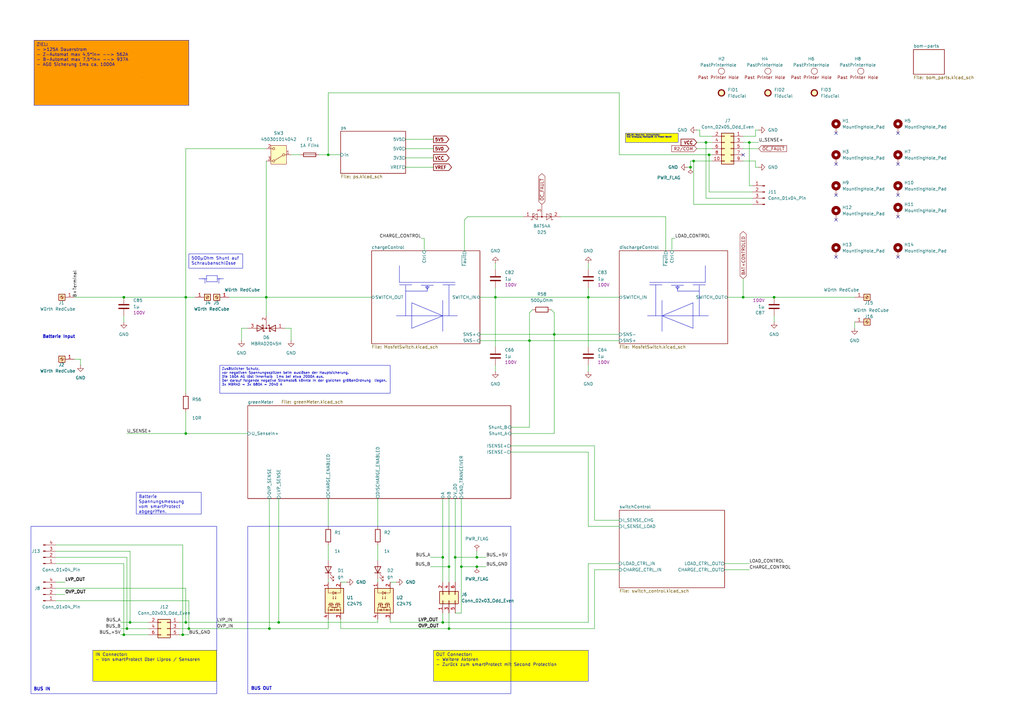
<source format=kicad_sch>
(kicad_sch
	(version 20250114)
	(generator "eeschema")
	(generator_version "9.0")
	(uuid "bf1f8167-8e29-49cc-a467-dd9cc2c77246")
	(paper "A3")
	(lib_symbols
		(symbol "Connector:Conn_01x04_Pin"
			(pin_names
				(offset 1.016)
				(hide yes)
			)
			(exclude_from_sim no)
			(in_bom yes)
			(on_board yes)
			(property "Reference" "J"
				(at 0 5.08 0)
				(effects
					(font
						(size 1.27 1.27)
					)
				)
			)
			(property "Value" "Conn_01x04_Pin"
				(at 0 -7.62 0)
				(effects
					(font
						(size 1.27 1.27)
					)
				)
			)
			(property "Footprint" ""
				(at 0 0 0)
				(effects
					(font
						(size 1.27 1.27)
					)
					(hide yes)
				)
			)
			(property "Datasheet" "~"
				(at 0 0 0)
				(effects
					(font
						(size 1.27 1.27)
					)
					(hide yes)
				)
			)
			(property "Description" "Generic connector, single row, 01x04, script generated"
				(at 0 0 0)
				(effects
					(font
						(size 1.27 1.27)
					)
					(hide yes)
				)
			)
			(property "ki_locked" ""
				(at 0 0 0)
				(effects
					(font
						(size 1.27 1.27)
					)
				)
			)
			(property "ki_keywords" "connector"
				(at 0 0 0)
				(effects
					(font
						(size 1.27 1.27)
					)
					(hide yes)
				)
			)
			(property "ki_fp_filters" "Connector*:*_1x??_*"
				(at 0 0 0)
				(effects
					(font
						(size 1.27 1.27)
					)
					(hide yes)
				)
			)
			(symbol "Conn_01x04_Pin_1_1"
				(rectangle
					(start 0.8636 2.667)
					(end 0 2.413)
					(stroke
						(width 0.1524)
						(type default)
					)
					(fill
						(type outline)
					)
				)
				(rectangle
					(start 0.8636 0.127)
					(end 0 -0.127)
					(stroke
						(width 0.1524)
						(type default)
					)
					(fill
						(type outline)
					)
				)
				(rectangle
					(start 0.8636 -2.413)
					(end 0 -2.667)
					(stroke
						(width 0.1524)
						(type default)
					)
					(fill
						(type outline)
					)
				)
				(rectangle
					(start 0.8636 -4.953)
					(end 0 -5.207)
					(stroke
						(width 0.1524)
						(type default)
					)
					(fill
						(type outline)
					)
				)
				(polyline
					(pts
						(xy 1.27 2.54) (xy 0.8636 2.54)
					)
					(stroke
						(width 0.1524)
						(type default)
					)
					(fill
						(type none)
					)
				)
				(polyline
					(pts
						(xy 1.27 0) (xy 0.8636 0)
					)
					(stroke
						(width 0.1524)
						(type default)
					)
					(fill
						(type none)
					)
				)
				(polyline
					(pts
						(xy 1.27 -2.54) (xy 0.8636 -2.54)
					)
					(stroke
						(width 0.1524)
						(type default)
					)
					(fill
						(type none)
					)
				)
				(polyline
					(pts
						(xy 1.27 -5.08) (xy 0.8636 -5.08)
					)
					(stroke
						(width 0.1524)
						(type default)
					)
					(fill
						(type none)
					)
				)
				(pin passive line
					(at 5.08 2.54 180)
					(length 3.81)
					(name "Pin_1"
						(effects
							(font
								(size 1.27 1.27)
							)
						)
					)
					(number "1"
						(effects
							(font
								(size 1.27 1.27)
							)
						)
					)
				)
				(pin passive line
					(at 5.08 0 180)
					(length 3.81)
					(name "Pin_2"
						(effects
							(font
								(size 1.27 1.27)
							)
						)
					)
					(number "2"
						(effects
							(font
								(size 1.27 1.27)
							)
						)
					)
				)
				(pin passive line
					(at 5.08 -2.54 180)
					(length 3.81)
					(name "Pin_3"
						(effects
							(font
								(size 1.27 1.27)
							)
						)
					)
					(number "3"
						(effects
							(font
								(size 1.27 1.27)
							)
						)
					)
				)
				(pin passive line
					(at 5.08 -5.08 180)
					(length 3.81)
					(name "Pin_4"
						(effects
							(font
								(size 1.27 1.27)
							)
						)
					)
					(number "4"
						(effects
							(font
								(size 1.27 1.27)
							)
						)
					)
				)
			)
			(embedded_fonts no)
		)
		(symbol "Connector:Screw_Terminal_01x01"
			(pin_names
				(offset 1.016)
				(hide yes)
			)
			(exclude_from_sim no)
			(in_bom yes)
			(on_board yes)
			(property "Reference" "J"
				(at 0 2.54 0)
				(effects
					(font
						(size 1.27 1.27)
					)
				)
			)
			(property "Value" "Screw_Terminal_01x01"
				(at 0 -2.54 0)
				(effects
					(font
						(size 1.27 1.27)
					)
				)
			)
			(property "Footprint" ""
				(at 0 0 0)
				(effects
					(font
						(size 1.27 1.27)
					)
					(hide yes)
				)
			)
			(property "Datasheet" "~"
				(at 0 0 0)
				(effects
					(font
						(size 1.27 1.27)
					)
					(hide yes)
				)
			)
			(property "Description" "Generic screw terminal, single row, 01x01, script generated (kicad-library-utils/schlib/autogen/connector/)"
				(at 0 0 0)
				(effects
					(font
						(size 1.27 1.27)
					)
					(hide yes)
				)
			)
			(property "ki_keywords" "screw terminal"
				(at 0 0 0)
				(effects
					(font
						(size 1.27 1.27)
					)
					(hide yes)
				)
			)
			(property "ki_fp_filters" "TerminalBlock*:*"
				(at 0 0 0)
				(effects
					(font
						(size 1.27 1.27)
					)
					(hide yes)
				)
			)
			(symbol "Screw_Terminal_01x01_1_1"
				(rectangle
					(start -1.27 1.27)
					(end 1.27 -1.27)
					(stroke
						(width 0.254)
						(type default)
					)
					(fill
						(type background)
					)
				)
				(polyline
					(pts
						(xy -0.5334 0.3302) (xy 0.3302 -0.508)
					)
					(stroke
						(width 0.1524)
						(type default)
					)
					(fill
						(type none)
					)
				)
				(polyline
					(pts
						(xy -0.3556 0.508) (xy 0.508 -0.3302)
					)
					(stroke
						(width 0.1524)
						(type default)
					)
					(fill
						(type none)
					)
				)
				(circle
					(center 0 0)
					(radius 0.635)
					(stroke
						(width 0.1524)
						(type default)
					)
					(fill
						(type none)
					)
				)
				(pin passive line
					(at -5.08 0 0)
					(length 3.81)
					(name "Pin_1"
						(effects
							(font
								(size 1.27 1.27)
							)
						)
					)
					(number "1"
						(effects
							(font
								(size 1.27 1.27)
							)
						)
					)
				)
			)
			(embedded_fonts no)
		)
		(symbol "Connector_Generic:Conn_02x03_Odd_Even"
			(pin_names
				(offset 1.016)
				(hide yes)
			)
			(exclude_from_sim no)
			(in_bom yes)
			(on_board yes)
			(property "Reference" "J"
				(at 1.27 5.08 0)
				(effects
					(font
						(size 1.27 1.27)
					)
				)
			)
			(property "Value" "Conn_02x03_Odd_Even"
				(at 1.27 -5.08 0)
				(effects
					(font
						(size 1.27 1.27)
					)
				)
			)
			(property "Footprint" ""
				(at 0 0 0)
				(effects
					(font
						(size 1.27 1.27)
					)
					(hide yes)
				)
			)
			(property "Datasheet" "~"
				(at 0 0 0)
				(effects
					(font
						(size 1.27 1.27)
					)
					(hide yes)
				)
			)
			(property "Description" "Generic connector, double row, 02x03, odd/even pin numbering scheme (row 1 odd numbers, row 2 even numbers), script generated (kicad-library-utils/schlib/autogen/connector/)"
				(at 0 0 0)
				(effects
					(font
						(size 1.27 1.27)
					)
					(hide yes)
				)
			)
			(property "ki_keywords" "connector"
				(at 0 0 0)
				(effects
					(font
						(size 1.27 1.27)
					)
					(hide yes)
				)
			)
			(property "ki_fp_filters" "Connector*:*_2x??_*"
				(at 0 0 0)
				(effects
					(font
						(size 1.27 1.27)
					)
					(hide yes)
				)
			)
			(symbol "Conn_02x03_Odd_Even_1_1"
				(rectangle
					(start -1.27 3.81)
					(end 3.81 -3.81)
					(stroke
						(width 0.254)
						(type default)
					)
					(fill
						(type background)
					)
				)
				(rectangle
					(start -1.27 2.667)
					(end 0 2.413)
					(stroke
						(width 0.1524)
						(type default)
					)
					(fill
						(type none)
					)
				)
				(rectangle
					(start -1.27 0.127)
					(end 0 -0.127)
					(stroke
						(width 0.1524)
						(type default)
					)
					(fill
						(type none)
					)
				)
				(rectangle
					(start -1.27 -2.413)
					(end 0 -2.667)
					(stroke
						(width 0.1524)
						(type default)
					)
					(fill
						(type none)
					)
				)
				(rectangle
					(start 3.81 2.667)
					(end 2.54 2.413)
					(stroke
						(width 0.1524)
						(type default)
					)
					(fill
						(type none)
					)
				)
				(rectangle
					(start 3.81 0.127)
					(end 2.54 -0.127)
					(stroke
						(width 0.1524)
						(type default)
					)
					(fill
						(type none)
					)
				)
				(rectangle
					(start 3.81 -2.413)
					(end 2.54 -2.667)
					(stroke
						(width 0.1524)
						(type default)
					)
					(fill
						(type none)
					)
				)
				(pin passive line
					(at -5.08 2.54 0)
					(length 3.81)
					(name "Pin_1"
						(effects
							(font
								(size 1.27 1.27)
							)
						)
					)
					(number "1"
						(effects
							(font
								(size 1.27 1.27)
							)
						)
					)
				)
				(pin passive line
					(at -5.08 0 0)
					(length 3.81)
					(name "Pin_3"
						(effects
							(font
								(size 1.27 1.27)
							)
						)
					)
					(number "3"
						(effects
							(font
								(size 1.27 1.27)
							)
						)
					)
				)
				(pin passive line
					(at -5.08 -2.54 0)
					(length 3.81)
					(name "Pin_5"
						(effects
							(font
								(size 1.27 1.27)
							)
						)
					)
					(number "5"
						(effects
							(font
								(size 1.27 1.27)
							)
						)
					)
				)
				(pin passive line
					(at 7.62 2.54 180)
					(length 3.81)
					(name "Pin_2"
						(effects
							(font
								(size 1.27 1.27)
							)
						)
					)
					(number "2"
						(effects
							(font
								(size 1.27 1.27)
							)
						)
					)
				)
				(pin passive line
					(at 7.62 0 180)
					(length 3.81)
					(name "Pin_4"
						(effects
							(font
								(size 1.27 1.27)
							)
						)
					)
					(number "4"
						(effects
							(font
								(size 1.27 1.27)
							)
						)
					)
				)
				(pin passive line
					(at 7.62 -2.54 180)
					(length 3.81)
					(name "Pin_6"
						(effects
							(font
								(size 1.27 1.27)
							)
						)
					)
					(number "6"
						(effects
							(font
								(size 1.27 1.27)
							)
						)
					)
				)
			)
			(embedded_fonts no)
		)
		(symbol "Connector_Generic:Conn_02x05_Odd_Even"
			(pin_names
				(offset 1.016)
				(hide yes)
			)
			(exclude_from_sim no)
			(in_bom yes)
			(on_board yes)
			(property "Reference" "J"
				(at 1.27 7.62 0)
				(effects
					(font
						(size 1.27 1.27)
					)
				)
			)
			(property "Value" "Conn_02x05_Odd_Even"
				(at 1.27 -7.62 0)
				(effects
					(font
						(size 1.27 1.27)
					)
				)
			)
			(property "Footprint" ""
				(at 0 0 0)
				(effects
					(font
						(size 1.27 1.27)
					)
					(hide yes)
				)
			)
			(property "Datasheet" "~"
				(at 0 0 0)
				(effects
					(font
						(size 1.27 1.27)
					)
					(hide yes)
				)
			)
			(property "Description" "Generic connector, double row, 02x05, odd/even pin numbering scheme (row 1 odd numbers, row 2 even numbers), script generated (kicad-library-utils/schlib/autogen/connector/)"
				(at 0 0 0)
				(effects
					(font
						(size 1.27 1.27)
					)
					(hide yes)
				)
			)
			(property "ki_keywords" "connector"
				(at 0 0 0)
				(effects
					(font
						(size 1.27 1.27)
					)
					(hide yes)
				)
			)
			(property "ki_fp_filters" "Connector*:*_2x??_*"
				(at 0 0 0)
				(effects
					(font
						(size 1.27 1.27)
					)
					(hide yes)
				)
			)
			(symbol "Conn_02x05_Odd_Even_1_1"
				(rectangle
					(start -1.27 6.35)
					(end 3.81 -6.35)
					(stroke
						(width 0.254)
						(type default)
					)
					(fill
						(type background)
					)
				)
				(rectangle
					(start -1.27 5.207)
					(end 0 4.953)
					(stroke
						(width 0.1524)
						(type default)
					)
					(fill
						(type none)
					)
				)
				(rectangle
					(start -1.27 2.667)
					(end 0 2.413)
					(stroke
						(width 0.1524)
						(type default)
					)
					(fill
						(type none)
					)
				)
				(rectangle
					(start -1.27 0.127)
					(end 0 -0.127)
					(stroke
						(width 0.1524)
						(type default)
					)
					(fill
						(type none)
					)
				)
				(rectangle
					(start -1.27 -2.413)
					(end 0 -2.667)
					(stroke
						(width 0.1524)
						(type default)
					)
					(fill
						(type none)
					)
				)
				(rectangle
					(start -1.27 -4.953)
					(end 0 -5.207)
					(stroke
						(width 0.1524)
						(type default)
					)
					(fill
						(type none)
					)
				)
				(rectangle
					(start 3.81 5.207)
					(end 2.54 4.953)
					(stroke
						(width 0.1524)
						(type default)
					)
					(fill
						(type none)
					)
				)
				(rectangle
					(start 3.81 2.667)
					(end 2.54 2.413)
					(stroke
						(width 0.1524)
						(type default)
					)
					(fill
						(type none)
					)
				)
				(rectangle
					(start 3.81 0.127)
					(end 2.54 -0.127)
					(stroke
						(width 0.1524)
						(type default)
					)
					(fill
						(type none)
					)
				)
				(rectangle
					(start 3.81 -2.413)
					(end 2.54 -2.667)
					(stroke
						(width 0.1524)
						(type default)
					)
					(fill
						(type none)
					)
				)
				(rectangle
					(start 3.81 -4.953)
					(end 2.54 -5.207)
					(stroke
						(width 0.1524)
						(type default)
					)
					(fill
						(type none)
					)
				)
				(pin passive line
					(at -5.08 5.08 0)
					(length 3.81)
					(name "Pin_1"
						(effects
							(font
								(size 1.27 1.27)
							)
						)
					)
					(number "1"
						(effects
							(font
								(size 1.27 1.27)
							)
						)
					)
				)
				(pin passive line
					(at -5.08 2.54 0)
					(length 3.81)
					(name "Pin_3"
						(effects
							(font
								(size 1.27 1.27)
							)
						)
					)
					(number "3"
						(effects
							(font
								(size 1.27 1.27)
							)
						)
					)
				)
				(pin passive line
					(at -5.08 0 0)
					(length 3.81)
					(name "Pin_5"
						(effects
							(font
								(size 1.27 1.27)
							)
						)
					)
					(number "5"
						(effects
							(font
								(size 1.27 1.27)
							)
						)
					)
				)
				(pin passive line
					(at -5.08 -2.54 0)
					(length 3.81)
					(name "Pin_7"
						(effects
							(font
								(size 1.27 1.27)
							)
						)
					)
					(number "7"
						(effects
							(font
								(size 1.27 1.27)
							)
						)
					)
				)
				(pin passive line
					(at -5.08 -5.08 0)
					(length 3.81)
					(name "Pin_9"
						(effects
							(font
								(size 1.27 1.27)
							)
						)
					)
					(number "9"
						(effects
							(font
								(size 1.27 1.27)
							)
						)
					)
				)
				(pin passive line
					(at 7.62 5.08 180)
					(length 3.81)
					(name "Pin_2"
						(effects
							(font
								(size 1.27 1.27)
							)
						)
					)
					(number "2"
						(effects
							(font
								(size 1.27 1.27)
							)
						)
					)
				)
				(pin passive line
					(at 7.62 2.54 180)
					(length 3.81)
					(name "Pin_4"
						(effects
							(font
								(size 1.27 1.27)
							)
						)
					)
					(number "4"
						(effects
							(font
								(size 1.27 1.27)
							)
						)
					)
				)
				(pin passive line
					(at 7.62 0 180)
					(length 3.81)
					(name "Pin_6"
						(effects
							(font
								(size 1.27 1.27)
							)
						)
					)
					(number "6"
						(effects
							(font
								(size 1.27 1.27)
							)
						)
					)
				)
				(pin passive line
					(at 7.62 -2.54 180)
					(length 3.81)
					(name "Pin_8"
						(effects
							(font
								(size 1.27 1.27)
							)
						)
					)
					(number "8"
						(effects
							(font
								(size 1.27 1.27)
							)
						)
					)
				)
				(pin passive line
					(at 7.62 -5.08 180)
					(length 3.81)
					(name "Pin_10"
						(effects
							(font
								(size 1.27 1.27)
							)
						)
					)
					(number "10"
						(effects
							(font
								(size 1.27 1.27)
							)
						)
					)
				)
			)
			(embedded_fonts no)
		)
		(symbol "Device:C"
			(pin_numbers
				(hide yes)
			)
			(pin_names
				(offset 0.254)
			)
			(exclude_from_sim no)
			(in_bom yes)
			(on_board yes)
			(property "Reference" "C"
				(at 0.635 2.54 0)
				(effects
					(font
						(size 1.27 1.27)
					)
					(justify left)
				)
			)
			(property "Value" "C"
				(at 0.635 -2.54 0)
				(effects
					(font
						(size 1.27 1.27)
					)
					(justify left)
				)
			)
			(property "Footprint" ""
				(at 0.9652 -3.81 0)
				(effects
					(font
						(size 1.27 1.27)
					)
					(hide yes)
				)
			)
			(property "Datasheet" "~"
				(at 0 0 0)
				(effects
					(font
						(size 1.27 1.27)
					)
					(hide yes)
				)
			)
			(property "Description" "Unpolarized capacitor"
				(at 0 0 0)
				(effects
					(font
						(size 1.27 1.27)
					)
					(hide yes)
				)
			)
			(property "ki_keywords" "cap capacitor"
				(at 0 0 0)
				(effects
					(font
						(size 1.27 1.27)
					)
					(hide yes)
				)
			)
			(property "ki_fp_filters" "C_*"
				(at 0 0 0)
				(effects
					(font
						(size 1.27 1.27)
					)
					(hide yes)
				)
			)
			(symbol "C_0_1"
				(polyline
					(pts
						(xy -2.032 0.762) (xy 2.032 0.762)
					)
					(stroke
						(width 0.508)
						(type default)
					)
					(fill
						(type none)
					)
				)
				(polyline
					(pts
						(xy -2.032 -0.762) (xy 2.032 -0.762)
					)
					(stroke
						(width 0.508)
						(type default)
					)
					(fill
						(type none)
					)
				)
			)
			(symbol "C_1_1"
				(pin passive line
					(at 0 3.81 270)
					(length 2.794)
					(name "~"
						(effects
							(font
								(size 1.27 1.27)
							)
						)
					)
					(number "1"
						(effects
							(font
								(size 1.27 1.27)
							)
						)
					)
				)
				(pin passive line
					(at 0 -3.81 90)
					(length 2.794)
					(name "~"
						(effects
							(font
								(size 1.27 1.27)
							)
						)
					)
					(number "2"
						(effects
							(font
								(size 1.27 1.27)
							)
						)
					)
				)
			)
			(embedded_fonts no)
		)
		(symbol "Device:D_Schottky_Dual_CommonCathode_AKA"
			(pin_names
				(offset 0.762)
				(hide yes)
			)
			(exclude_from_sim no)
			(in_bom yes)
			(on_board yes)
			(property "Reference" "D"
				(at 1.27 -2.54 0)
				(effects
					(font
						(size 1.27 1.27)
					)
				)
			)
			(property "Value" "D_Schottky_Dual_CommonCathode_AKA"
				(at 0 2.54 0)
				(effects
					(font
						(size 1.27 1.27)
					)
				)
			)
			(property "Footprint" ""
				(at 0 0 0)
				(effects
					(font
						(size 1.27 1.27)
					)
					(hide yes)
				)
			)
			(property "Datasheet" "~"
				(at 0 0 0)
				(effects
					(font
						(size 1.27 1.27)
					)
					(hide yes)
				)
			)
			(property "Description" "Dual Schottky diode, common cathode on pin 2"
				(at 0 0 0)
				(effects
					(font
						(size 1.27 1.27)
					)
					(hide yes)
				)
			)
			(property "ki_keywords" "diode"
				(at 0 0 0)
				(effects
					(font
						(size 1.27 1.27)
					)
					(hide yes)
				)
			)
			(symbol "D_Schottky_Dual_CommonCathode_AKA_0_1"
				(polyline
					(pts
						(xy -3.81 1.27) (xy -1.27 0) (xy -3.81 -1.27) (xy -3.81 1.27) (xy -3.81 1.27) (xy -3.81 1.27)
					)
					(stroke
						(width 0.254)
						(type default)
					)
					(fill
						(type none)
					)
				)
				(polyline
					(pts
						(xy -1.778 1.016) (xy -1.778 1.27) (xy -1.27 1.27) (xy -1.27 1.27) (xy -1.27 1.27)
					)
					(stroke
						(width 0.254)
						(type default)
					)
					(fill
						(type none)
					)
				)
				(polyline
					(pts
						(xy -1.27 -1.27) (xy -1.27 1.27) (xy -1.27 1.27)
					)
					(stroke
						(width 0.254)
						(type default)
					)
					(fill
						(type none)
					)
				)
				(polyline
					(pts
						(xy -1.27 -1.27) (xy -0.762 -1.27) (xy -0.762 -1.016) (xy -0.762 -1.016)
					)
					(stroke
						(width 0.254)
						(type default)
					)
					(fill
						(type none)
					)
				)
				(polyline
					(pts
						(xy 0 0) (xy 0 -2.54)
					)
					(stroke
						(width 0)
						(type default)
					)
					(fill
						(type none)
					)
				)
				(circle
					(center 0 0)
					(radius 0.254)
					(stroke
						(width 0)
						(type default)
					)
					(fill
						(type outline)
					)
				)
				(polyline
					(pts
						(xy 1.27 1.27) (xy 0.762 1.27) (xy 0.762 1.016) (xy 0.762 1.016)
					)
					(stroke
						(width 0.254)
						(type default)
					)
					(fill
						(type none)
					)
				)
				(polyline
					(pts
						(xy 1.27 -1.27) (xy 1.27 1.27) (xy 1.27 1.27)
					)
					(stroke
						(width 0.254)
						(type default)
					)
					(fill
						(type none)
					)
				)
				(polyline
					(pts
						(xy 1.27 -1.27) (xy 1.778 -1.27) (xy 1.778 -1.016) (xy 1.778 -1.016)
					)
					(stroke
						(width 0.254)
						(type default)
					)
					(fill
						(type none)
					)
				)
				(polyline
					(pts
						(xy 3.81 0) (xy -3.81 0)
					)
					(stroke
						(width 0)
						(type default)
					)
					(fill
						(type none)
					)
				)
				(polyline
					(pts
						(xy 3.81 -1.27) (xy 1.27 0) (xy 3.81 1.27) (xy 3.81 -1.27) (xy 3.81 -1.27) (xy 3.81 -1.27)
					)
					(stroke
						(width 0.254)
						(type default)
					)
					(fill
						(type none)
					)
				)
				(pin passive line
					(at -7.62 0 0)
					(length 3.81)
					(name "A"
						(effects
							(font
								(size 1.27 1.27)
							)
						)
					)
					(number "1"
						(effects
							(font
								(size 1.27 1.27)
							)
						)
					)
				)
				(pin passive line
					(at 0 -5.08 90)
					(length 2.54)
					(name "K"
						(effects
							(font
								(size 1.27 1.27)
							)
						)
					)
					(number "2"
						(effects
							(font
								(size 1.27 1.27)
							)
						)
					)
				)
				(pin passive line
					(at 7.62 0 180)
					(length 3.81)
					(name "A"
						(effects
							(font
								(size 1.27 1.27)
							)
						)
					)
					(number "3"
						(effects
							(font
								(size 1.27 1.27)
							)
						)
					)
				)
			)
			(embedded_fonts no)
		)
		(symbol "Device:Fuse"
			(pin_numbers
				(hide yes)
			)
			(pin_names
				(offset 0)
			)
			(exclude_from_sim no)
			(in_bom yes)
			(on_board yes)
			(property "Reference" "F"
				(at 2.032 0 90)
				(effects
					(font
						(size 1.27 1.27)
					)
				)
			)
			(property "Value" "Fuse"
				(at -1.905 0 90)
				(effects
					(font
						(size 1.27 1.27)
					)
				)
			)
			(property "Footprint" ""
				(at -1.778 0 90)
				(effects
					(font
						(size 1.27 1.27)
					)
					(hide yes)
				)
			)
			(property "Datasheet" "~"
				(at 0 0 0)
				(effects
					(font
						(size 1.27 1.27)
					)
					(hide yes)
				)
			)
			(property "Description" "Fuse"
				(at 0 0 0)
				(effects
					(font
						(size 1.27 1.27)
					)
					(hide yes)
				)
			)
			(property "ki_keywords" "fuse"
				(at 0 0 0)
				(effects
					(font
						(size 1.27 1.27)
					)
					(hide yes)
				)
			)
			(property "ki_fp_filters" "*Fuse*"
				(at 0 0 0)
				(effects
					(font
						(size 1.27 1.27)
					)
					(hide yes)
				)
			)
			(symbol "Fuse_0_1"
				(rectangle
					(start -0.762 -2.54)
					(end 0.762 2.54)
					(stroke
						(width 0.254)
						(type default)
					)
					(fill
						(type none)
					)
				)
				(polyline
					(pts
						(xy 0 2.54) (xy 0 -2.54)
					)
					(stroke
						(width 0)
						(type default)
					)
					(fill
						(type none)
					)
				)
			)
			(symbol "Fuse_1_1"
				(pin passive line
					(at 0 3.81 270)
					(length 1.27)
					(name "~"
						(effects
							(font
								(size 1.27 1.27)
							)
						)
					)
					(number "1"
						(effects
							(font
								(size 1.27 1.27)
							)
						)
					)
				)
				(pin passive line
					(at 0 -3.81 90)
					(length 1.27)
					(name "~"
						(effects
							(font
								(size 1.27 1.27)
							)
						)
					)
					(number "2"
						(effects
							(font
								(size 1.27 1.27)
							)
						)
					)
				)
			)
			(embedded_fonts no)
		)
		(symbol "Device:LED"
			(pin_numbers
				(hide yes)
			)
			(pin_names
				(offset 1.016)
				(hide yes)
			)
			(exclude_from_sim no)
			(in_bom yes)
			(on_board yes)
			(property "Reference" "D"
				(at 0 2.54 0)
				(effects
					(font
						(size 1.27 1.27)
					)
				)
			)
			(property "Value" "LED"
				(at 0 -2.54 0)
				(effects
					(font
						(size 1.27 1.27)
					)
				)
			)
			(property "Footprint" ""
				(at 0 0 0)
				(effects
					(font
						(size 1.27 1.27)
					)
					(hide yes)
				)
			)
			(property "Datasheet" "~"
				(at 0 0 0)
				(effects
					(font
						(size 1.27 1.27)
					)
					(hide yes)
				)
			)
			(property "Description" "Light emitting diode"
				(at 0 0 0)
				(effects
					(font
						(size 1.27 1.27)
					)
					(hide yes)
				)
			)
			(property "ki_keywords" "LED diode"
				(at 0 0 0)
				(effects
					(font
						(size 1.27 1.27)
					)
					(hide yes)
				)
			)
			(property "ki_fp_filters" "LED* LED_SMD:* LED_THT:*"
				(at 0 0 0)
				(effects
					(font
						(size 1.27 1.27)
					)
					(hide yes)
				)
			)
			(symbol "LED_0_1"
				(polyline
					(pts
						(xy -3.048 -0.762) (xy -4.572 -2.286) (xy -3.81 -2.286) (xy -4.572 -2.286) (xy -4.572 -1.524)
					)
					(stroke
						(width 0)
						(type default)
					)
					(fill
						(type none)
					)
				)
				(polyline
					(pts
						(xy -1.778 -0.762) (xy -3.302 -2.286) (xy -2.54 -2.286) (xy -3.302 -2.286) (xy -3.302 -1.524)
					)
					(stroke
						(width 0)
						(type default)
					)
					(fill
						(type none)
					)
				)
				(polyline
					(pts
						(xy -1.27 0) (xy 1.27 0)
					)
					(stroke
						(width 0)
						(type default)
					)
					(fill
						(type none)
					)
				)
				(polyline
					(pts
						(xy -1.27 -1.27) (xy -1.27 1.27)
					)
					(stroke
						(width 0.254)
						(type default)
					)
					(fill
						(type none)
					)
				)
				(polyline
					(pts
						(xy 1.27 -1.27) (xy 1.27 1.27) (xy -1.27 0) (xy 1.27 -1.27)
					)
					(stroke
						(width 0.254)
						(type default)
					)
					(fill
						(type none)
					)
				)
			)
			(symbol "LED_1_1"
				(pin passive line
					(at -3.81 0 0)
					(length 2.54)
					(name "K"
						(effects
							(font
								(size 1.27 1.27)
							)
						)
					)
					(number "1"
						(effects
							(font
								(size 1.27 1.27)
							)
						)
					)
				)
				(pin passive line
					(at 3.81 0 180)
					(length 2.54)
					(name "A"
						(effects
							(font
								(size 1.27 1.27)
							)
						)
					)
					(number "2"
						(effects
							(font
								(size 1.27 1.27)
							)
						)
					)
				)
			)
			(embedded_fonts no)
		)
		(symbol "Device:R"
			(pin_numbers
				(hide yes)
			)
			(pin_names
				(offset 0)
			)
			(exclude_from_sim no)
			(in_bom yes)
			(on_board yes)
			(property "Reference" "R"
				(at 2.032 0 90)
				(effects
					(font
						(size 1.27 1.27)
					)
				)
			)
			(property "Value" "R"
				(at 0 0 90)
				(effects
					(font
						(size 1.27 1.27)
					)
				)
			)
			(property "Footprint" ""
				(at -1.778 0 90)
				(effects
					(font
						(size 1.27 1.27)
					)
					(hide yes)
				)
			)
			(property "Datasheet" "~"
				(at 0 0 0)
				(effects
					(font
						(size 1.27 1.27)
					)
					(hide yes)
				)
			)
			(property "Description" "Resistor"
				(at 0 0 0)
				(effects
					(font
						(size 1.27 1.27)
					)
					(hide yes)
				)
			)
			(property "ki_keywords" "R res resistor"
				(at 0 0 0)
				(effects
					(font
						(size 1.27 1.27)
					)
					(hide yes)
				)
			)
			(property "ki_fp_filters" "R_*"
				(at 0 0 0)
				(effects
					(font
						(size 1.27 1.27)
					)
					(hide yes)
				)
			)
			(symbol "R_0_1"
				(rectangle
					(start -1.016 -2.54)
					(end 1.016 2.54)
					(stroke
						(width 0.254)
						(type default)
					)
					(fill
						(type none)
					)
				)
			)
			(symbol "R_1_1"
				(pin passive line
					(at 0 3.81 270)
					(length 1.27)
					(name "~"
						(effects
							(font
								(size 1.27 1.27)
							)
						)
					)
					(number "1"
						(effects
							(font
								(size 1.27 1.27)
							)
						)
					)
				)
				(pin passive line
					(at 0 -3.81 90)
					(length 1.27)
					(name "~"
						(effects
							(font
								(size 1.27 1.27)
							)
						)
					)
					(number "2"
						(effects
							(font
								(size 1.27 1.27)
							)
						)
					)
				)
			)
			(embedded_fonts no)
		)
		(symbol "Diode:BAT54A"
			(pin_names
				(offset 1.016)
			)
			(exclude_from_sim no)
			(in_bom yes)
			(on_board yes)
			(property "Reference" "D"
				(at 0.635 -3.81 0)
				(effects
					(font
						(size 1.27 1.27)
					)
					(justify left)
				)
			)
			(property "Value" "BAT54A"
				(at -6.35 3.175 0)
				(effects
					(font
						(size 1.27 1.27)
					)
					(justify left)
				)
			)
			(property "Footprint" "Package_TO_SOT_SMD:SOT-23"
				(at 1.905 3.175 0)
				(effects
					(font
						(size 1.27 1.27)
					)
					(justify left)
					(hide yes)
				)
			)
			(property "Datasheet" "http://www.diodes.com/_files/datasheets/ds11005.pdf"
				(at -3.048 0 0)
				(effects
					(font
						(size 1.27 1.27)
					)
					(hide yes)
				)
			)
			(property "Description" "schottky barrier diode"
				(at 0 0 0)
				(effects
					(font
						(size 1.27 1.27)
					)
					(hide yes)
				)
			)
			(property "ki_keywords" "schottky diode"
				(at 0 0 0)
				(effects
					(font
						(size 1.27 1.27)
					)
					(hide yes)
				)
			)
			(property "ki_fp_filters" "SOT?23*"
				(at 0 0 0)
				(effects
					(font
						(size 1.27 1.27)
					)
					(hide yes)
				)
			)
			(symbol "BAT54A_0_1"
				(polyline
					(pts
						(xy -4.445 1.27) (xy -4.445 1.016)
					)
					(stroke
						(width 0)
						(type default)
					)
					(fill
						(type none)
					)
				)
				(polyline
					(pts
						(xy -3.81 1.27) (xy -4.445 1.27)
					)
					(stroke
						(width 0)
						(type default)
					)
					(fill
						(type none)
					)
				)
				(polyline
					(pts
						(xy -3.81 0) (xy -1.27 0)
					)
					(stroke
						(width 0)
						(type default)
					)
					(fill
						(type none)
					)
				)
				(polyline
					(pts
						(xy -3.81 -1.27) (xy -3.81 1.27)
					)
					(stroke
						(width 0)
						(type default)
					)
					(fill
						(type none)
					)
				)
				(polyline
					(pts
						(xy -3.81 -1.27) (xy -3.175 -1.27)
					)
					(stroke
						(width 0)
						(type default)
					)
					(fill
						(type none)
					)
				)
				(polyline
					(pts
						(xy -3.175 -1.27) (xy -3.175 -1.016)
					)
					(stroke
						(width 0)
						(type default)
					)
					(fill
						(type none)
					)
				)
				(polyline
					(pts
						(xy -1.905 1.27) (xy -1.905 -1.27) (xy -3.81 0) (xy -1.905 1.27)
					)
					(stroke
						(width 0)
						(type default)
					)
					(fill
						(type none)
					)
				)
				(polyline
					(pts
						(xy -1.905 0) (xy 1.905 0)
					)
					(stroke
						(width 0)
						(type default)
					)
					(fill
						(type none)
					)
				)
				(circle
					(center 0 0)
					(radius 0.254)
					(stroke
						(width 0)
						(type default)
					)
					(fill
						(type outline)
					)
				)
				(polyline
					(pts
						(xy 1.27 0) (xy 3.81 0)
					)
					(stroke
						(width 0)
						(type default)
					)
					(fill
						(type none)
					)
				)
				(polyline
					(pts
						(xy 1.905 1.27) (xy 1.905 -1.27) (xy 3.81 0) (xy 1.905 1.27)
					)
					(stroke
						(width 0)
						(type default)
					)
					(fill
						(type none)
					)
				)
				(polyline
					(pts
						(xy 3.175 -1.27) (xy 3.175 -1.016)
					)
					(stroke
						(width 0)
						(type default)
					)
					(fill
						(type none)
					)
				)
				(polyline
					(pts
						(xy 3.81 1.27) (xy 4.445 1.27)
					)
					(stroke
						(width 0)
						(type default)
					)
					(fill
						(type none)
					)
				)
				(polyline
					(pts
						(xy 3.81 -1.27) (xy 3.175 -1.27)
					)
					(stroke
						(width 0)
						(type default)
					)
					(fill
						(type none)
					)
				)
				(polyline
					(pts
						(xy 3.81 -1.27) (xy 3.81 1.27)
					)
					(stroke
						(width 0)
						(type default)
					)
					(fill
						(type none)
					)
				)
				(polyline
					(pts
						(xy 4.445 1.27) (xy 4.445 1.016)
					)
					(stroke
						(width 0)
						(type default)
					)
					(fill
						(type none)
					)
				)
			)
			(symbol "BAT54A_1_1"
				(pin passive line
					(at -7.62 0 0)
					(length 3.81)
					(name "~"
						(effects
							(font
								(size 1.27 1.27)
							)
						)
					)
					(number "1"
						(effects
							(font
								(size 1.27 1.27)
							)
						)
					)
				)
				(pin passive line
					(at 0 -5.08 90)
					(length 5.08)
					(name "~"
						(effects
							(font
								(size 1.27 1.27)
							)
						)
					)
					(number "3"
						(effects
							(font
								(size 1.27 1.27)
							)
						)
					)
				)
				(pin passive line
					(at 7.62 0 180)
					(length 3.81)
					(name "~"
						(effects
							(font
								(size 1.27 1.27)
							)
						)
					)
					(number "2"
						(effects
							(font
								(size 1.27 1.27)
							)
						)
					)
				)
			)
			(embedded_fonts no)
		)
		(symbol "Mechanical:Fiducial"
			(exclude_from_sim yes)
			(in_bom no)
			(on_board yes)
			(property "Reference" "FID"
				(at 0 5.08 0)
				(effects
					(font
						(size 1.27 1.27)
					)
				)
			)
			(property "Value" "Fiducial"
				(at 0 3.175 0)
				(effects
					(font
						(size 1.27 1.27)
					)
				)
			)
			(property "Footprint" ""
				(at 0 0 0)
				(effects
					(font
						(size 1.27 1.27)
					)
					(hide yes)
				)
			)
			(property "Datasheet" "~"
				(at 0 0 0)
				(effects
					(font
						(size 1.27 1.27)
					)
					(hide yes)
				)
			)
			(property "Description" "Fiducial Marker"
				(at 0 0 0)
				(effects
					(font
						(size 1.27 1.27)
					)
					(hide yes)
				)
			)
			(property "ki_keywords" "fiducial marker"
				(at 0 0 0)
				(effects
					(font
						(size 1.27 1.27)
					)
					(hide yes)
				)
			)
			(property "ki_fp_filters" "Fiducial*"
				(at 0 0 0)
				(effects
					(font
						(size 1.27 1.27)
					)
					(hide yes)
				)
			)
			(symbol "Fiducial_0_1"
				(circle
					(center 0 0)
					(radius 1.27)
					(stroke
						(width 0.508)
						(type default)
					)
					(fill
						(type background)
					)
				)
			)
			(embedded_fonts no)
		)
		(symbol "Mechanical:MountingHole_Pad"
			(pin_numbers
				(hide yes)
			)
			(pin_names
				(offset 1.016)
				(hide yes)
			)
			(exclude_from_sim yes)
			(in_bom no)
			(on_board yes)
			(property "Reference" "H"
				(at 0 6.35 0)
				(effects
					(font
						(size 1.27 1.27)
					)
				)
			)
			(property "Value" "MountingHole_Pad"
				(at 0 4.445 0)
				(effects
					(font
						(size 1.27 1.27)
					)
				)
			)
			(property "Footprint" ""
				(at 0 0 0)
				(effects
					(font
						(size 1.27 1.27)
					)
					(hide yes)
				)
			)
			(property "Datasheet" "~"
				(at 0 0 0)
				(effects
					(font
						(size 1.27 1.27)
					)
					(hide yes)
				)
			)
			(property "Description" "Mounting Hole with connection"
				(at 0 0 0)
				(effects
					(font
						(size 1.27 1.27)
					)
					(hide yes)
				)
			)
			(property "ki_keywords" "mounting hole"
				(at 0 0 0)
				(effects
					(font
						(size 1.27 1.27)
					)
					(hide yes)
				)
			)
			(property "ki_fp_filters" "MountingHole*Pad*"
				(at 0 0 0)
				(effects
					(font
						(size 1.27 1.27)
					)
					(hide yes)
				)
			)
			(symbol "MountingHole_Pad_0_1"
				(circle
					(center 0 1.27)
					(radius 1.27)
					(stroke
						(width 1.27)
						(type default)
					)
					(fill
						(type none)
					)
				)
			)
			(symbol "MountingHole_Pad_1_1"
				(pin input line
					(at 0 -2.54 90)
					(length 2.54)
					(name "1"
						(effects
							(font
								(size 1.27 1.27)
							)
						)
					)
					(number "1"
						(effects
							(font
								(size 1.27 1.27)
							)
						)
					)
				)
			)
			(embedded_fonts no)
		)
		(symbol "Relay_SolidState:ASSR-1218"
			(exclude_from_sim no)
			(in_bom yes)
			(on_board yes)
			(property "Reference" "U"
				(at -5.08 5.08 0)
				(effects
					(font
						(size 1.27 1.27)
					)
					(justify left)
				)
			)
			(property "Value" "ASSR-1218"
				(at 0 5.08 0)
				(effects
					(font
						(size 1.27 1.27)
					)
					(justify left)
				)
			)
			(property "Footprint" "Package_SO:SO-4_4.4x4.3mm_P2.54mm"
				(at -5.08 -5.08 0)
				(effects
					(font
						(size 1.27 1.27)
						(italic yes)
					)
					(justify left)
					(hide yes)
				)
			)
			(property "Datasheet" "https://docs.broadcom.com/docs/AV02-0173EN"
				(at 0 0 0)
				(effects
					(font
						(size 1.27 1.27)
					)
					(justify left)
					(hide yes)
				)
			)
			(property "Description" "Form A, Solid State Relay (Photo MOSFET) 60V, 0.2A, 10Ohm, SO-4"
				(at 0 0 0)
				(effects
					(font
						(size 1.27 1.27)
					)
					(hide yes)
				)
			)
			(property "ki_keywords" "MOSFET Output Photorelay 1-Form-A"
				(at 0 0 0)
				(effects
					(font
						(size 1.27 1.27)
					)
					(hide yes)
				)
			)
			(property "ki_fp_filters" "SO*4.4x4.3mm*P2.54mm*"
				(at 0 0 0)
				(effects
					(font
						(size 1.27 1.27)
					)
					(hide yes)
				)
			)
			(symbol "ASSR-1218_0_1"
				(rectangle
					(start -5.08 3.81)
					(end 5.08 -3.81)
					(stroke
						(width 0.254)
						(type default)
					)
					(fill
						(type background)
					)
				)
				(polyline
					(pts
						(xy -5.08 2.54) (xy -3.175 2.54) (xy -3.175 -2.54) (xy -5.08 -2.54)
					)
					(stroke
						(width 0)
						(type default)
					)
					(fill
						(type none)
					)
				)
				(polyline
					(pts
						(xy -3.81 -0.635) (xy -2.54 -0.635)
					)
					(stroke
						(width 0)
						(type default)
					)
					(fill
						(type none)
					)
				)
				(polyline
					(pts
						(xy -3.175 -0.635) (xy -3.81 0.635) (xy -2.54 0.635) (xy -3.175 -0.635)
					)
					(stroke
						(width 0)
						(type default)
					)
					(fill
						(type none)
					)
				)
				(polyline
					(pts
						(xy -1.905 0.508) (xy -0.635 0.508) (xy -1.016 0.381) (xy -1.016 0.635) (xy -0.635 0.508)
					)
					(stroke
						(width 0)
						(type default)
					)
					(fill
						(type none)
					)
				)
				(polyline
					(pts
						(xy -1.905 -0.508) (xy -0.635 -0.508) (xy -1.016 -0.635) (xy -1.016 -0.381) (xy -0.635 -0.508)
					)
					(stroke
						(width 0)
						(type default)
					)
					(fill
						(type none)
					)
				)
				(polyline
					(pts
						(xy 1.016 2.159) (xy 1.016 0.635)
					)
					(stroke
						(width 0.2032)
						(type default)
					)
					(fill
						(type none)
					)
				)
				(polyline
					(pts
						(xy 1.016 -0.635) (xy 1.016 -2.159)
					)
					(stroke
						(width 0.2032)
						(type default)
					)
					(fill
						(type none)
					)
				)
				(polyline
					(pts
						(xy 1.524 2.286) (xy 1.524 2.032) (xy 1.524 2.032)
					)
					(stroke
						(width 0.3556)
						(type default)
					)
					(fill
						(type none)
					)
				)
				(polyline
					(pts
						(xy 1.524 1.524) (xy 1.524 1.27) (xy 1.524 1.27)
					)
					(stroke
						(width 0.3556)
						(type default)
					)
					(fill
						(type none)
					)
				)
				(polyline
					(pts
						(xy 1.524 0.762) (xy 1.524 0.508) (xy 1.524 0.508)
					)
					(stroke
						(width 0.3556)
						(type default)
					)
					(fill
						(type none)
					)
				)
				(polyline
					(pts
						(xy 1.524 -0.508) (xy 1.524 -0.762)
					)
					(stroke
						(width 0.3556)
						(type default)
					)
					(fill
						(type none)
					)
				)
				(polyline
					(pts
						(xy 1.524 -1.27) (xy 1.524 -1.524) (xy 1.524 -1.524)
					)
					(stroke
						(width 0.3556)
						(type default)
					)
					(fill
						(type none)
					)
				)
				(polyline
					(pts
						(xy 1.524 -2.032) (xy 1.524 -2.286) (xy 1.524 -2.286)
					)
					(stroke
						(width 0.3556)
						(type default)
					)
					(fill
						(type none)
					)
				)
				(polyline
					(pts
						(xy 1.651 2.159) (xy 2.794 2.159) (xy 2.794 2.54) (xy 5.08 2.54)
					)
					(stroke
						(width 0)
						(type default)
					)
					(fill
						(type none)
					)
				)
				(polyline
					(pts
						(xy 1.651 1.397) (xy 2.794 1.397) (xy 2.794 0.635)
					)
					(stroke
						(width 0)
						(type default)
					)
					(fill
						(type none)
					)
				)
				(polyline
					(pts
						(xy 1.651 -0.635) (xy 2.794 -0.635) (xy 2.794 0.635) (xy 1.651 0.635)
					)
					(stroke
						(width 0)
						(type default)
					)
					(fill
						(type none)
					)
				)
				(polyline
					(pts
						(xy 1.651 -1.397) (xy 2.794 -1.397) (xy 2.794 -0.635)
					)
					(stroke
						(width 0)
						(type default)
					)
					(fill
						(type none)
					)
				)
				(polyline
					(pts
						(xy 1.651 -2.159) (xy 2.794 -2.159) (xy 2.794 -2.54) (xy 5.08 -2.54)
					)
					(stroke
						(width 0)
						(type default)
					)
					(fill
						(type none)
					)
				)
				(polyline
					(pts
						(xy 1.778 1.397) (xy 2.286 1.524) (xy 2.286 1.27) (xy 1.778 1.397)
					)
					(stroke
						(width 0)
						(type default)
					)
					(fill
						(type none)
					)
				)
				(polyline
					(pts
						(xy 1.778 -1.397) (xy 2.286 -1.27) (xy 2.286 -1.524) (xy 1.778 -1.397)
					)
					(stroke
						(width 0)
						(type default)
					)
					(fill
						(type none)
					)
				)
				(circle
					(center 2.794 0.635)
					(radius 0.127)
					(stroke
						(width 0)
						(type default)
					)
					(fill
						(type none)
					)
				)
				(polyline
					(pts
						(xy 2.794 0) (xy 3.81 0)
					)
					(stroke
						(width 0)
						(type default)
					)
					(fill
						(type none)
					)
				)
				(circle
					(center 2.794 0)
					(radius 0.127)
					(stroke
						(width 0)
						(type default)
					)
					(fill
						(type none)
					)
				)
				(circle
					(center 2.794 -0.635)
					(radius 0.127)
					(stroke
						(width 0)
						(type default)
					)
					(fill
						(type none)
					)
				)
				(polyline
					(pts
						(xy 3.429 1.651) (xy 4.191 1.651)
					)
					(stroke
						(width 0)
						(type default)
					)
					(fill
						(type none)
					)
				)
				(polyline
					(pts
						(xy 3.429 -1.651) (xy 4.191 -1.651)
					)
					(stroke
						(width 0)
						(type default)
					)
					(fill
						(type none)
					)
				)
				(circle
					(center 3.81 2.54)
					(radius 0.127)
					(stroke
						(width 0)
						(type default)
					)
					(fill
						(type none)
					)
				)
				(polyline
					(pts
						(xy 3.81 1.651) (xy 3.429 0.889) (xy 4.191 0.889) (xy 3.81 1.651)
					)
					(stroke
						(width 0)
						(type default)
					)
					(fill
						(type none)
					)
				)
				(circle
					(center 3.81 0)
					(radius 0.127)
					(stroke
						(width 0)
						(type default)
					)
					(fill
						(type none)
					)
				)
				(polyline
					(pts
						(xy 3.81 -1.651) (xy 3.429 -0.889) (xy 4.191 -0.889) (xy 3.81 -1.651)
					)
					(stroke
						(width 0)
						(type default)
					)
					(fill
						(type none)
					)
				)
				(polyline
					(pts
						(xy 3.81 -2.54) (xy 3.81 2.54)
					)
					(stroke
						(width 0)
						(type default)
					)
					(fill
						(type none)
					)
				)
				(circle
					(center 3.81 -2.54)
					(radius 0.127)
					(stroke
						(width 0)
						(type default)
					)
					(fill
						(type none)
					)
				)
			)
			(symbol "ASSR-1218_1_1"
				(pin passive line
					(at -7.62 2.54 0)
					(length 2.54)
					(name "~"
						(effects
							(font
								(size 1.27 1.27)
							)
						)
					)
					(number "1"
						(effects
							(font
								(size 1.27 1.27)
							)
						)
					)
				)
				(pin passive line
					(at -7.62 -2.54 0)
					(length 2.54)
					(name "~"
						(effects
							(font
								(size 1.27 1.27)
							)
						)
					)
					(number "2"
						(effects
							(font
								(size 1.27 1.27)
							)
						)
					)
				)
				(pin passive line
					(at 7.62 2.54 180)
					(length 2.54)
					(name "~"
						(effects
							(font
								(size 1.27 1.27)
							)
						)
					)
					(number "4"
						(effects
							(font
								(size 1.27 1.27)
							)
						)
					)
				)
				(pin passive line
					(at 7.62 -2.54 180)
					(length 2.54)
					(name "~"
						(effects
							(font
								(size 1.27 1.27)
							)
						)
					)
					(number "3"
						(effects
							(font
								(size 1.27 1.27)
							)
						)
					)
				)
			)
			(embedded_fonts no)
		)
		(symbol "Switch:SW_Wuerth_450301014042"
			(pin_names
				(offset 1)
				(hide yes)
			)
			(exclude_from_sim no)
			(in_bom yes)
			(on_board yes)
			(property "Reference" "SW"
				(at 0 5.08 0)
				(effects
					(font
						(size 1.27 1.27)
					)
				)
			)
			(property "Value" "SW_Wuerth_450301014042"
				(at 0 -5.08 0)
				(effects
					(font
						(size 1.27 1.27)
					)
				)
			)
			(property "Footprint" "Button_Switch_THT:SW_Slide-03_Wuerth-WS-SLTV_10x2.5x6.4_P2.54mm"
				(at 0 -10.16 0)
				(effects
					(font
						(size 1.27 1.27)
					)
					(hide yes)
				)
			)
			(property "Datasheet" "https://www.we-online.com/components/products/datasheet/450301014042.pdf"
				(at 0 -7.62 0)
				(effects
					(font
						(size 1.27 1.27)
					)
					(hide yes)
				)
			)
			(property "Description" "Switch slide, single pole double throw"
				(at 0 0 0)
				(effects
					(font
						(size 1.27 1.27)
					)
					(hide yes)
				)
			)
			(property "ki_keywords" "changeover single-pole opposite-side-connection double-throw spdt ON-ON"
				(at 0 0 0)
				(effects
					(font
						(size 1.27 1.27)
					)
					(hide yes)
				)
			)
			(property "ki_fp_filters" "SW*Wuerth*WS*SLTV*10x2.5x6.4*P2.54mm*"
				(at 0 0 0)
				(effects
					(font
						(size 1.27 1.27)
					)
					(hide yes)
				)
			)
			(symbol "SW_Wuerth_450301014042_0_1"
				(circle
					(center -2.032 0)
					(radius 0.4572)
					(stroke
						(width 0)
						(type default)
					)
					(fill
						(type none)
					)
				)
				(polyline
					(pts
						(xy -1.651 0.254) (xy 1.651 2.286)
					)
					(stroke
						(width 0)
						(type default)
					)
					(fill
						(type none)
					)
				)
				(circle
					(center 2.032 2.54)
					(radius 0.4572)
					(stroke
						(width 0)
						(type default)
					)
					(fill
						(type none)
					)
				)
				(circle
					(center 2.032 -2.54)
					(radius 0.4572)
					(stroke
						(width 0)
						(type default)
					)
					(fill
						(type none)
					)
				)
			)
			(symbol "SW_Wuerth_450301014042_1_1"
				(rectangle
					(start -3.175 3.81)
					(end 3.175 -3.81)
					(stroke
						(width 0)
						(type default)
					)
					(fill
						(type background)
					)
				)
				(pin passive line
					(at -5.08 0 0)
					(length 2.54)
					(name "B"
						(effects
							(font
								(size 1.27 1.27)
							)
						)
					)
					(number "1"
						(effects
							(font
								(size 1.27 1.27)
							)
						)
					)
				)
				(pin passive line
					(at 5.08 2.54 180)
					(length 2.54)
					(name "A"
						(effects
							(font
								(size 1.27 1.27)
							)
						)
					)
					(number "3"
						(effects
							(font
								(size 1.27 1.27)
							)
						)
					)
				)
				(pin passive line
					(at 5.08 -2.54 180)
					(length 2.54)
					(name "C"
						(effects
							(font
								(size 1.27 1.27)
							)
						)
					)
					(number "2"
						(effects
							(font
								(size 1.27 1.27)
							)
						)
					)
				)
			)
			(embedded_fonts no)
		)
		(symbol "myMounting:mounting_past_printer"
			(exclude_from_sim no)
			(in_bom no)
			(on_board yes)
			(property "Reference" "H"
				(at 0 0 0)
				(effects
					(font
						(size 1.27 1.27)
					)
				)
			)
			(property "Value" ""
				(at 0 0 0)
				(effects
					(font
						(size 1.27 1.27)
					)
				)
			)
			(property "Footprint" "myHoles:printer_mounting_holes_1mm"
				(at 0 0 0)
				(effects
					(font
						(size 1.27 1.27)
					)
					(hide yes)
				)
			)
			(property "Datasheet" ""
				(at 0 0 0)
				(effects
					(font
						(size 1.27 1.27)
					)
					(hide yes)
				)
			)
			(property "Description" ""
				(at 0 0 0)
				(effects
					(font
						(size 1.27 1.27)
					)
					(hide yes)
				)
			)
			(symbol "mounting_past_printer_0_1"
				(circle
					(center 0 0)
					(radius 1.27)
					(stroke
						(width 0)
						(type default)
					)
					(fill
						(type none)
					)
				)
			)
			(symbol "mounting_past_printer_1_1"
				(text "Past Printer Hole\n"
					(at -1.27 -2.54 0)
					(effects
						(font
							(size 1.27 1.27)
						)
					)
				)
			)
			(embedded_fonts no)
		)
		(symbol "power:GND"
			(power)
			(pin_numbers
				(hide yes)
			)
			(pin_names
				(offset 0)
				(hide yes)
			)
			(exclude_from_sim no)
			(in_bom yes)
			(on_board yes)
			(property "Reference" "#PWR"
				(at 0 -6.35 0)
				(effects
					(font
						(size 1.27 1.27)
					)
					(hide yes)
				)
			)
			(property "Value" "GND"
				(at 0 -3.81 0)
				(effects
					(font
						(size 1.27 1.27)
					)
				)
			)
			(property "Footprint" ""
				(at 0 0 0)
				(effects
					(font
						(size 1.27 1.27)
					)
					(hide yes)
				)
			)
			(property "Datasheet" ""
				(at 0 0 0)
				(effects
					(font
						(size 1.27 1.27)
					)
					(hide yes)
				)
			)
			(property "Description" "Power symbol creates a global label with name \"GND\" , ground"
				(at 0 0 0)
				(effects
					(font
						(size 1.27 1.27)
					)
					(hide yes)
				)
			)
			(property "ki_keywords" "global power"
				(at 0 0 0)
				(effects
					(font
						(size 1.27 1.27)
					)
					(hide yes)
				)
			)
			(symbol "GND_0_1"
				(polyline
					(pts
						(xy 0 0) (xy 0 -1.27) (xy 1.27 -1.27) (xy 0 -2.54) (xy -1.27 -1.27) (xy 0 -1.27)
					)
					(stroke
						(width 0)
						(type default)
					)
					(fill
						(type none)
					)
				)
			)
			(symbol "GND_1_1"
				(pin power_in line
					(at 0 0 270)
					(length 0)
					(name "~"
						(effects
							(font
								(size 1.27 1.27)
							)
						)
					)
					(number "1"
						(effects
							(font
								(size 1.27 1.27)
							)
						)
					)
				)
			)
			(embedded_fonts no)
		)
		(symbol "power:PWR_FLAG"
			(power)
			(pin_numbers
				(hide yes)
			)
			(pin_names
				(offset 0)
				(hide yes)
			)
			(exclude_from_sim no)
			(in_bom yes)
			(on_board yes)
			(property "Reference" "#FLG"
				(at 0 1.905 0)
				(effects
					(font
						(size 1.27 1.27)
					)
					(hide yes)
				)
			)
			(property "Value" "PWR_FLAG"
				(at 0 3.81 0)
				(effects
					(font
						(size 1.27 1.27)
					)
				)
			)
			(property "Footprint" ""
				(at 0 0 0)
				(effects
					(font
						(size 1.27 1.27)
					)
					(hide yes)
				)
			)
			(property "Datasheet" "~"
				(at 0 0 0)
				(effects
					(font
						(size 1.27 1.27)
					)
					(hide yes)
				)
			)
			(property "Description" "Special symbol for telling ERC where power comes from"
				(at 0 0 0)
				(effects
					(font
						(size 1.27 1.27)
					)
					(hide yes)
				)
			)
			(property "ki_keywords" "flag power"
				(at 0 0 0)
				(effects
					(font
						(size 1.27 1.27)
					)
					(hide yes)
				)
			)
			(symbol "PWR_FLAG_0_0"
				(pin power_out line
					(at 0 0 90)
					(length 0)
					(name "~"
						(effects
							(font
								(size 1.27 1.27)
							)
						)
					)
					(number "1"
						(effects
							(font
								(size 1.27 1.27)
							)
						)
					)
				)
			)
			(symbol "PWR_FLAG_0_1"
				(polyline
					(pts
						(xy 0 0) (xy 0 1.27) (xy -1.016 1.905) (xy 0 2.54) (xy 1.016 1.905) (xy 0 1.27)
					)
					(stroke
						(width 0)
						(type default)
					)
					(fill
						(type none)
					)
				)
			)
			(embedded_fonts no)
		)
	)
	(rectangle
		(start 101.6 215.9)
		(end 209.55 284.48)
		(stroke
			(width 0)
			(type default)
		)
		(fill
			(type none)
		)
		(uuid 850298ac-a063-417f-9435-f66bccdf823b)
	)
	(rectangle
		(start 12.7 215.9)
		(end 88.9 284.48)
		(stroke
			(width 0)
			(type default)
		)
		(fill
			(type none)
		)
		(uuid cf63cb3a-9eee-4975-a102-849d1c547225)
	)
	(text "BUS IN"
		(exclude_from_sim no)
		(at 13.716 283.464 0)
		(effects
			(font
				(size 1.27 1.27)
				(thickness 0.254)
				(bold yes)
			)
			(justify left bottom)
		)
		(uuid "136446c8-4f74-4b3c-959d-a42a5556ed4e")
	)
	(text "Batterie Input"
		(exclude_from_sim no)
		(at 24.13 138.176 0)
		(effects
			(font
				(size 1.27 1.27)
				(thickness 0.254)
				(bold yes)
			)
		)
		(uuid "8fb42ca2-5f05-451a-bcbc-8e2b950c0fd2")
	)
	(text "BUS OUT"
		(exclude_from_sim no)
		(at 102.87 283.21 0)
		(effects
			(font
				(size 1.27 1.27)
				(thickness 0.254)
				(bold yes)
			)
			(justify left bottom)
		)
		(uuid "9353200d-486c-4265-b7e3-1826a39658f3")
	)
	(text_box "Batterie Spannungsmessung\nvom smartProtect abgegriffen."
		(exclude_from_sim no)
		(at 55.88 201.93 0)
		(size 26.67 8.89)
		(margins 0.9525 0.9525 0.9525 0.9525)
		(stroke
			(width 0)
			(type default)
		)
		(fill
			(type none)
		)
		(effects
			(font
				(size 1.27 1.27)
			)
			(justify left top)
		)
		(uuid "01cccd26-2abf-449f-83fa-ad7fc57b30f9")
	)
	(text_box "IN Connector:\n- Von smartProtect über Lipros / Sensoren\n\n"
		(exclude_from_sim no)
		(at 38.1 266.7 0)
		(size 50.8 12.7)
		(margins 0.9525 0.9525 0.9525 0.9525)
		(stroke
			(width 0)
			(type default)
		)
		(fill
			(type color)
			(color 255 255 0 1)
		)
		(effects
			(font
				(size 1.27 1.27)
			)
			(justify left top)
		)
		(uuid "41a30109-5e66-4795-8642-3e645e3d3e64")
	)
	(text_box "BMS_OK: Reserviert, Kommunikation\nVCC: Versorgung Mastergerät via Protect Board? "
		(exclude_from_sim no)
		(at 256.54 54.61 0)
		(size 21.59 3.81)
		(margins 0.375 0.375 0.375 0.375)
		(stroke
			(width 0)
			(type default)
		)
		(fill
			(type color)
			(color 255 255 0 1)
		)
		(effects
			(font
				(size 0.5 0.5)
			)
			(justify left top)
		)
		(uuid "64d119dc-3a90-48b1-8c4c-c9ce2768d752")
	)
	(text_box "OUT Connector:\n- Weitere Aktoren\n- Zurück zum smartProtect mit Second Protection\n"
		(exclude_from_sim no)
		(at 177.8 266.7 0)
		(size 63.5 12.7)
		(margins 0.9525 0.9525 0.9525 0.9525)
		(stroke
			(width 0)
			(type default)
		)
		(fill
			(type color)
			(color 255 255 0 1)
		)
		(effects
			(font
				(size 1.27 1.27)
			)
			(justify left top)
		)
		(uuid "6c579540-6a80-472c-9223-bd719a421bc3")
	)
	(text_box "500µOhm Shunt auf \nSchraubanschlüsse"
		(exclude_from_sim no)
		(at 77.47 104.14 0)
		(size 22.098 5.842)
		(margins 0.9525 0.9525 0.9525 0.9525)
		(stroke
			(width 0)
			(type default)
		)
		(fill
			(type none)
		)
		(effects
			(font
				(size 1.27 1.27)
			)
			(justify left top)
		)
		(uuid "6d74accd-19d9-4370-b7f1-97049c8dda2e")
	)
	(text_box "Zusätzlicher Schutz, \nvor negativen Spannungsspitzen beim auslösen der Hauptsicherung.\nDie 160A AG löst innerhalb  1ms bei etwa 2000A aus. \nDer darauf folgende negative Stromstoß könnte in der gleichen größenOrdnung  liegen.\n3x MBRAD = 3x 680A = 2040 A  "
		(exclude_from_sim no)
		(at 90.17 149.86 0)
		(size 69.85 11.43)
		(margins 0.75 0.75 0.75 0.75)
		(stroke
			(width 0)
			(type default)
		)
		(fill
			(type none)
		)
		(effects
			(font
				(size 1 1)
			)
			(justify left top)
		)
		(uuid "7f14e57d-6151-4915-8cac-79f1796eda1f")
	)
	(text_box "ZIEL:\n- >125A Dauerstrom\n- Z-Automat max 4,5*in= --> 562A\n- B-Automat max 7,5*in= --> 937A\n- AG0 Sicherung 1ms ca. 1000A"
		(exclude_from_sim no)
		(at 13.97 16.51 0)
		(size 63.5 26.67)
		(margins 0.9525 0.9525 0.9525 0.9525)
		(stroke
			(width 0)
			(type default)
		)
		(fill
			(type color)
			(color 255 153 0 1)
		)
		(effects
			(font
				(size 1.27 1.27)
			)
			(justify left top)
		)
		(uuid "9753d98c-c394-468d-b2f9-e9d88948aa0f")
	)
	(text_box ""
		(exclude_from_sim no)
		(at 58.42 31.75 0)
		(size 0 0)
		(margins 0.9525 0.9525 0.9525 0.9525)
		(stroke
			(width 0)
			(type default)
		)
		(fill
			(type color)
			(color 255 153 0 1)
		)
		(effects
			(font
				(size 1.27 1.27)
			)
			(justify left top)
		)
		(uuid "e3014389-9d15-4bd3-ab5c-528c4d258cc0")
	)
	(junction
		(at 227.33 137.16)
		(diameter 0)
		(color 0 0 0 0)
		(uuid "0183d4b9-643b-4595-b663-439c0c67b46a")
	)
	(junction
		(at 195.58 232.41)
		(diameter 0)
		(color 0 0 0 0)
		(uuid "01ef25e3-1aa9-44fe-903e-797f45fcd5d2")
	)
	(junction
		(at 76.2 121.92)
		(diameter 0)
		(color 0 0 0 0)
		(uuid "0be733e0-620d-4b30-ba9c-7e9aec93c0eb")
	)
	(junction
		(at 307.34 58.42)
		(diameter 0)
		(color 0 0 0 0)
		(uuid "1ef8064b-869d-486a-98dc-1684228bd5dc")
	)
	(junction
		(at 134.62 63.5)
		(diameter 0)
		(color 0 0 0 0)
		(uuid "2ad941fe-d63d-496e-b8c7-a3fbb1382a1e")
	)
	(junction
		(at 53.34 255.27)
		(diameter 0)
		(color 0 0 0 0)
		(uuid "2faeb461-3adc-4c30-9801-802bde8c2151")
	)
	(junction
		(at 77.47 257.81)
		(diameter 0)
		(color 0 0 0 0)
		(uuid "33fbbb57-87c9-41e3-a421-5ff535d8702c")
	)
	(junction
		(at 110.49 257.81)
		(diameter 0)
		(color 0 0 0 0)
		(uuid "4bb78399-e364-4153-9c05-2963e37d0e66")
	)
	(junction
		(at 50.8 260.35)
		(diameter 0)
		(color 0 0 0 0)
		(uuid "6297cd39-09c1-4dc3-a26b-79f42ef9a976")
	)
	(junction
		(at 50.8 121.92)
		(diameter 0)
		(color 0 0 0 0)
		(uuid "7179d82a-7cf7-4045-b7ba-709b86a81300")
	)
	(junction
		(at 195.58 228.6)
		(diameter 0)
		(color 0 0 0 0)
		(uuid "75dbdeba-a87b-4618-9ad0-8fdbf59a620c")
	)
	(junction
		(at 184.15 232.41)
		(diameter 0)
		(color 0 0 0 0)
		(uuid "7d21cd92-2354-4b96-bdc1-eb2c8973d10b")
	)
	(junction
		(at 217.17 139.7)
		(diameter 0)
		(color 0 0 0 0)
		(uuid "7fa27112-b97d-4bf4-8273-4291d14f36f5")
	)
	(junction
		(at 109.22 121.92)
		(diameter 0)
		(color 0 0 0 0)
		(uuid "87a907b7-9c8e-4af2-8895-449a82f2f1d2")
	)
	(junction
		(at 181.61 228.6)
		(diameter 0)
		(color 0 0 0 0)
		(uuid "91992f9c-19ac-45fd-b2b2-dadc39e1db97")
	)
	(junction
		(at 74.93 260.35)
		(diameter 0)
		(color 0 0 0 0)
		(uuid "94406287-d350-40f3-b51a-33a01448f227")
	)
	(junction
		(at 317.5 121.92)
		(diameter 0)
		(color 0 0 0 0)
		(uuid "998adf8c-c476-4d78-9612-ad1480149191")
	)
	(junction
		(at 284.48 66.04)
		(diameter 0)
		(color 0 0 0 0)
		(uuid "9dd46432-09ea-4041-8b3b-6020e0e7e62c")
	)
	(junction
		(at 203.2 121.92)
		(diameter 0)
		(color 0 0 0 0)
		(uuid "a09092b4-fca0-4ffb-a3e8-da8ff339a6e9")
	)
	(junction
		(at 52.07 257.81)
		(diameter 0)
		(color 0 0 0 0)
		(uuid "a5e03af3-afa2-43db-bdf4-a7dfffad1488")
	)
	(junction
		(at 184.15 257.81)
		(diameter 0)
		(color 0 0 0 0)
		(uuid "acd78bb9-fc83-48bb-b297-84abc70dca3b")
	)
	(junction
		(at 304.8 121.92)
		(diameter 0)
		(color 0 0 0 0)
		(uuid "b1fe0820-258e-409d-98c8-f46646d8e07c")
	)
	(junction
		(at 76.2 255.27)
		(diameter 0)
		(color 0 0 0 0)
		(uuid "b92e62a0-53dc-4183-b431-1ce64db448c4")
	)
	(junction
		(at 76.2 177.8)
		(diameter 0)
		(color 0 0 0 0)
		(uuid "bc27ebff-cd28-4d9d-bb57-0f8cc9f6fdca")
	)
	(junction
		(at 289.56 58.42)
		(diameter 0)
		(color 0 0 0 0)
		(uuid "bd67c675-fd43-46c4-a69e-7c40c8516c93")
	)
	(junction
		(at 189.23 232.41)
		(diameter 0)
		(color 0 0 0 0)
		(uuid "be963d86-0fc0-43fb-9d9d-a001715db797")
	)
	(junction
		(at 241.3 121.92)
		(diameter 0)
		(color 0 0 0 0)
		(uuid "c6401c92-8da9-4fd2-a647-7f92ffd7a2af")
	)
	(junction
		(at 181.61 255.27)
		(diameter 0)
		(color 0 0 0 0)
		(uuid "d665e66a-183b-40df-97fb-08c143de4941")
	)
	(junction
		(at 283.21 68.58)
		(diameter 0)
		(color 0 0 0 0)
		(uuid "da5e2163-a6ab-45f2-8506-2a2631da5767")
	)
	(junction
		(at 114.3 255.27)
		(diameter 0)
		(color 0 0 0 0)
		(uuid "e27e8857-912a-422e-af80-b3689c816208")
	)
	(junction
		(at 290.83 63.5)
		(diameter 0)
		(color 0 0 0 0)
		(uuid "ebffc4c4-60f4-492a-8f9c-f05cc4116c51")
	)
	(junction
		(at 186.69 228.6)
		(diameter 0)
		(color 0 0 0 0)
		(uuid "f4fa0951-0c93-453c-85ff-365a4741a62d")
	)
	(no_connect
		(at 342.9 80.01)
		(uuid "01953701-83c0-4d0a-bab5-e095697840ae")
	)
	(no_connect
		(at 368.3 54.61)
		(uuid "0bd87dd1-9286-43cd-831a-e08c0c6469d7")
	)
	(no_connect
		(at 342.9 67.31)
		(uuid "35893da4-b145-4cc9-9d9c-a8c9e7a87ae7")
	)
	(no_connect
		(at 368.3 105.41)
		(uuid "4205b851-8a6b-4568-9704-364a481597d6")
	)
	(no_connect
		(at 368.3 67.31)
		(uuid "56b8f473-31ce-47c2-945e-417c4a7a45df")
	)
	(no_connect
		(at 368.3 88.9)
		(uuid "5ab6c541-2fc9-40a4-b2a7-230c43d9f895")
	)
	(no_connect
		(at 342.9 54.61)
		(uuid "669bc8b9-38d2-4389-be8b-8ee14ff59e1c")
	)
	(no_connect
		(at 342.9 105.41)
		(uuid "addec7cf-af5b-4994-a829-81f970f24604")
	)
	(no_connect
		(at 342.9 90.17)
		(uuid "aee25f2d-ed06-4758-b93d-6547f2428364")
	)
	(no_connect
		(at 368.3 80.01)
		(uuid "bbf02444-4f4c-415b-b513-d1ea2e94db8e")
	)
	(no_connect
		(at 304.8 63.5)
		(uuid "f01ce836-64a4-42bf-b431-c5ae0ecd11f7")
	)
	(polyline
		(pts
			(xy 268.986 116.84) (xy 268.986 129.54)
		)
		(stroke
			(width 0)
			(type default)
		)
		(uuid "00d35c61-cf30-4675-860a-077e321cc95b")
	)
	(polyline
		(pts
			(xy 186.69 115.824) (xy 163.83 115.824)
		)
		(stroke
			(width 0)
			(type default)
		)
		(uuid "039c7e44-9fb9-48f9-b1b3-fb159e325e21")
	)
	(wire
		(pts
			(xy 290.83 78.74) (xy 308.61 78.74)
		)
		(stroke
			(width 0)
			(type default)
		)
		(uuid "03d5072c-5ced-4b30-807a-754eebf26942")
	)
	(wire
		(pts
			(xy 22.86 246.38) (xy 77.47 246.38)
		)
		(stroke
			(width 0)
			(type default)
		)
		(uuid "04628e7f-7cb1-44a6-bc9c-6656933ad66d")
	)
	(polyline
		(pts
			(xy 181.61 116.84) (xy 186.69 116.84)
		)
		(stroke
			(width 0)
			(type default)
		)
		(uuid "04fc49f4-671b-406e-8ce6-305519c38896")
	)
	(wire
		(pts
			(xy 284.48 66.04) (xy 284.48 83.82)
		)
		(stroke
			(width 0)
			(type default)
		)
		(uuid "05f7e9fd-e663-4652-84a0-8786825e164a")
	)
	(wire
		(pts
			(xy 227.33 128.27) (xy 226.06 127)
		)
		(stroke
			(width 0)
			(type default)
		)
		(uuid "0625b470-23d7-42c7-81db-04851a3a2c40")
	)
	(wire
		(pts
			(xy 243.84 233.68) (xy 254 233.68)
		)
		(stroke
			(width 0)
			(type default)
		)
		(uuid "08519402-61c5-4ac3-ad16-88f788375aa7")
	)
	(wire
		(pts
			(xy 309.88 66.04) (xy 304.8 66.04)
		)
		(stroke
			(width 0)
			(type default)
		)
		(uuid "085961f1-1fcf-48ff-aa1c-e7924f4086fb")
	)
	(wire
		(pts
			(xy 134.62 38.1) (xy 254 38.1)
		)
		(stroke
			(width 0)
			(type default)
		)
		(uuid "088690eb-2d3b-4e4b-a309-dac9c3437781")
	)
	(polyline
		(pts
			(xy 280.416 116.967) (xy 275.336 116.967)
		)
		(stroke
			(width 0)
			(type default)
		)
		(uuid "094f7792-d067-48b1-8c2f-e30bbd7e5d54")
	)
	(wire
		(pts
			(xy 22.86 223.52) (xy 74.93 223.52)
		)
		(stroke
			(width 0)
			(type default)
		)
		(uuid "0a269c6f-ce5d-46a2-832c-a223bfecb73b")
	)
	(polyline
		(pts
			(xy 284.226 129.54) (xy 284.226 124.206)
		)
		(stroke
			(width 0)
			(type default)
		)
		(uuid "0aa6f5cd-354f-41ff-94cc-ca0bd9f7c195")
	)
	(wire
		(pts
			(xy 284.48 83.82) (xy 308.61 83.82)
		)
		(stroke
			(width 0)
			(type default)
		)
		(uuid "0aeb345f-1c6f-4131-b092-5e553ace27a6")
	)
	(wire
		(pts
			(xy 298.45 121.92) (xy 304.8 121.92)
		)
		(stroke
			(width 0)
			(type default)
		)
		(uuid "0dca8d66-cfa7-4346-b715-b9e2b388ad83")
	)
	(wire
		(pts
			(xy 227.33 137.16) (xy 254 137.16)
		)
		(stroke
			(width 0)
			(type default)
		)
		(uuid "10dabb87-200d-42d8-b2d8-1cc23f56a95c")
	)
	(wire
		(pts
			(xy 254 63.5) (xy 290.83 63.5)
		)
		(stroke
			(width 0)
			(type default)
		)
		(uuid "1266e33b-2052-42e8-b7ed-981640a523a2")
	)
	(wire
		(pts
			(xy 243.84 233.68) (xy 243.84 257.81)
		)
		(stroke
			(width 0)
			(type default)
		)
		(uuid "12c6445e-2edc-4ffb-ac57-663712773ab8")
	)
	(wire
		(pts
			(xy 311.15 53.34) (xy 309.88 53.34)
		)
		(stroke
			(width 0)
			(type default)
		)
		(uuid "13c569bb-72f8-493e-b2e2-4bccbd375d88")
	)
	(wire
		(pts
			(xy 241.3 231.14) (xy 241.3 255.27)
		)
		(stroke
			(width 0)
			(type default)
		)
		(uuid "153e07c8-e5a0-4e5f-9a99-cb13c2d5a828")
	)
	(wire
		(pts
			(xy 196.85 139.7) (xy 217.17 139.7)
		)
		(stroke
			(width 0)
			(type default)
		)
		(uuid "17794e24-b03b-47d1-be54-da232100091a")
	)
	(wire
		(pts
			(xy 173.99 97.79) (xy 173.99 102.87)
		)
		(stroke
			(width 0)
			(type default)
		)
		(uuid "190c9aca-110b-4193-ae34-0a23d9f43ada")
	)
	(wire
		(pts
			(xy 203.2 121.92) (xy 241.3 121.92)
		)
		(stroke
			(width 0)
			(type default)
		)
		(uuid "19accb54-3078-456e-bc2f-7103a4fcef18")
	)
	(wire
		(pts
			(xy 76.2 121.92) (xy 76.2 161.29)
		)
		(stroke
			(width 0)
			(type default)
		)
		(uuid "19da74d3-c963-435d-b7d6-50ef68a52790")
	)
	(wire
		(pts
			(xy 190.5 90.17) (xy 190.5 102.87)
		)
		(stroke
			(width 0)
			(type default)
		)
		(uuid "1d109c6e-9ea2-4d45-9c31-922abaca05f9")
	)
	(wire
		(pts
			(xy 134.62 204.47) (xy 134.62 215.9)
		)
		(stroke
			(width 0)
			(type default)
		)
		(uuid "1de4b96a-7704-47c1-bf67-ec7bf7635dfd")
	)
	(wire
		(pts
			(xy 196.85 137.16) (xy 227.33 137.16)
		)
		(stroke
			(width 0)
			(type default)
		)
		(uuid "1e626540-32bc-45af-bcb2-2bf23fd67dcd")
	)
	(wire
		(pts
			(xy 181.61 255.27) (xy 241.3 255.27)
		)
		(stroke
			(width 0)
			(type default)
		)
		(uuid "1f70e137-bfb2-4dc9-967f-f882f6091cce")
	)
	(wire
		(pts
			(xy 186.69 251.46) (xy 189.23 251.46)
		)
		(stroke
			(width 0)
			(type default)
		)
		(uuid "1faf28f0-7b67-4895-b541-3d50af4e8b3c")
	)
	(wire
		(pts
			(xy 283.21 68.58) (xy 283.21 66.04)
		)
		(stroke
			(width 0)
			(type default)
		)
		(uuid "202445cd-8798-4624-8687-63b4f1394bc4")
	)
	(wire
		(pts
			(xy 184.15 232.41) (xy 184.15 238.76)
		)
		(stroke
			(width 0)
			(type default)
		)
		(uuid "22bc0f73-4720-4f8b-91bd-2160cf0ed915")
	)
	(wire
		(pts
			(xy 209.55 177.8) (xy 227.33 177.8)
		)
		(stroke
			(width 0)
			(type default)
		)
		(uuid "24da082c-0b81-412c-aa6f-0f898aecee56")
	)
	(polyline
		(pts
			(xy 271.526 123.19) (xy 271.526 135.89)
		)
		(stroke
			(width 0)
			(type default)
		)
		(uuid "2726a2d1-17f0-4d84-ac45-884e389402e1")
	)
	(polyline
		(pts
			(xy 89.789 116.205) (xy 89.789 114.3)
		)
		(stroke
			(width 0)
			(type default)
		)
		(uuid "29a8f6b9-579c-44bb-9bf5-c683c77daa12")
	)
	(wire
		(pts
			(xy 243.84 213.36) (xy 243.84 182.88)
		)
		(stroke
			(width 0)
			(type default)
		)
		(uuid "2ca11be3-4e9b-4bc7-a975-5356ccf4595e")
	)
	(wire
		(pts
			(xy 50.8 231.14) (xy 50.8 260.35)
		)
		(stroke
			(width 0)
			(type default)
		)
		(uuid "307c6bfa-93ed-4f6a-9a55-5ba07c91f1c4")
	)
	(wire
		(pts
			(xy 50.8 260.35) (xy 60.96 260.35)
		)
		(stroke
			(width 0)
			(type default)
		)
		(uuid "307d1395-e7ca-45b3-8417-c78156b6ed39")
	)
	(wire
		(pts
			(xy 195.58 232.41) (xy 199.39 232.41)
		)
		(stroke
			(width 0)
			(type default)
		)
		(uuid "318a45e5-fc40-446c-82c5-bec3b564235e")
	)
	(polyline
		(pts
			(xy 172.72 116.967) (xy 177.8 116.967)
		)
		(stroke
			(width 0)
			(type default)
		)
		(uuid "34a387bc-e15d-4960-bcaf-0966c2e15391")
	)
	(wire
		(pts
			(xy 22.86 241.3) (xy 76.2 241.3)
		)
		(stroke
			(width 0)
			(type default)
		)
		(uuid "364a2a5e-9cae-4816-b18f-cbfd7cbee148")
	)
	(wire
		(pts
			(xy 350.52 132.08) (xy 350.52 134.62)
		)
		(stroke
			(width 0)
			(type default)
		)
		(uuid "36fac1be-65b5-40c1-bac3-c70e1183b732")
	)
	(polyline
		(pts
			(xy 89.154 114.3) (xy 89.789 114.3)
		)
		(stroke
			(width 0)
			(type default)
		)
		(uuid "37fac00d-1a5f-46c1-a50c-debef3864fc7")
	)
	(wire
		(pts
			(xy 50.8 132.08) (xy 50.8 129.54)
		)
		(stroke
			(width 0)
			(type default)
		)
		(uuid "38c5284b-c72c-4571-afb5-674cb8109b12")
	)
	(wire
		(pts
			(xy 304.8 114.3) (xy 304.8 121.92)
		)
		(stroke
			(width 0)
			(type default)
		)
		(uuid "3a8da5ff-ea88-4cfb-b82d-010b0e69998c")
	)
	(wire
		(pts
			(xy 166.37 57.15) (xy 177.8 57.15)
		)
		(stroke
			(width 0)
			(type default)
		)
		(uuid "3a9f8a48-1cc3-4816-9ab8-4345c676e2f9")
	)
	(wire
		(pts
			(xy 196.85 121.92) (xy 203.2 121.92)
		)
		(stroke
			(width 0)
			(type default)
		)
		(uuid "3d1224dd-2685-4fe3-8112-7cbae741d644")
	)
	(wire
		(pts
			(xy 304.8 58.42) (xy 307.34 58.42)
		)
		(stroke
			(width 0)
			(type default)
		)
		(uuid "3db71ac3-e8dc-4a34-ac8b-a996e569fdc1")
	)
	(wire
		(pts
			(xy 49.53 260.35) (xy 50.8 260.35)
		)
		(stroke
			(width 0)
			(type default)
		)
		(uuid "3eed8b3a-c9cd-4dde-8717-eb55bc802d44")
	)
	(wire
		(pts
			(xy 307.34 231.14) (xy 297.18 231.14)
		)
		(stroke
			(width 0)
			(type default)
		)
		(uuid "3f5d9647-b1a5-4102-ac7d-254acd0f9d8a")
	)
	(wire
		(pts
			(xy 22.86 228.6) (xy 52.07 228.6)
		)
		(stroke
			(width 0)
			(type default)
		)
		(uuid "3fdbba1c-14a8-4e66-ac75-a31705050029")
	)
	(wire
		(pts
			(xy 76.2 60.96) (xy 109.22 60.96)
		)
		(stroke
			(width 0)
			(type default)
		)
		(uuid "4087cd99-799e-42db-bde3-80dc892b1644")
	)
	(wire
		(pts
			(xy 276.86 97.79) (xy 275.59 97.79)
		)
		(stroke
			(width 0)
			(type default)
		)
		(uuid "40e4db13-7901-4d3b-b56f-db96cc897f7b")
	)
	(polyline
		(pts
			(xy 176.022 117.602) (xy 175.26 118.618)
		)
		(stroke
			(width 0)
			(type default)
		)
		(uuid "41dd6ad9-a627-451f-a622-c39d83dea61c")
	)
	(wire
		(pts
			(xy 287.02 55.88) (xy 292.1 55.88)
		)
		(stroke
			(width 0)
			(type default)
		)
		(uuid "4225b023-fdca-419a-9e20-d2e08306120e")
	)
	(wire
		(pts
			(xy 290.83 63.5) (xy 290.83 78.74)
		)
		(stroke
			(width 0)
			(type default)
		)
		(uuid "43b495aa-23c3-4ce5-92fc-cf83c3483931")
	)
	(polyline
		(pts
			(xy 175.26 117.094) (xy 175.26 119.38)
		)
		(stroke
			(width 0)
			(type default)
		)
		(uuid "452ef2d7-305b-4cda-8caf-4625d0a2fe6e")
	)
	(wire
		(pts
			(xy 217.17 139.7) (xy 254 139.7)
		)
		(stroke
			(width 0)
			(type default)
		)
		(uuid "465e76b3-7304-447e-90dc-a909a9139182")
	)
	(polyline
		(pts
			(xy 277.876 117.602) (xy 277.114 117.602)
		)
		(stroke
			(width 0)
			(type default)
		)
		(uuid "47fa08b9-f179-4b3a-a24a-9efe37438bf9")
	)
	(polyline
		(pts
			(xy 284.226 129.54) (xy 284.226 134.62)
		)
		(stroke
			(width 0)
			(type default)
		)
		(uuid "481125ef-fe30-4360-b1f6-d5def8a86cca")
	)
	(wire
		(pts
			(xy 73.66 260.35) (xy 74.93 260.35)
		)
		(stroke
			(width 0)
			(type default)
		)
		(uuid "48259a92-f35d-4dd9-a4c9-8336b4572de2")
	)
	(wire
		(pts
			(xy 203.2 149.86) (xy 203.2 152.4)
		)
		(stroke
			(width 0)
			(type default)
		)
		(uuid "4a61ee5d-8769-46aa-bce0-7c179dcd65f8")
	)
	(polyline
		(pts
			(xy 163.83 116.84) (xy 168.91 116.84)
		)
		(stroke
			(width 0)
			(type default)
		)
		(uuid "4c99273c-74fb-4e0b-9fad-a75d12e265f3")
	)
	(wire
		(pts
			(xy 184.15 257.81) (xy 243.84 257.81)
		)
		(stroke
			(width 0)
			(type default)
		)
		(uuid "4cc05be2-1c36-482f-8386-ec9af4b5f685")
	)
	(wire
		(pts
			(xy 290.83 63.5) (xy 292.1 63.5)
		)
		(stroke
			(width 0)
			(type default)
		)
		(uuid "4cf9f80a-6eda-4dda-abec-6bf13be95e95")
	)
	(wire
		(pts
			(xy 160.02 255.27) (xy 160.02 254)
		)
		(stroke
			(width 0)
			(type default)
		)
		(uuid "4d17d330-b8ea-40e7-9c56-8b7a27fc8b79")
	)
	(wire
		(pts
			(xy 309.88 53.34) (xy 309.88 55.88)
		)
		(stroke
			(width 0)
			(type default)
		)
		(uuid "4d53feb1-875b-45c6-bd7b-81110c344eb1")
	)
	(polyline
		(pts
			(xy 277.876 117.602) (xy 278.638 117.602)
		)
		(stroke
			(width 0)
			(type default)
		)
		(uuid "4d946450-e6d0-46c9-ad7f-3dbb68a7ff5a")
	)
	(polyline
		(pts
			(xy 175.26 117.602) (xy 176.022 117.602)
		)
		(stroke
			(width 0)
			(type default)
		)
		(uuid "4d968338-b039-4cf3-a04c-ade6fc8205d4")
	)
	(wire
		(pts
			(xy 114.3 255.27) (xy 154.94 255.27)
		)
		(stroke
			(width 0)
			(type default)
		)
		(uuid "4de7099a-b89c-42b0-b1ba-f525d4f97818")
	)
	(wire
		(pts
			(xy 181.61 251.46) (xy 181.61 255.27)
		)
		(stroke
			(width 0)
			(type default)
		)
		(uuid "4e84e707-a55c-46e1-b4c9-a46db0e45170")
	)
	(polyline
		(pts
			(xy 175.26 117.602) (xy 174.498 117.602)
		)
		(stroke
			(width 0)
			(type default)
		)
		(uuid "4e8d7541-2c38-4b9e-9b89-28cbdf2e8bed")
	)
	(wire
		(pts
			(xy 49.53 255.27) (xy 53.34 255.27)
		)
		(stroke
			(width 0)
			(type default)
		)
		(uuid "50402730-363f-4fe9-99ab-347b5e9ef72a")
	)
	(polyline
		(pts
			(xy 271.526 129.54) (xy 284.226 134.62)
		)
		(stroke
			(width 0)
			(type default)
		)
		(uuid "51627adc-6ae8-4911-9d0d-dfc4f771749c")
	)
	(wire
		(pts
			(xy 285.75 60.96) (xy 292.1 60.96)
		)
		(stroke
			(width 0)
			(type default)
		)
		(uuid "523f0cdd-6dde-446c-8159-ff1852611421")
	)
	(wire
		(pts
			(xy 93.98 121.92) (xy 109.22 121.92)
		)
		(stroke
			(width 0)
			(type default)
		)
		(uuid "54727f2f-fe9c-4a75-9c9d-fe4d0516c843")
	)
	(wire
		(pts
			(xy 119.38 134.62) (xy 116.84 134.62)
		)
		(stroke
			(width 0)
			(type default)
		)
		(uuid "54c5b5f7-ede1-4593-8d04-a9b7a1b835e8")
	)
	(polyline
		(pts
			(xy 168.91 124.206) (xy 181.61 129.54)
		)
		(stroke
			(width 0)
			(type default)
		)
		(uuid "54e1c370-f6f0-46d9-9556-b77ef7fea07a")
	)
	(wire
		(pts
			(xy 186.69 204.47) (xy 186.69 228.6)
		)
		(stroke
			(width 0)
			(type default)
		)
		(uuid "558824cb-04ef-4cfa-93d7-f9b2bf311603")
	)
	(polyline
		(pts
			(xy 89.789 114.3) (xy 90.424 114.3)
		)
		(stroke
			(width 0)
			(type default)
		)
		(uuid "57d74ce9-7b05-48a0-b674-f902bda9eb31")
	)
	(wire
		(pts
			(xy 275.59 97.79) (xy 275.59 102.87)
		)
		(stroke
			(width 0)
			(type default)
		)
		(uuid "5821ebe8-8936-44db-82ab-44c96cfdb1b0")
	)
	(polyline
		(pts
			(xy 168.91 129.54) (xy 168.91 124.206)
		)
		(stroke
			(width 0)
			(type default)
		)
		(uuid "58416a14-06e0-49d7-a9e7-f1863893e3bc")
	)
	(polyline
		(pts
			(xy 175.26 119.38) (xy 166.37 119.38)
		)
		(stroke
			(width 0)
			(type default)
		)
		(uuid "58a502b8-fcea-4dcb-9fac-b90b9bca5559")
	)
	(wire
		(pts
			(xy 22.86 226.06) (xy 53.34 226.06)
		)
		(stroke
			(width 0)
			(type default)
		)
		(uuid "59f3b09a-9efc-45fa-9f66-5b5b610071c2")
	)
	(wire
		(pts
			(xy 241.3 118.11) (xy 241.3 121.92)
		)
		(stroke
			(width 0)
			(type default)
		)
		(uuid "5aa4e23d-d916-411e-9cf5-d5f428430464")
	)
	(wire
		(pts
			(xy 287.02 53.34) (xy 285.75 53.34)
		)
		(stroke
			(width 0)
			(type default)
		)
		(uuid "5bc9f970-ee1c-4e23-b7ba-9ec27934067a")
	)
	(wire
		(pts
			(xy 160.02 255.27) (xy 181.61 255.27)
		)
		(stroke
			(width 0)
			(type default)
		)
		(uuid "5c7e8cff-ba80-4cf4-ab84-6f73ba6f89a4")
	)
	(wire
		(pts
			(xy 176.53 228.6) (xy 181.61 228.6)
		)
		(stroke
			(width 0)
			(type default)
		)
		(uuid "5cd343ce-4c86-47b2-9451-aa708208a37b")
	)
	(polyline
		(pts
			(xy 271.272 129.54) (xy 265.557 129.54)
		)
		(stroke
			(width 0)
			(type default)
		)
		(uuid "5ff8ef84-f32a-4b80-b33f-53ea5b96dc6c")
	)
	(wire
		(pts
			(xy 283.21 68.58) (xy 281.94 68.58)
		)
		(stroke
			(width 0)
			(type default)
		)
		(uuid "6004727d-8f4a-4e69-820d-0d8d76d948ce")
	)
	(wire
		(pts
			(xy 154.94 204.47) (xy 154.94 215.9)
		)
		(stroke
			(width 0)
			(type default)
		)
		(uuid "6058830b-1dda-4ff9-b459-06cd7e0e76b3")
	)
	(wire
		(pts
			(xy 76.2 255.27) (xy 114.3 255.27)
		)
		(stroke
			(width 0)
			(type default)
		)
		(uuid "612ab5b2-c044-413b-b979-0795ae48c132")
	)
	(wire
		(pts
			(xy 119.38 63.5) (xy 123.19 63.5)
		)
		(stroke
			(width 0)
			(type default)
		)
		(uuid "614a86f3-67db-4878-b82e-a17f319e4bf6")
	)
	(wire
		(pts
			(xy 273.05 88.9) (xy 273.05 102.87)
		)
		(stroke
			(width 0)
			(type default)
		)
		(uuid "629bc03e-abdf-4e81-803f-78077c556484")
	)
	(wire
		(pts
			(xy 195.58 228.6) (xy 199.39 228.6)
		)
		(stroke
			(width 0)
			(type default)
		)
		(uuid "62caceae-6ffd-4322-8fb4-8540d1501fce")
	)
	(wire
		(pts
			(xy 304.8 60.96) (xy 311.15 60.96)
		)
		(stroke
			(width 0)
			(type default)
		)
		(uuid "62d89f36-8323-4833-8765-d2af285802dc")
	)
	(wire
		(pts
			(xy 22.86 243.84) (xy 26.67 243.84)
		)
		(stroke
			(width 0)
			(type default)
		)
		(uuid "64a26421-d3f7-4113-8236-530b15ed9d8b")
	)
	(polyline
		(pts
			(xy 184.15 116.84) (xy 184.15 129.54)
		)
		(stroke
			(width 0)
			(type default)
		)
		(uuid "6564f73f-9569-4eae-9939-adf523c67b78")
	)
	(wire
		(pts
			(xy 77.47 246.38) (xy 77.47 257.81)
		)
		(stroke
			(width 0)
			(type default)
		)
		(uuid "672eed4c-7fb6-404f-892c-a7ac21d073bb")
	)
	(polyline
		(pts
			(xy 82.804 114.3) (xy 84.709 114.3)
		)
		(stroke
			(width 0)
			(type default)
		)
		(uuid "67b3c275-2bbc-4e7a-9121-3e59b7b5015c")
	)
	(polyline
		(pts
			(xy 162.56 129.54) (xy 168.91 129.54)
		)
		(stroke
			(width 0)
			(type default)
		)
		(uuid "682f104f-fb6b-44b9-b2f9-5099193df98f")
	)
	(wire
		(pts
			(xy 73.66 255.27) (xy 76.2 255.27)
		)
		(stroke
			(width 0)
			(type default)
		)
		(uuid "68c1b533-7e28-4d9e-af26-1d002f580518")
	)
	(wire
		(pts
			(xy 311.15 68.58) (xy 309.88 68.58)
		)
		(stroke
			(width 0)
			(type default)
		)
		(uuid "69bed7c9-d1cc-4a1b-bab5-34eeaec835d0")
	)
	(wire
		(pts
			(xy 139.7 257.81) (xy 184.15 257.81)
		)
		(stroke
			(width 0)
			(type default)
		)
		(uuid "6a350e7e-340e-4624-bf73-b45f2b30f5e2")
	)
	(wire
		(pts
			(xy 49.53 257.81) (xy 52.07 257.81)
		)
		(stroke
			(width 0)
			(type default)
		)
		(uuid "6a3d34f6-3043-4093-bc7f-357aa80a9213")
	)
	(wire
		(pts
			(xy 176.53 232.41) (xy 184.15 232.41)
		)
		(stroke
			(width 0)
			(type default)
		)
		(uuid "6add48d3-a169-454d-8352-d7207ad02522")
	)
	(polyline
		(pts
			(xy 289.306 108.966) (xy 289.306 115.824)
		)
		(stroke
			(width 0)
			(type default)
		)
		(uuid "6c99eba8-0e20-4941-84f5-87f344c493d0")
	)
	(wire
		(pts
			(xy 109.22 121.92) (xy 109.22 129.54)
		)
		(stroke
			(width 0)
			(type default)
		)
		(uuid "6e5ce907-8765-468b-8d15-f779e3174354")
	)
	(wire
		(pts
			(xy 134.62 254) (xy 134.62 257.81)
		)
		(stroke
			(width 0)
			(type default)
		)
		(uuid "6f124ca5-b2a7-40e2-ab71-ecbc45063344")
	)
	(wire
		(pts
			(xy 241.3 121.92) (xy 254 121.92)
		)
		(stroke
			(width 0)
			(type default)
		)
		(uuid "6f431d7e-fe6c-4a7a-a1ac-cfe519e29faf")
	)
	(wire
		(pts
			(xy 241.3 215.9) (xy 241.3 185.42)
		)
		(stroke
			(width 0)
			(type default)
		)
		(uuid "7056421d-c4fa-4a94-995a-508622a91403")
	)
	(wire
		(pts
			(xy 289.56 58.42) (xy 292.1 58.42)
		)
		(stroke
			(width 0)
			(type default)
		)
		(uuid "707f3cb8-799b-4b85-be8a-a34356f83fe5")
	)
	(polyline
		(pts
			(xy 278.638 117.602) (xy 277.876 118.618)
		)
		(stroke
			(width 0)
			(type default)
		)
		(uuid "713384d2-50a1-4d97-bee3-ccb58637c5fc")
	)
	(polyline
		(pts
			(xy 284.226 129.54) (xy 271.526 129.54)
		)
		(stroke
			(width 0)
			(type default)
		)
		(uuid "734c45da-af11-4cfe-a493-2daf339fe56d")
	)
	(wire
		(pts
			(xy 289.56 81.28) (xy 308.61 81.28)
		)
		(stroke
			(width 0)
			(type default)
		)
		(uuid "73cafc84-68eb-4f6f-b76b-af493a42146a")
	)
	(wire
		(pts
			(xy 289.56 58.42) (xy 289.56 81.28)
		)
		(stroke
			(width 0)
			(type default)
		)
		(uuid "743c5a04-db79-42a5-a015-76c88a4836d5")
	)
	(wire
		(pts
			(xy 217.17 128.27) (xy 218.44 127)
		)
		(stroke
			(width 0)
			(type default)
		)
		(uuid "7579603f-882b-4638-9df7-ffeccab88dfe")
	)
	(wire
		(pts
			(xy 186.69 228.6) (xy 186.69 238.76)
		)
		(stroke
			(width 0)
			(type default)
		)
		(uuid "75bf4d79-f0dd-4f24-b8c7-245769a568cc")
	)
	(wire
		(pts
			(xy 53.34 255.27) (xy 60.96 255.27)
		)
		(stroke
			(width 0)
			(type default)
		)
		(uuid "79ba2fd8-03ba-4bd3-a281-a2d8c1023a05")
	)
	(polyline
		(pts
			(xy 286.766 129.54) (xy 286.766 117.094)
		)
		(stroke
			(width 0)
			(type default)
		)
		(uuid "7b322650-cd86-4199-8a8b-396fe481b129")
	)
	(wire
		(pts
			(xy 195.58 226.06) (xy 195.58 228.6)
		)
		(stroke
			(width 0)
			(type default)
		)
		(uuid "7c5bf58e-fa0a-4653-a4be-300cf08c5ee7")
	)
	(wire
		(pts
			(xy 77.47 257.81) (xy 110.49 257.81)
		)
		(stroke
			(width 0)
			(type default)
		)
		(uuid "7d7eb470-9120-423e-9d35-4b4309043ec9")
	)
	(wire
		(pts
			(xy 76.2 177.8) (xy 101.6 177.8)
		)
		(stroke
			(width 0)
			(type default)
		)
		(uuid "7d8056e5-2cd0-4690-93c8-fe747545fa13")
	)
	(wire
		(pts
			(xy 191.77 88.9) (xy 190.5 90.17)
		)
		(stroke
			(width 0)
			(type default)
		)
		(uuid "7fe10868-55ab-4206-bbbe-740c3ea0589a")
	)
	(polyline
		(pts
			(xy 277.114 117.602) (xy 277.876 118.618)
		)
		(stroke
			(width 0)
			(type default)
		)
		(uuid "838cf149-0c40-4825-836b-724b51939e2d")
	)
	(wire
		(pts
			(xy 254 215.9) (xy 241.3 215.9)
		)
		(stroke
			(width 0)
			(type default)
		)
		(uuid "85fff6bc-f7c5-42ce-95bd-114537fa96d0")
	)
	(polyline
		(pts
			(xy 277.876 117.094) (xy 277.876 119.38)
		)
		(stroke
			(width 0)
			(type default)
		)
		(uuid "87e26c7d-073a-4c92-9d36-fa26a49b4c36")
	)
	(wire
		(pts
			(xy 241.3 107.95) (xy 241.3 110.49)
		)
		(stroke
			(width 0)
			(type default)
		)
		(uuid "88326c20-5c5a-46f4-9bbd-f31695de26fb")
	)
	(wire
		(pts
			(xy 22.86 238.76) (xy 26.67 238.76)
		)
		(stroke
			(width 0)
			(type default)
		)
		(uuid "8a282ffe-ae40-45a0-88b7-fbf8e732f5dd")
	)
	(wire
		(pts
			(xy 76.2 168.91) (xy 76.2 177.8)
		)
		(stroke
			(width 0)
			(type default)
		)
		(uuid "8bec3d97-7d15-42e6-89c1-55d7eae297a5")
	)
	(wire
		(pts
			(xy 76.2 241.3) (xy 76.2 255.27)
		)
		(stroke
			(width 0)
			(type default)
		)
		(uuid "8d18df0f-aad3-4074-9e93-7c7227d23aac")
	)
	(polyline
		(pts
			(xy 266.446 115.824) (xy 289.306 115.824)
		)
		(stroke
			(width 0)
			(type default)
		)
		(uuid "8d6618c3-96df-45b9-b47d-2f4905ac68a5")
	)
	(wire
		(pts
			(xy 109.22 121.92) (xy 152.4 121.92)
		)
		(stroke
			(width 0)
			(type default)
		)
		(uuid "8e13e320-5c99-4244-bd45-cfbc2c2ce2c6")
	)
	(wire
		(pts
			(xy 114.3 204.47) (xy 114.3 255.27)
		)
		(stroke
			(width 0)
			(type default)
		)
		(uuid "8f16089d-495f-4957-a5b5-b1aab73dde8f")
	)
	(polyline
		(pts
			(xy 271.526 116.84) (xy 266.446 116.84)
		)
		(stroke
			(width 0)
			(type default)
		)
		(uuid "8f508f17-4b35-4634-ad7d-fa64843648e7")
	)
	(polyline
		(pts
			(xy 181.61 123.19) (xy 181.61 135.89)
		)
		(stroke
			(width 0)
			(type default)
		)
		(uuid "90696cd0-f361-45d0-9277-1b5f876cabff")
	)
	(wire
		(pts
			(xy 309.88 55.88) (xy 304.8 55.88)
		)
		(stroke
			(width 0)
			(type default)
		)
		(uuid "929d21ac-7add-4840-977a-99a9291d7f86")
	)
	(wire
		(pts
			(xy 189.23 232.41) (xy 195.58 232.41)
		)
		(stroke
			(width 0)
			(type default)
		)
		(uuid "9377994f-1bb0-4f52-ba60-56d382c56eb3")
	)
	(wire
		(pts
			(xy 317.5 121.92) (xy 350.52 121.92)
		)
		(stroke
			(width 0)
			(type default)
		)
		(uuid "939c9604-ee33-4d00-84a8-77d91fa16ee2")
	)
	(polyline
		(pts
			(xy 81.534 114.3) (xy 82.804 114.3)
		)
		(stroke
			(width 0)
			(type default)
		)
		(uuid "943ce05c-3613-43ee-b296-b5a693139615")
	)
	(wire
		(pts
			(xy 254 213.36) (xy 243.84 213.36)
		)
		(stroke
			(width 0)
			(type default)
		)
		(uuid "96bfe034-1520-4fb8-8ec9-df1abde85037")
	)
	(wire
		(pts
			(xy 287.02 53.34) (xy 287.02 55.88)
		)
		(stroke
			(width 0)
			(type default)
		)
		(uuid "973463cc-d759-456a-9aff-1eea992575e2")
	)
	(wire
		(pts
			(xy 203.2 107.95) (xy 203.2 110.49)
		)
		(stroke
			(width 0)
			(type default)
		)
		(uuid "9769eb30-958d-4c59-940a-a15914687a7c")
	)
	(wire
		(pts
			(xy 99.06 139.7) (xy 99.06 134.62)
		)
		(stroke
			(width 0)
			(type default)
		)
		(uuid "98deb312-fcba-42f2-8746-5eb6e6f4a884")
	)
	(wire
		(pts
			(xy 283.21 66.04) (xy 284.48 66.04)
		)
		(stroke
			(width 0)
			(type default)
		)
		(uuid "99b451f7-472d-4ee2-8f40-d5c6a3818724")
	)
	(wire
		(pts
			(xy 33.02 147.32) (xy 33.02 149.86)
		)
		(stroke
			(width 0)
			(type default)
		)
		(uuid "9a92a7f7-dd61-4113-bea3-d3d5d38a24b6")
	)
	(wire
		(pts
			(xy 307.34 76.2) (xy 308.61 76.2)
		)
		(stroke
			(width 0)
			(type default)
		)
		(uuid "9be91457-f0c2-43b2-a605-a49f09e33f7b")
	)
	(wire
		(pts
			(xy 214.63 88.9) (xy 191.77 88.9)
		)
		(stroke
			(width 0)
			(type default)
		)
		(uuid "9da230a7-d70a-43b7-a436-9dd226827cbe")
	)
	(wire
		(pts
			(xy 154.94 237.49) (xy 154.94 238.76)
		)
		(stroke
			(width 0)
			(type default)
		)
		(uuid "9fce4f41-6cde-4c77-90ab-7a8c9fc01795")
	)
	(polyline
		(pts
			(xy 181.864 129.54) (xy 187.579 129.54)
		)
		(stroke
			(width 0)
			(type default)
		)
		(uuid "a01a243a-da8a-49cf-b57a-e7a07b573a45")
	)
	(polyline
		(pts
			(xy 181.61 129.54) (xy 168.91 134.62)
		)
		(stroke
			(width 0)
			(type default)
		)
		(uuid "a07500d3-1898-482c-b3b0-c624c3557b29")
	)
	(wire
		(pts
			(xy 209.55 185.42) (xy 241.3 185.42)
		)
		(stroke
			(width 0)
			(type default)
		)
		(uuid "a43e76ef-6814-40df-91f2-1f2d278a04e4")
	)
	(wire
		(pts
			(xy 229.87 88.9) (xy 273.05 88.9)
		)
		(stroke
			(width 0)
			(type default)
		)
		(uuid "a4a84850-2727-4fc0-832f-2bc64bc65ac0")
	)
	(wire
		(pts
			(xy 52.07 257.81) (xy 60.96 257.81)
		)
		(stroke
			(width 0)
			(type default)
		)
		(uuid "a7b57ba4-8d4a-4051-80dd-04019725561a")
	)
	(polyline
		(pts
			(xy 168.91 129.54) (xy 181.61 129.54)
		)
		(stroke
			(width 0)
			(type default)
		)
		(uuid "a878773b-4107-4bc8-be91-84cb84104a28")
	)
	(wire
		(pts
			(xy 184.15 204.47) (xy 184.15 232.41)
		)
		(stroke
			(width 0)
			(type default)
		)
		(uuid "a906eda5-1ca0-46cf-b9b8-51d45b229cf6")
	)
	(wire
		(pts
			(xy 209.55 175.26) (xy 217.17 175.26)
		)
		(stroke
			(width 0)
			(type default)
		)
		(uuid "a912f53e-be33-43f6-8dae-5bef8794929e")
	)
	(wire
		(pts
			(xy 109.22 66.04) (xy 109.22 121.92)
		)
		(stroke
			(width 0)
			(type default)
		)
		(uuid "aa40dace-6ac9-4d19-8e8a-62b7276c79bf")
	)
	(wire
		(pts
			(xy 166.37 64.77) (xy 177.8 64.77)
		)
		(stroke
			(width 0)
			(type default)
		)
		(uuid "aa794e2d-25ce-47b7-b84b-84ac0d0d8f6a")
	)
	(wire
		(pts
			(xy 297.18 233.68) (xy 307.34 233.68)
		)
		(stroke
			(width 0)
			(type default)
		)
		(uuid "ab93e3b3-f968-42a1-987e-ee31133bdd01")
	)
	(wire
		(pts
			(xy 134.62 63.5) (xy 139.7 63.5)
		)
		(stroke
			(width 0)
			(type default)
		)
		(uuid "ad7c7bf4-1d93-4417-b12b-2f3511f95eaa")
	)
	(wire
		(pts
			(xy 243.84 182.88) (xy 209.55 182.88)
		)
		(stroke
			(width 0)
			(type default)
		)
		(uuid "b068cd80-abb6-46cf-a06c-1f4a0a23cd47")
	)
	(polyline
		(pts
			(xy 284.226 124.206) (xy 271.526 129.54)
		)
		(stroke
			(width 0)
			(type default)
		)
		(uuid "b2551ad1-2a11-45e3-ab46-15bb1b84f7e2")
	)
	(wire
		(pts
			(xy 139.7 238.76) (xy 142.24 238.76)
		)
		(stroke
			(width 0)
			(type default)
		)
		(uuid "b3027d89-0e21-415a-8000-1fee6f4cd40a")
	)
	(polyline
		(pts
			(xy 84.709 114.3) (xy 84.709 115.57)
		)
		(stroke
			(width 0)
			(type default)
		)
		(uuid "b34eb729-19bf-4976-a145-2f8caf36bceb")
	)
	(wire
		(pts
			(xy 22.86 231.14) (xy 50.8 231.14)
		)
		(stroke
			(width 0)
			(type default)
		)
		(uuid "b38ba865-e0c1-496a-a2f5-c5dfac506c59")
	)
	(wire
		(pts
			(xy 307.34 58.42) (xy 307.34 76.2)
		)
		(stroke
			(width 0)
			(type default)
		)
		(uuid "b4398734-554d-4093-81e6-149e6bc7b7ab")
	)
	(polyline
		(pts
			(xy 163.83 108.966) (xy 163.83 115.824)
		)
		(stroke
			(width 0)
			(type default)
		)
		(uuid "b5b4fc58-0c1a-40d5-8b51-8b008af3a9a4")
	)
	(wire
		(pts
			(xy 189.23 251.46) (xy 189.23 232.41)
		)
		(stroke
			(width 0)
			(type default)
		)
		(uuid "b644da08-5ac6-4706-9d5d-020f2ffb3106")
	)
	(wire
		(pts
			(xy 309.88 68.58) (xy 309.88 66.04)
		)
		(stroke
			(width 0)
			(type default)
		)
		(uuid "b6d0028a-0123-450d-ae0e-e7d4ad8e4c9f")
	)
	(wire
		(pts
			(xy 52.07 177.8) (xy 76.2 177.8)
		)
		(stroke
			(width 0)
			(type default)
		)
		(uuid "b7c34685-ffa5-43b1-85c6-8d13e8830ed6")
	)
	(wire
		(pts
			(xy 110.49 204.47) (xy 110.49 257.81)
		)
		(stroke
			(width 0)
			(type default)
		)
		(uuid "b866bbb6-ce64-46a9-a61a-fca10df5922f")
	)
	(wire
		(pts
			(xy 241.3 149.86) (xy 241.3 152.4)
		)
		(stroke
			(width 0)
			(type default)
		)
		(uuid "b900db57-0591-453f-8316-3db8e167e27f")
	)
	(polyline
		(pts
			(xy 290.576 129.54) (xy 284.226 129.54)
		)
		(stroke
			(width 0)
			(type default)
		)
		(uuid "b9618559-a578-4164-bb54-5701f73dc42c")
	)
	(wire
		(pts
			(xy 73.66 257.81) (xy 77.47 257.81)
		)
		(stroke
			(width 0)
			(type default)
		)
		(uuid "b9a573e4-e2b5-4733-ab1f-10cdd46be113")
	)
	(wire
		(pts
			(xy 241.3 121.92) (xy 241.3 142.24)
		)
		(stroke
			(width 0)
			(type default)
		)
		(uuid "bb8dbf1d-135a-416d-ae5e-bc856e6500db")
	)
	(wire
		(pts
			(xy 134.62 223.52) (xy 134.62 229.87)
		)
		(stroke
			(width 0)
			(type default)
		)
		(uuid "bba2187c-14a5-4b3a-ad5a-bed2fdc6519e")
	)
	(wire
		(pts
			(xy 203.2 118.11) (xy 203.2 121.92)
		)
		(stroke
			(width 0)
			(type default)
		)
		(uuid "be6203f8-888f-4fe6-b566-b1c20df56a94")
	)
	(wire
		(pts
			(xy 134.62 237.49) (xy 134.62 238.76)
		)
		(stroke
			(width 0)
			(type default)
		)
		(uuid "bf7fee23-22e5-433e-a570-bc64e43e454c")
	)
	(wire
		(pts
			(xy 30.48 147.32) (xy 33.02 147.32)
		)
		(stroke
			(width 0)
			(type default)
		)
		(uuid "c356345b-bada-4bac-a3c0-1f03d8b4cf86")
	)
	(polyline
		(pts
			(xy 89.154 113.03) (xy 89.154 115.57)
		)
		(stroke
			(width 0)
			(type default)
		)
		(uuid "c45bc8d5-d814-4367-b2a0-f9d2da2452f5")
	)
	(wire
		(pts
			(xy 227.33 137.16) (xy 227.33 177.8)
		)
		(stroke
			(width 0)
			(type default)
		)
		(uuid "c50a5364-140c-42ba-97ab-86833213e2ef")
	)
	(wire
		(pts
			(xy 76.2 121.92) (xy 80.01 121.92)
		)
		(stroke
			(width 0)
			(type default)
		)
		(uuid "c76bcb12-b11f-4369-8b3b-4b8a74f8f2d7")
	)
	(wire
		(pts
			(xy 217.17 128.27) (xy 217.17 139.7)
		)
		(stroke
			(width 0)
			(type default)
		)
		(uuid "c9c02bee-102e-431f-a676-948e312fc981")
	)
	(polyline
		(pts
			(xy 166.37 129.54) (xy 166.37 117.094)
		)
		(stroke
			(width 0)
			(type default)
		)
		(uuid "ca3d2ec8-a8d5-42c5-9af6-21f927bad898")
	)
	(wire
		(pts
			(xy 74.93 260.35) (xy 77.47 260.35)
		)
		(stroke
			(width 0)
			(type default)
		)
		(uuid "ca7a1a68-3d3a-4788-9a6a-d22a90ab43d8")
	)
	(wire
		(pts
			(xy 189.23 232.41) (xy 189.23 204.47)
		)
		(stroke
			(width 0)
			(type default)
		)
		(uuid "cdee15db-cb07-4176-a31c-944f31494964")
	)
	(wire
		(pts
			(xy 99.06 134.62) (xy 101.6 134.62)
		)
		(stroke
			(width 0)
			(type default)
		)
		(uuid "cf7b842e-fa9d-4da7-877a-eef37301bdb2")
	)
	(wire
		(pts
			(xy 184.15 251.46) (xy 184.15 257.81)
		)
		(stroke
			(width 0)
			(type default)
		)
		(uuid "cff8a496-610f-4cfc-8e21-4823920dfffe")
	)
	(wire
		(pts
			(xy 74.93 223.52) (xy 74.93 260.35)
		)
		(stroke
			(width 0)
			(type default)
		)
		(uuid "d451e941-eeb3-48fd-99e1-b839e7859e90")
	)
	(wire
		(pts
			(xy 30.48 121.92) (xy 50.8 121.92)
		)
		(stroke
			(width 0)
			(type default)
		)
		(uuid "d7d2b933-a559-4bff-8efe-60ee55d4450d")
	)
	(wire
		(pts
			(xy 307.34 58.42) (xy 311.15 58.42)
		)
		(stroke
			(width 0)
			(type default)
		)
		(uuid "da268c66-12a9-4afe-b030-8007cce78d60")
	)
	(wire
		(pts
			(xy 52.07 228.6) (xy 52.07 257.81)
		)
		(stroke
			(width 0)
			(type default)
		)
		(uuid "da903ff8-95f5-4167-a65f-27bed06c6445")
	)
	(polyline
		(pts
			(xy 89.789 114.3) (xy 91.694 114.3)
		)
		(stroke
			(width 0)
			(type default)
		)
		(uuid "dae03908-480e-4175-af17-06dfbade35de")
	)
	(wire
		(pts
			(xy 166.37 60.96) (xy 177.8 60.96)
		)
		(stroke
			(width 0)
			(type default)
		)
		(uuid "db5eb44b-648e-4e29-8c22-1387eae69614")
	)
	(wire
		(pts
			(xy 76.2 60.96) (xy 76.2 121.92)
		)
		(stroke
			(width 0)
			(type default)
		)
		(uuid "de01b5cb-0293-45b1-b93d-4cd0943d5ba3")
	)
	(wire
		(pts
			(xy 110.49 257.81) (xy 134.62 257.81)
		)
		(stroke
			(width 0)
			(type default)
		)
		(uuid "de3cd845-d4fa-4dda-8403-20855e273780")
	)
	(wire
		(pts
			(xy 186.69 228.6) (xy 195.58 228.6)
		)
		(stroke
			(width 0)
			(type default)
		)
		(uuid "de7f2957-75ee-493d-9e25-b26495056793")
	)
	(polyline
		(pts
			(xy 174.498 117.602) (xy 175.26 118.618)
		)
		(stroke
			(width 0)
			(type default)
		)
		(uuid "de9e8ec1-4fc3-4eaf-b84b-351c7845e841")
	)
	(wire
		(pts
			(xy 119.38 139.7) (xy 119.38 134.62)
		)
		(stroke
			(width 0)
			(type default)
		)
		(uuid "df2afc0c-f5df-42c4-805b-9b102fb591e5")
	)
	(wire
		(pts
			(xy 154.94 223.52) (xy 154.94 229.87)
		)
		(stroke
			(width 0)
			(type default)
		)
		(uuid "e008f4c8-ed39-40a2-9529-cea26b8d0265")
	)
	(wire
		(pts
			(xy 134.62 38.1) (xy 134.62 63.5)
		)
		(stroke
			(width 0)
			(type default)
		)
		(uuid "e101d984-2fde-437e-8147-eeb202db1e89")
	)
	(polyline
		(pts
			(xy 84.709 114.3) (xy 84.709 113.03)
		)
		(stroke
			(width 0)
			(type default)
		)
		(uuid "e1e0294a-d317-45f6-be07-22f37bdd058f")
	)
	(wire
		(pts
			(xy 284.48 66.04) (xy 292.1 66.04)
		)
		(stroke
			(width 0)
			(type default)
		)
		(uuid "e44a40d5-4123-44b5-b314-90e2868b2298")
	)
	(wire
		(pts
			(xy 172.72 97.79) (xy 173.99 97.79)
		)
		(stroke
			(width 0)
			(type default)
		)
		(uuid "e8f5595b-32ee-4453-a394-c32946a5e819")
	)
	(wire
		(pts
			(xy 254 38.1) (xy 254 63.5)
		)
		(stroke
			(width 0)
			(type default)
		)
		(uuid "ebcaad0c-0271-4bb6-9e7e-0190db6690a3")
	)
	(wire
		(pts
			(xy 241.3 231.14) (xy 254 231.14)
		)
		(stroke
			(width 0)
			(type default)
		)
		(uuid "ec5c74cd-a7fc-468b-882f-c51f3e1e2719")
	)
	(polyline
		(pts
			(xy 84.074 114.3) (xy 84.074 116.205)
		)
		(stroke
			(width 0)
			(type default)
		)
		(uuid "ecddf55b-331f-4f5a-bc48-829b1705589b")
	)
	(wire
		(pts
			(xy 227.33 128.27) (xy 227.33 137.16)
		)
		(stroke
			(width 0)
			(type default)
		)
		(uuid "ed08dda9-c659-40e4-bb6f-4c8f7b53f4fc")
	)
	(polyline
		(pts
			(xy 277.876 119.38) (xy 286.766 119.38)
		)
		(stroke
			(width 0)
			(type default)
		)
		(uuid "edb685da-f8c2-493e-ac85-d37d2531ff5a")
	)
	(wire
		(pts
			(xy 181.61 228.6) (xy 181.61 238.76)
		)
		(stroke
			(width 0)
			(type default)
		)
		(uuid "edcc148f-dddf-4e48-9d38-87df595bbe79")
	)
	(wire
		(pts
			(xy 203.2 121.92) (xy 203.2 142.24)
		)
		(stroke
			(width 0)
			(type default)
		)
		(uuid "f0279767-be60-43f9-90d3-f65bf8faccfa")
	)
	(wire
		(pts
			(xy 181.61 204.47) (xy 181.61 228.6)
		)
		(stroke
			(width 0)
			(type default)
		)
		(uuid "f0bfa6bb-646d-4172-b958-d7cb448704e7")
	)
	(wire
		(pts
			(xy 285.75 58.42) (xy 289.56 58.42)
		)
		(stroke
			(width 0)
			(type default)
		)
		(uuid "f0f5eedf-bccc-4417-b93f-981cd7b92045")
	)
	(wire
		(pts
			(xy 139.7 254) (xy 139.7 257.81)
		)
		(stroke
			(width 0)
			(type default)
		)
		(uuid "f0f6efda-e394-4303-bb09-ca30dba20f82")
	)
	(wire
		(pts
			(xy 130.81 63.5) (xy 134.62 63.5)
		)
		(stroke
			(width 0)
			(type default)
		)
		(uuid "f1e0918e-107e-4f8a-8776-87641f1d139f")
	)
	(polyline
		(pts
			(xy 89.154 115.57) (xy 84.709 115.57)
		)
		(stroke
			(width 0)
			(type default)
		)
		(uuid "f1f6f1b0-bdbe-4870-b721-2c26b7a3876e")
	)
	(wire
		(pts
			(xy 304.8 121.92) (xy 317.5 121.92)
		)
		(stroke
			(width 0)
			(type default)
		)
		(uuid "f264bcc1-9b82-40b9-b291-96390bb45c51")
	)
	(wire
		(pts
			(xy 154.94 254) (xy 154.94 255.27)
		)
		(stroke
			(width 0)
			(type default)
		)
		(uuid "f27603f6-19fe-4cc0-a337-1f8f7725dc96")
	)
	(wire
		(pts
			(xy 217.17 139.7) (xy 217.17 175.26)
		)
		(stroke
			(width 0)
			(type default)
		)
		(uuid "f410801a-e4c6-44d9-ac70-58c1f2cf51ef")
	)
	(polyline
		(pts
			(xy 82.804 114.3) (xy 84.074 114.3)
		)
		(stroke
			(width 0)
			(type default)
		)
		(uuid "f48ec69b-703c-424b-bc41-6131742f8033")
	)
	(wire
		(pts
			(xy 166.37 68.58) (xy 177.8 68.58)
		)
		(stroke
			(width 0)
			(type default)
		)
		(uuid "f59df054-f368-40eb-a025-caba87d72ba6")
	)
	(wire
		(pts
			(xy 317.5 132.08) (xy 317.5 129.54)
		)
		(stroke
			(width 0)
			(type default)
		)
		(uuid "f6847d9b-d70a-4597-9d9c-006bdfb38d3a")
	)
	(wire
		(pts
			(xy 160.02 238.76) (xy 162.56 238.76)
		)
		(stroke
			(width 0)
			(type default)
		)
		(uuid "f7465050-14c5-4e9c-b9fa-66e0dc4e11d7")
	)
	(wire
		(pts
			(xy 53.34 226.06) (xy 53.34 255.27)
		)
		(stroke
			(width 0)
			(type default)
		)
		(uuid "fb003a71-1938-4900-9e8d-cd38cd4c934e")
	)
	(polyline
		(pts
			(xy 84.709 113.03) (xy 89.154 113.03)
		)
		(stroke
			(width 0)
			(type default)
		)
		(uuid "fbcd554a-b64f-4fe7-ab85-ef95ef3638b8")
	)
	(wire
		(pts
			(xy 50.8 121.92) (xy 76.2 121.92)
		)
		(stroke
			(width 0)
			(type default)
		)
		(uuid "fe294187-1a81-46b5-a9d8-4161ad13609b")
	)
	(polyline
		(pts
			(xy 168.91 129.54) (xy 168.91 134.62)
		)
		(stroke
			(width 0)
			(type default)
		)
		(uuid "fedca743-f73d-4e17-b11f-01f6583f3548")
	)
	(polyline
		(pts
			(xy 289.306 116.84) (xy 284.226 116.84)
		)
		(stroke
			(width 0)
			(type default)
		)
		(uuid "fee3afbd-5093-460b-946a-3103edcdb64d")
	)
	(label "BUS_B"
		(at 176.53 232.41 180)
		(effects
			(font
				(size 1.27 1.27)
			)
			(justify right bottom)
		)
		(uuid "091ccfd0-63ba-4eda-b93a-a5a9f784b536")
	)
	(label "OVP_IN"
		(at 88.9 257.81 0)
		(effects
			(font
				(size 1.27 1.27)
			)
			(justify left bottom)
		)
		(uuid "1441b7d9-6ea3-4812-838e-fabac2302344")
	)
	(label "BUS_B"
		(at 49.53 257.81 180)
		(effects
			(font
				(size 1.27 1.27)
			)
			(justify right bottom)
		)
		(uuid "15d7c56c-f5e8-4df9-a960-5fee4807711b")
	)
	(label "BUS_+5V"
		(at 49.53 260.35 180)
		(effects
			(font
				(size 1.27 1.27)
			)
			(justify right bottom)
		)
		(uuid "285e9dcf-baa7-41af-9e1e-0d8f3fc20f86")
	)
	(label "LVP_OUT"
		(at 171.45 255.27 0)
		(effects
			(font
				(size 1.27 1.27)
				(thickness 0.254)
				(bold yes)
			)
			(justify left bottom)
		)
		(uuid "39737884-6f53-4b43-b1c7-e7e12faa6289")
	)
	(label "LOAD_CONTROL"
		(at 307.34 231.14 0)
		(effects
			(font
				(size 1.27 1.27)
			)
			(justify left bottom)
		)
		(uuid "3cd47b10-f057-4300-b62f-274f46c94f67")
	)
	(label "LVP_IN"
		(at 88.9 255.27 0)
		(effects
			(font
				(size 1.27 1.27)
			)
			(justify left bottom)
		)
		(uuid "5d49346d-229f-491c-9655-29e82dc5773a")
	)
	(label "LVP_OUT"
		(at 26.67 238.76 0)
		(effects
			(font
				(size 1.27 1.27)
				(thickness 0.254)
				(bold yes)
			)
			(justify left bottom)
		)
		(uuid "6542e86b-de39-4f23-84ab-61d2c84b34ec")
	)
	(label "CHARGE_CONTROL"
		(at 172.72 97.79 180)
		(effects
			(font
				(size 1.27 1.27)
			)
			(justify right bottom)
		)
		(uuid "662b7906-bd90-4d4d-b15c-22c51c119a7f")
	)
	(label "B+Terminal"
		(at 31.75 121.92 90)
		(effects
			(font
				(size 1.27 1.27)
			)
			(justify left bottom)
		)
		(uuid "8e1fabd9-8bb5-4fd1-b69c-823b974d206f")
	)
	(label "U_SENSE+"
		(at 311.15 58.42 0)
		(effects
			(font
				(size 1.27 1.27)
			)
			(justify left bottom)
		)
		(uuid "95a4af3c-4873-4a65-8929-469366222a9a")
	)
	(label "CHARGE_CONTROL"
		(at 307.34 233.68 0)
		(effects
			(font
				(size 1.27 1.27)
			)
			(justify left bottom)
		)
		(uuid "994b99f7-05c8-4353-b9b5-12d6be2fc6c0")
	)
	(label "BUS_GND"
		(at 199.39 232.41 0)
		(effects
			(font
				(size 1.27 1.27)
			)
			(justify left bottom)
		)
		(uuid "a3d93e3b-cc49-4e74-995b-d7b5af074cfd")
	)
	(label "U_SENSE+"
		(at 52.07 177.8 0)
		(effects
			(font
				(size 1.27 1.27)
			)
			(justify left bottom)
		)
		(uuid "b93ba09e-55a3-43c5-ba21-f7a2bd435094")
	)
	(label "BUS_GND"
		(at 77.47 260.35 0)
		(effects
			(font
				(size 1.27 1.27)
			)
			(justify left bottom)
		)
		(uuid "c3eb0204-ddf5-46b3-a008-b7a7941b2150")
	)
	(label "BUS_+5V"
		(at 199.39 228.6 0)
		(effects
			(font
				(size 1.27 1.27)
			)
			(justify left bottom)
		)
		(uuid "cb59e44f-7a4c-4bca-8597-da493e32fd52")
	)
	(label "BUS_A"
		(at 176.53 228.6 180)
		(effects
			(font
				(size 1.27 1.27)
			)
			(justify right bottom)
		)
		(uuid "d378c733-f09c-4b93-8da0-883c369317f9")
	)
	(label "BUS_A"
		(at 49.53 255.27 180)
		(effects
			(font
				(size 1.27 1.27)
			)
			(justify right bottom)
		)
		(uuid "dacd106e-e398-4c3c-b737-6bb958baa933")
	)
	(label "LOAD_CONTROL"
		(at 276.86 97.79 0)
		(effects
			(font
				(size 1.27 1.27)
			)
			(justify left bottom)
		)
		(uuid "ef55b8bf-c57c-4c9f-b333-2b3379becece")
	)
	(label "OVP_OUT"
		(at 26.67 243.84 0)
		(effects
			(font
				(size 1.27 1.27)
				(thickness 0.254)
				(bold yes)
			)
			(justify left bottom)
		)
		(uuid "f3128c1f-a80d-4229-aaf1-74d4ab8d4d80")
	)
	(label "OVP_OUT"
		(at 171.45 257.81 0)
		(effects
			(font
				(size 1.27 1.27)
				(thickness 0.254)
				(bold yes)
			)
			(justify left bottom)
		)
		(uuid "f70860f1-77f9-46bf-85ff-0fc687691ade")
	)
	(global_label "R2{slash}COM"
		(shape input)
		(at 285.75 60.96 180)
		(fields_autoplaced yes)
		(effects
			(font
				(size 1.27 1.27)
			)
			(justify right)
		)
		(uuid "17ed8d2a-f894-49cc-8de7-43ecfbc5667a")
		(property "Intersheetrefs" "${INTERSHEET_REFS}"
			(at 274.9029 60.96 0)
			(effects
				(font
					(size 1.27 1.27)
				)
				(justify right)
				(hide yes)
			)
		)
	)
	(global_label "BAT+CONTROLED"
		(shape bidirectional)
		(at 304.8 114.3 90)
		(fields_autoplaced yes)
		(effects
			(font
				(size 1.27 1.27)
			)
			(justify left)
		)
		(uuid "24318d06-f511-416f-8c09-70ec59184d88")
		(property "Intersheetrefs" "${INTERSHEET_REFS}"
			(at 304.8 94.3587 90)
			(effects
				(font
					(size 1.27 1.27)
				)
				(justify left)
				(hide yes)
			)
		)
	)
	(global_label "5V0"
		(shape output)
		(at 177.8 60.96 0)
		(fields_autoplaced yes)
		(effects
			(font
				(size 1.27 1.27)
				(thickness 0.254)
				(bold yes)
			)
			(justify left)
		)
		(uuid "34ceaf73-1e41-4f9c-b4f1-a02ad4da9d83")
		(property "Intersheetrefs" "${INTERSHEET_REFS}"
			(at 184.7688 60.96 0)
			(effects
				(font
					(size 1.27 1.27)
				)
				(justify left)
				(hide yes)
			)
		)
	)
	(global_label "VCC"
		(shape input)
		(at 285.75 58.42 180)
		(fields_autoplaced yes)
		(effects
			(font
				(size 1.27 1.27)
				(thickness 0.254)
				(bold yes)
			)
			(justify right)
		)
		(uuid "3f2ea2c6-4f23-4bc1-b629-050010fabfc1")
		(property "Intersheetrefs" "${INTERSHEET_REFS}"
			(at 278.6602 58.42 0)
			(effects
				(font
					(size 1.27 1.27)
				)
				(justify right)
				(hide yes)
			)
		)
	)
	(global_label "5V5"
		(shape output)
		(at 177.8 57.15 0)
		(fields_autoplaced yes)
		(effects
			(font
				(size 1.27 1.27)
				(thickness 0.254)
				(bold yes)
			)
			(justify left)
		)
		(uuid "473adf29-a060-423d-8d6a-77423862b0e0")
		(property "Intersheetrefs" "${INTERSHEET_REFS}"
			(at 184.7688 57.15 0)
			(effects
				(font
					(size 1.27 1.27)
				)
				(justify left)
				(hide yes)
			)
		)
	)
	(global_label "VREF"
		(shape output)
		(at 177.8 68.58 0)
		(fields_autoplaced yes)
		(effects
			(font
				(size 1.27 1.27)
				(thickness 0.254)
				(bold yes)
			)
			(justify left)
		)
		(uuid "61be5307-4a5d-47b6-bb21-402f56a5af58")
		(property "Intersheetrefs" "${INTERSHEET_REFS}"
			(at 185.8574 68.58 0)
			(effects
				(font
					(size 1.27 1.27)
				)
				(justify left)
				(hide yes)
			)
		)
	)
	(global_label "~{OC_FAULT}"
		(shape bidirectional)
		(at 222.25 83.82 90)
		(fields_autoplaced yes)
		(effects
			(font
				(size 1.27 1.27)
			)
			(justify left)
		)
		(uuid "a96f589a-0b13-47dd-b731-d3936a5c0da6")
		(property "Intersheetrefs" "${INTERSHEET_REFS}"
			(at 222.25 70.652 90)
			(effects
				(font
					(size 1.27 1.27)
				)
				(justify left)
				(hide yes)
			)
		)
	)
	(global_label "VCC"
		(shape output)
		(at 177.8 64.77 0)
		(fields_autoplaced yes)
		(effects
			(font
				(size 1.27 1.27)
				(thickness 0.254)
				(bold yes)
			)
			(justify left)
		)
		(uuid "bf5616cb-d186-4e27-911e-061bcc90cbc5")
		(property "Intersheetrefs" "${INTERSHEET_REFS}"
			(at 184.8898 64.77 0)
			(effects
				(font
					(size 1.27 1.27)
				)
				(justify left)
				(hide yes)
			)
		)
	)
	(global_label "~{OC_FAULT}"
		(shape input)
		(at 311.15 60.96 0)
		(fields_autoplaced yes)
		(effects
			(font
				(size 1.27 1.27)
			)
			(justify left)
		)
		(uuid "e8bf190e-a7e9-454e-9e92-98733163e029")
		(property "Intersheetrefs" "${INTERSHEET_REFS}"
			(at 323.2067 60.96 0)
			(effects
				(font
					(size 1.27 1.27)
				)
				(justify left)
				(hide yes)
			)
		)
	)
	(symbol
		(lib_id "Mechanical:MountingHole_Pad")
		(at 342.9 77.47 0)
		(unit 1)
		(exclude_from_sim yes)
		(in_bom no)
		(on_board yes)
		(dnp no)
		(fields_autoplaced yes)
		(uuid "01ffa3c0-8f36-4205-a7d2-33118f82ae63")
		(property "Reference" "H9"
			(at 345.44 74.9299 0)
			(effects
				(font
					(size 1.27 1.27)
				)
				(justify left)
			)
		)
		(property "Value" "MountingHole_Pad"
			(at 345.44 77.4699 0)
			(effects
				(font
					(size 1.27 1.27)
				)
				(justify left)
			)
		)
		(property "Footprint" "MountingHole:MountingHole_2.2mm_M2_DIN965_Pad"
			(at 342.9 77.47 0)
			(effects
				(font
					(size 1.27 1.27)
				)
				(hide yes)
			)
		)
		(property "Datasheet" "~"
			(at 342.9 77.47 0)
			(effects
				(font
					(size 1.27 1.27)
				)
				(hide yes)
			)
		)
		(property "Description" "Mounting Hole with connection"
			(at 342.9 77.47 0)
			(effects
				(font
					(size 1.27 1.27)
				)
				(hide yes)
			)
		)
		(property "Field-1" ""
			(at 342.9 77.47 0)
			(effects
				(font
					(size 1.27 1.27)
				)
				(hide yes)
			)
		)
		(property "Sim.Device" ""
			(at 342.9 77.47 0)
			(effects
				(font
					(size 1.27 1.27)
				)
				(hide yes)
			)
		)
		(property "Sim.Pins" ""
			(at 342.9 77.47 0)
			(effects
				(font
					(size 1.27 1.27)
				)
				(hide yes)
			)
		)
		(property "ECS Art#" "---"
			(at 342.9 77.47 0)
			(effects
				(font
					(size 1.27 1.27)
				)
				(hide yes)
			)
		)
		(property "HAN" "---"
			(at 342.9 77.47 0)
			(effects
				(font
					(size 1.27 1.27)
				)
				(hide yes)
			)
		)
		(property "Hersteller" "---"
			(at 342.9 77.47 0)
			(effects
				(font
					(size 1.27 1.27)
				)
				(hide yes)
			)
		)
		(pin "1"
			(uuid "8f59424c-e652-497d-8758-c8e00e965234")
		)
		(instances
			(project "greenSmartSwitch"
				(path "/bf1f8167-8e29-49cc-a467-dd9cc2c77246"
					(reference "H9")
					(unit 1)
				)
			)
		)
	)
	(symbol
		(lib_id "Mechanical:MountingHole_Pad")
		(at 368.3 77.47 0)
		(unit 1)
		(exclude_from_sim yes)
		(in_bom no)
		(on_board yes)
		(dnp no)
		(fields_autoplaced yes)
		(uuid "03310313-7bc7-4477-8a05-ab247cf69dce")
		(property "Reference" "H10"
			(at 370.84 74.9299 0)
			(effects
				(font
					(size 1.27 1.27)
				)
				(justify left)
			)
		)
		(property "Value" "MountingHole_Pad"
			(at 370.84 77.4699 0)
			(effects
				(font
					(size 1.27 1.27)
				)
				(justify left)
			)
		)
		(property "Footprint" "MountingHole:MountingHole_2.2mm_M2_DIN965_Pad"
			(at 368.3 77.47 0)
			(effects
				(font
					(size 1.27 1.27)
				)
				(hide yes)
			)
		)
		(property "Datasheet" "~"
			(at 368.3 77.47 0)
			(effects
				(font
					(size 1.27 1.27)
				)
				(hide yes)
			)
		)
		(property "Description" "Mounting Hole with connection"
			(at 368.3 77.47 0)
			(effects
				(font
					(size 1.27 1.27)
				)
				(hide yes)
			)
		)
		(property "Field-1" ""
			(at 368.3 77.47 0)
			(effects
				(font
					(size 1.27 1.27)
				)
				(hide yes)
			)
		)
		(property "Sim.Device" ""
			(at 368.3 77.47 0)
			(effects
				(font
					(size 1.27 1.27)
				)
				(hide yes)
			)
		)
		(property "Sim.Pins" ""
			(at 368.3 77.47 0)
			(effects
				(font
					(size 1.27 1.27)
				)
				(hide yes)
			)
		)
		(property "ECS Art#" "---"
			(at 368.3 77.47 0)
			(effects
				(font
					(size 1.27 1.27)
				)
				(hide yes)
			)
		)
		(property "HAN" "---"
			(at 368.3 77.47 0)
			(effects
				(font
					(size 1.27 1.27)
				)
				(hide yes)
			)
		)
		(property "Hersteller" "---"
			(at 368.3 77.47 0)
			(effects
				(font
					(size 1.27 1.27)
				)
				(hide yes)
			)
		)
		(pin "1"
			(uuid "7e26bf94-da0b-46fc-b7da-b7c802ece245")
		)
		(instances
			(project "greenSmartSwitch"
				(path "/bf1f8167-8e29-49cc-a467-dd9cc2c77246"
					(reference "H10")
					(unit 1)
				)
			)
		)
	)
	(symbol
		(lib_id "power:GND")
		(at 285.75 53.34 270)
		(mirror x)
		(unit 1)
		(exclude_from_sim no)
		(in_bom yes)
		(on_board yes)
		(dnp no)
		(fields_autoplaced yes)
		(uuid "053f4340-6727-4d56-bb0d-94f0efad9972")
		(property "Reference" "#PWR0188"
			(at 279.4 53.34 0)
			(effects
				(font
					(size 1.27 1.27)
				)
				(hide yes)
			)
		)
		(property "Value" "GND"
			(at 281.94 53.3399 90)
			(effects
				(font
					(size 1.27 1.27)
				)
				(justify right)
			)
		)
		(property "Footprint" ""
			(at 285.75 53.34 0)
			(effects
				(font
					(size 1.27 1.27)
				)
				(hide yes)
			)
		)
		(property "Datasheet" ""
			(at 285.75 53.34 0)
			(effects
				(font
					(size 1.27 1.27)
				)
				(hide yes)
			)
		)
		(property "Description" "Power symbol creates a global label with name \"GND\" , ground"
			(at 285.75 53.34 0)
			(effects
				(font
					(size 1.27 1.27)
				)
				(hide yes)
			)
		)
		(pin "1"
			(uuid "73251470-41fb-4845-b85f-bf097a9a9843")
		)
		(instances
			(project "greenSmartSwitch"
				(path "/bf1f8167-8e29-49cc-a467-dd9cc2c77246"
					(reference "#PWR0188")
					(unit 1)
				)
			)
		)
	)
	(symbol
		(lib_id "power:GND")
		(at 33.02 149.86 0)
		(unit 1)
		(exclude_from_sim no)
		(in_bom yes)
		(on_board yes)
		(dnp no)
		(fields_autoplaced yes)
		(uuid "0ed11232-156a-4258-9512-ee261b7edb62")
		(property "Reference" "#PWR02"
			(at 33.02 156.21 0)
			(effects
				(font
					(size 1.27 1.27)
				)
				(hide yes)
			)
		)
		(property "Value" "GND"
			(at 33.02 154.94 0)
			(effects
				(font
					(size 1.27 1.27)
				)
			)
		)
		(property "Footprint" ""
			(at 33.02 149.86 0)
			(effects
				(font
					(size 1.27 1.27)
				)
				(hide yes)
			)
		)
		(property "Datasheet" ""
			(at 33.02 149.86 0)
			(effects
				(font
					(size 1.27 1.27)
				)
				(hide yes)
			)
		)
		(property "Description" "Power symbol creates a global label with name \"GND\" , ground"
			(at 33.02 149.86 0)
			(effects
				(font
					(size 1.27 1.27)
				)
				(hide yes)
			)
		)
		(pin "1"
			(uuid "1f9593e6-f44b-438b-ad7e-bcc4c39a3e3d")
		)
		(instances
			(project ""
				(path "/bf1f8167-8e29-49cc-a467-dd9cc2c77246"
					(reference "#PWR02")
					(unit 1)
				)
			)
		)
	)
	(symbol
		(lib_id "Connector_Generic:Conn_02x03_Odd_Even")
		(at 68.58 257.81 0)
		(mirror y)
		(unit 1)
		(exclude_from_sim no)
		(in_bom yes)
		(on_board yes)
		(dnp no)
		(fields_autoplaced yes)
		(uuid "11227f36-04da-4eb9-9719-48bab381ef35")
		(property "Reference" "J12"
			(at 67.31 248.92 0)
			(effects
				(font
					(size 1.27 1.27)
				)
			)
		)
		(property "Value" "Conn_02x03_Odd_Even"
			(at 67.31 251.46 0)
			(effects
				(font
					(size 1.27 1.27)
				)
			)
		)
		(property "Footprint" "Connector_IDC:IDC-Header_2x03_P2.54mm_Vertical"
			(at 68.58 257.81 0)
			(effects
				(font
					(size 1.27 1.27)
				)
				(hide yes)
			)
		)
		(property "Datasheet" "https://www.tme.eu/de/details/mhr-a-06-vual-mp/idc-steckverbinder/adam-tech/"
			(at 68.58 257.81 0)
			(effects
				(font
					(size 1.27 1.27)
				)
				(hide yes)
			)
		)
		(property "Description" "WANNENSTIFTLEISTE 2x3 POL GERADE RM2,54 MIT VERRIEGELUNG THT"
			(at 68.58 257.81 0)
			(effects
				(font
					(size 1.27 1.27)
				)
				(hide yes)
			)
		)
		(property "ECS Art#" "CON524"
			(at 68.58 257.81 0)
			(effects
				(font
					(size 1.27 1.27)
				)
				(hide yes)
			)
		)
		(property "HAN" "MHR-A-06-VUAL-MP"
			(at 68.58 257.81 0)
			(effects
				(font
					(size 1.27 1.27)
				)
				(hide yes)
			)
		)
		(property "Voltage" ""
			(at 68.58 257.81 0)
			(effects
				(font
					(size 1.27 1.27)
				)
				(hide yes)
			)
		)
		(property "Toleranz" ""
			(at 68.58 257.81 0)
			(effects
				(font
					(size 1.27 1.27)
				)
				(hide yes)
			)
		)
		(property "Hersteller" "ADAM TECH"
			(at 68.58 257.81 0)
			(effects
				(font
					(size 1.27 1.27)
				)
				(hide yes)
			)
		)
		(property "Field-1" ""
			(at 68.58 257.81 0)
			(effects
				(font
					(size 1.27 1.27)
				)
				(hide yes)
			)
		)
		(property "Sim.Device" ""
			(at 68.58 257.81 0)
			(effects
				(font
					(size 1.27 1.27)
				)
				(hide yes)
			)
		)
		(property "Sim.Pins" ""
			(at 68.58 257.81 0)
			(effects
				(font
					(size 1.27 1.27)
				)
				(hide yes)
			)
		)
		(pin "3"
			(uuid "e942d8b8-19bf-4c4b-80d9-afc4a8a512ce")
		)
		(pin "6"
			(uuid "811c8054-5d25-43a0-bc43-93d51798f695")
		)
		(pin "1"
			(uuid "591cf087-c938-4a1e-a14b-bfa6e13c3921")
		)
		(pin "5"
			(uuid "bd383194-57cc-4424-8b82-7d478b1683a3")
		)
		(pin "4"
			(uuid "c4433ebe-0bdf-4db4-850c-15e760655d43")
		)
		(pin "2"
			(uuid "cfa8e380-451b-41db-9519-4a589a6e13bd")
		)
		(instances
			(project ""
				(path "/bf1f8167-8e29-49cc-a467-dd9cc2c77246"
					(reference "J12")
					(unit 1)
				)
			)
		)
	)
	(symbol
		(lib_id "Relay_SolidState:ASSR-1218")
		(at 137.16 246.38 90)
		(mirror x)
		(unit 1)
		(exclude_from_sim no)
		(in_bom yes)
		(on_board yes)
		(dnp no)
		(fields_autoplaced yes)
		(uuid "1294a3d8-442e-4118-b9d5-7608fb508669")
		(property "Reference" "U1"
			(at 142.24 245.1099 90)
			(effects
				(font
					(size 1.27 1.27)
				)
				(justify right)
			)
		)
		(property "Value" "C247S"
			(at 142.24 247.6499 90)
			(effects
				(font
					(size 1.27 1.27)
				)
				(justify right)
			)
		)
		(property "Footprint" "Package_SO:SO-4_4.4x4.3mm_P2.54mm"
			(at 142.24 241.3 0)
			(effects
				(font
					(size 1.27 1.27)
					(italic yes)
				)
				(justify left)
				(hide yes)
			)
		)
		(property "Datasheet" "https://cototechnology.com/library/datasheet/cotomos-c247s-c347s-mosfet-relay-datasheet.pdf"
			(at 137.16 246.38 0)
			(effects
				(font
					(size 1.27 1.27)
				)
				(justify left)
				(hide yes)
			)
		)
		(property "Description" "C247S OPTOKOPPLER MIT MOSFET AUSGANG 1,25A / 80V"
			(at 137.16 246.38 0)
			(effects
				(font
					(size 1.27 1.27)
				)
				(hide yes)
			)
		)
		(property "Field-1" ""
			(at 137.16 246.38 0)
			(effects
				(font
					(size 1.27 1.27)
				)
				(hide yes)
			)
		)
		(property "Sim.Device" ""
			(at 137.16 246.38 0)
			(effects
				(font
					(size 1.27 1.27)
				)
				(hide yes)
			)
		)
		(property "Sim.Pins" ""
			(at 137.16 246.38 0)
			(effects
				(font
					(size 1.27 1.27)
				)
				(hide yes)
			)
		)
		(property "ECS Art#" "IC053"
			(at 137.16 246.38 0)
			(effects
				(font
					(size 1.27 1.27)
				)
				(hide yes)
			)
		)
		(property "HAN" "C247S"
			(at 137.16 246.38 0)
			(effects
				(font
					(size 1.27 1.27)
				)
				(hide yes)
			)
		)
		(property "Hersteller" "COTO"
			(at 137.16 246.38 0)
			(effects
				(font
					(size 1.27 1.27)
				)
				(hide yes)
			)
		)
		(pin "4"
			(uuid "930f0aa2-d80d-4949-a4a0-1e3a4e10a9fe")
		)
		(pin "3"
			(uuid "05cacddf-ec32-4a94-9d76-c0db11fcc1de")
		)
		(pin "1"
			(uuid "55a235a2-0e4d-4339-88b6-83fd230d65dc")
		)
		(pin "2"
			(uuid "eb5a37bc-7eea-41e4-953e-441f54cbc5ca")
		)
		(instances
			(project "greenSmartSwitch"
				(path "/bf1f8167-8e29-49cc-a467-dd9cc2c77246"
					(reference "U1")
					(unit 1)
				)
			)
		)
	)
	(symbol
		(lib_id "Device:C")
		(at 203.2 146.05 0)
		(unit 1)
		(exclude_from_sim no)
		(in_bom yes)
		(on_board yes)
		(dnp no)
		(fields_autoplaced yes)
		(uuid "16d07c21-74c9-4c71-8d25-b62342a45e91")
		(property "Reference" "C66"
			(at 207.01 143.51 0)
			(effects
				(font
					(size 1.27 1.27)
				)
				(justify left)
			)
		)
		(property "Value" "1µ"
			(at 207.01 146.05 0)
			(effects
				(font
					(size 1.27 1.27)
				)
				(justify left)
			)
		)
		(property "Footprint" "Capacitor_SMD:C_1210_3225Metric"
			(at 204.1652 149.86 0)
			(effects
				(font
					(size 1.27 1.27)
				)
				(hide yes)
			)
		)
		(property "Datasheet" "~"
			(at 203.2 146.05 0)
			(effects
				(font
					(size 1.27 1.27)
				)
				(hide yes)
			)
		)
		(property "Description" "1µ0 100V 10% X7R 1210 SMD"
			(at 203.2 146.05 0)
			(effects
				(font
					(size 1.27 1.27)
				)
				(hide yes)
			)
		)
		(property "Voltage" "100V"
			(at 207.01 148.59 0)
			(effects
				(font
					(size 1.27 1.27)
				)
				(justify left)
			)
		)
		(property "ECS Art#" "C216"
			(at 203.2 146.05 0)
			(effects
				(font
					(size 1.27 1.27)
				)
				(hide yes)
			)
		)
		(property "HAN" "CL32B105KCJSNNE"
			(at 203.2 146.05 0)
			(effects
				(font
					(size 1.27 1.27)
				)
				(hide yes)
			)
		)
		(property "Toleranz" ""
			(at 203.2 146.05 0)
			(effects
				(font
					(size 1.27 1.27)
				)
			)
		)
		(property "Hersteller" "SAMSUNG"
			(at 203.2 146.05 0)
			(effects
				(font
					(size 1.27 1.27)
				)
				(hide yes)
			)
		)
		(property "Field-1" ""
			(at 203.2 146.05 0)
			(effects
				(font
					(size 1.27 1.27)
				)
				(hide yes)
			)
		)
		(property "Sim.Device" ""
			(at 203.2 146.05 0)
			(effects
				(font
					(size 1.27 1.27)
				)
				(hide yes)
			)
		)
		(property "Sim.Pins" ""
			(at 203.2 146.05 0)
			(effects
				(font
					(size 1.27 1.27)
				)
				(hide yes)
			)
		)
		(pin "1"
			(uuid "207e79ba-eb14-42d8-8dee-997552cd4b26")
		)
		(pin "2"
			(uuid "5c5dd21b-bd45-4418-8786-62217f737501")
		)
		(instances
			(project "greenSmartSwitch"
				(path "/bf1f8167-8e29-49cc-a467-dd9cc2c77246"
					(reference "C66")
					(unit 1)
				)
			)
		)
	)
	(symbol
		(lib_id "Device:Fuse")
		(at 127 63.5 90)
		(unit 1)
		(exclude_from_sim no)
		(in_bom yes)
		(on_board yes)
		(dnp no)
		(fields_autoplaced yes)
		(uuid "17b21564-73e1-48a2-b32a-f7671cbbdeca")
		(property "Reference" "F1"
			(at 127 57.15 90)
			(effects
				(font
					(size 1.27 1.27)
				)
			)
		)
		(property "Value" "1A Flink"
			(at 127 59.69 90)
			(effects
				(font
					(size 1.27 1.27)
				)
			)
		)
		(property "Footprint" "Fuse:Fuseholder_Cylinder-5x20mm_Schurter_OGN-SMD_Horizontal_Open"
			(at 127 65.278 90)
			(effects
				(font
					(size 1.27 1.27)
				)
				(hide yes)
			)
		)
		(property "Datasheet" "~"
			(at 127 63.5 0)
			(effects
				(font
					(size 1.27 1.27)
				)
				(hide yes)
			)
		)
		(property "Description" "SICHERUNG GLASROHR 5X20mm 1A FLINK KERAMIK  IR=1,5kA"
			(at 127 63.5 0)
			(effects
				(font
					(size 1.27 1.27)
				)
				(hide yes)
			)
		)
		(property "ECS Art#" "EM471"
			(at 127 63.5 0)
			(effects
				(font
					(size 1.27 1.27)
				)
				(hide yes)
			)
		)
		(property "HAN" "0001.1004"
			(at 127 63.5 0)
			(effects
				(font
					(size 1.27 1.27)
				)
				(hide yes)
			)
		)
		(property "Voltage" ""
			(at 127 63.5 0)
			(effects
				(font
					(size 1.27 1.27)
				)
				(hide yes)
			)
		)
		(property "Toleranz" ""
			(at 127 63.5 0)
			(effects
				(font
					(size 1.27 1.27)
				)
				(hide yes)
			)
		)
		(property "Hersteller" "Schurter"
			(at 127 63.5 0)
			(effects
				(font
					(size 1.27 1.27)
				)
				(hide yes)
			)
		)
		(property "Field-1" ""
			(at 127 63.5 0)
			(effects
				(font
					(size 1.27 1.27)
				)
				(hide yes)
			)
		)
		(property "Sim.Device" ""
			(at 127 63.5 0)
			(effects
				(font
					(size 1.27 1.27)
				)
				(hide yes)
			)
		)
		(property "Sim.Pins" ""
			(at 127 63.5 0)
			(effects
				(font
					(size 1.27 1.27)
				)
				(hide yes)
			)
		)
		(pin "1"
			(uuid "d0640a3a-c83e-408b-aad9-4685abc0e6ad")
		)
		(pin "2"
			(uuid "ff675caf-8cdf-4efa-918b-db08b6abd283")
		)
		(instances
			(project "greenSmartSwitch"
				(path "/bf1f8167-8e29-49cc-a467-dd9cc2c77246"
					(reference "F1")
					(unit 1)
				)
			)
		)
	)
	(symbol
		(lib_id "Connector_Generic:Conn_02x05_Odd_Even")
		(at 299.72 60.96 0)
		(mirror y)
		(unit 1)
		(exclude_from_sim no)
		(in_bom yes)
		(on_board yes)
		(dnp no)
		(fields_autoplaced yes)
		(uuid "18d9d8b0-c902-4e71-9051-c945f65190e3")
		(property "Reference" "J7"
			(at 298.45 49.53 0)
			(effects
				(font
					(size 1.27 1.27)
				)
			)
		)
		(property "Value" "Conn_02x05_Odd_Even"
			(at 298.45 52.07 0)
			(effects
				(font
					(size 1.27 1.27)
				)
			)
		)
		(property "Footprint" "Connector_IDC:IDC-Header_2x05_P2.54mm_Latch9.5mm_Vertical"
			(at 299.72 60.96 0)
			(effects
				(font
					(size 1.27 1.27)
				)
				(hide yes)
			)
		)
		(property "Datasheet" "https://www.we-online.com/de/components/products/BHD_2_54_MALE_BOX_HEADER_WITH_LONG_LEVER_6120XX22821"
			(at 299.72 60.96 0)
			(effects
				(font
					(size 1.27 1.27)
				)
				(hide yes)
			)
		)
		(property "Description" "WANNENSTIFTLEISTE MIT VERRIEGELUNG 2X5-POL RM2,54 GERADE THT"
			(at 299.72 60.96 0)
			(effects
				(font
					(size 1.27 1.27)
				)
				(hide yes)
			)
		)
		(property "Field-1" ""
			(at 299.72 60.96 0)
			(effects
				(font
					(size 1.27 1.27)
				)
				(hide yes)
			)
		)
		(property "Sim.Device" ""
			(at 299.72 60.96 0)
			(effects
				(font
					(size 1.27 1.27)
				)
				(hide yes)
			)
		)
		(property "Sim.Pins" ""
			(at 299.72 60.96 0)
			(effects
				(font
					(size 1.27 1.27)
				)
				(hide yes)
			)
		)
		(property "ECS Art#" "CON436"
			(at 299.72 60.96 0)
			(effects
				(font
					(size 1.27 1.27)
				)
				(hide yes)
			)
		)
		(property "HAN" "61201022821"
			(at 299.72 60.96 0)
			(effects
				(font
					(size 1.27 1.27)
				)
				(hide yes)
			)
		)
		(property "Hersteller" "WÜRTH ELEKTRONIK"
			(at 299.72 60.96 0)
			(effects
				(font
					(size 1.27 1.27)
				)
				(hide yes)
			)
		)
		(pin "9"
			(uuid "225e31d2-2e16-4581-8ea1-08ab4fb015ca")
		)
		(pin "1"
			(uuid "23ab8069-55da-482c-b073-727490ef1ebb")
		)
		(pin "8"
			(uuid "75dcbfe6-979b-4bcd-baa4-bf88f793d446")
		)
		(pin "5"
			(uuid "534e38d4-4b9a-4235-a0c5-50cd6e2f3fcb")
		)
		(pin "10"
			(uuid "cf84992b-053f-4674-b637-bc8acb7436a6")
		)
		(pin "4"
			(uuid "ea95e516-5a37-46e2-9366-3868172adc73")
		)
		(pin "3"
			(uuid "4434e2b4-0bbf-47e9-bba6-092ef5c54830")
		)
		(pin "6"
			(uuid "76987a90-ae1c-4d14-b602-29e5fbb09dbb")
		)
		(pin "2"
			(uuid "8a4dc720-e62c-4055-9319-44fe5689c774")
		)
		(pin "7"
			(uuid "4805972d-d9be-48b4-9347-742e84145d22")
		)
		(instances
			(project ""
				(path "/bf1f8167-8e29-49cc-a467-dd9cc2c77246"
					(reference "J7")
					(unit 1)
				)
			)
		)
	)
	(symbol
		(lib_id "power:PWR_FLAG")
		(at 283.21 68.58 180)
		(unit 1)
		(exclude_from_sim no)
		(in_bom yes)
		(on_board yes)
		(dnp no)
		(uuid "1a4310b6-5b2e-432d-b9e2-d0fd81b06537")
		(property "Reference" "#FLG014"
			(at 283.21 70.485 0)
			(effects
				(font
					(size 1.27 1.27)
				)
				(hide yes)
			)
		)
		(property "Value" "PWR_FLAG"
			(at 274.32 72.898 0)
			(effects
				(font
					(size 1.27 1.27)
				)
			)
		)
		(property "Footprint" ""
			(at 283.21 68.58 0)
			(effects
				(font
					(size 1.27 1.27)
				)
				(hide yes)
			)
		)
		(property "Datasheet" "~"
			(at 283.21 68.58 0)
			(effects
				(font
					(size 1.27 1.27)
				)
				(hide yes)
			)
		)
		(property "Description" "Special symbol for telling ERC where power comes from"
			(at 283.21 68.58 0)
			(effects
				(font
					(size 1.27 1.27)
				)
				(hide yes)
			)
		)
		(pin "1"
			(uuid "30e94d9c-d7ad-42aa-b36d-520b2dfd2391")
		)
		(instances
			(project "greenSmartSwitch"
				(path "/bf1f8167-8e29-49cc-a467-dd9cc2c77246"
					(reference "#FLG014")
					(unit 1)
				)
			)
		)
	)
	(symbol
		(lib_id "Device:LED")
		(at 134.62 233.68 90)
		(unit 1)
		(exclude_from_sim no)
		(in_bom yes)
		(on_board yes)
		(dnp no)
		(fields_autoplaced yes)
		(uuid "1ea648e6-6ba1-427b-b1ba-c5f4680c05a2")
		(property "Reference" "D1"
			(at 138.43 233.9974 90)
			(effects
				(font
					(size 1.27 1.27)
				)
				(justify right)
			)
		)
		(property "Value" "gn"
			(at 138.43 236.5374 90)
			(effects
				(font
					(size 1.27 1.27)
				)
				(justify right)
			)
		)
		(property "Footprint" "LED_SMD:LED_0603_1608Metric"
			(at 134.62 233.68 0)
			(effects
				(font
					(size 1.27 1.27)
				)
				(hide yes)
			)
		)
		(property "Datasheet" "~"
			(at 134.62 233.68 0)
			(effects
				(font
					(size 1.27 1.27)
				)
				(hide yes)
			)
		)
		(property "Description" "150060VS75000 LED GRÜN 40MCD 2V 20MA 0603 SMD"
			(at 134.62 233.68 0)
			(effects
				(font
					(size 1.27 1.27)
				)
				(hide yes)
			)
		)
		(property "Field-1" ""
			(at 134.62 233.68 0)
			(effects
				(font
					(size 1.27 1.27)
				)
				(hide yes)
			)
		)
		(property "ECS Art#" "D185"
			(at 134.62 233.68 0)
			(effects
				(font
					(size 1.27 1.27)
				)
				(hide yes)
			)
		)
		(property "HAN" "150 060 VS7 500 0"
			(at 134.62 233.68 0)
			(effects
				(font
					(size 1.27 1.27)
				)
				(hide yes)
			)
		)
		(property "Hersteller" "Würth"
			(at 134.62 233.68 0)
			(effects
				(font
					(size 1.27 1.27)
				)
				(hide yes)
			)
		)
		(property "Sim.Device" ""
			(at 134.62 233.68 0)
			(effects
				(font
					(size 1.27 1.27)
				)
				(hide yes)
			)
		)
		(property "Sim.Pins" ""
			(at 134.62 233.68 0)
			(effects
				(font
					(size 1.27 1.27)
				)
				(hide yes)
			)
		)
		(pin "2"
			(uuid "018d0b40-7eca-4bb1-adb4-26cde2c1a75d")
		)
		(pin "1"
			(uuid "b4fcbffd-d191-4128-b4e1-497af36a3546")
		)
		(instances
			(project ""
				(path "/bf1f8167-8e29-49cc-a467-dd9cc2c77246"
					(reference "D1")
					(unit 1)
				)
			)
		)
	)
	(symbol
		(lib_id "Device:R")
		(at 154.94 219.71 0)
		(unit 1)
		(exclude_from_sim no)
		(in_bom yes)
		(on_board yes)
		(dnp no)
		(uuid "2247245a-2194-41a7-9118-6c37ccb3dc09")
		(property "Reference" "R2"
			(at 157.48 218.4399 0)
			(effects
				(font
					(size 1.27 1.27)
				)
				(justify left)
			)
		)
		(property "Value" "1k"
			(at 157.48 226.0599 0)
			(effects
				(font
					(size 1.27 1.27)
				)
				(justify left)
			)
		)
		(property "Footprint" "Resistor_SMD:R_0603_1608Metric"
			(at 153.162 219.71 90)
			(effects
				(font
					(size 1.27 1.27)
				)
				(hide yes)
			)
		)
		(property "Datasheet" "~"
			(at 154.94 219.71 0)
			(effects
				(font
					(size 1.27 1.27)
				)
				(hide yes)
			)
		)
		(property "Description" "1k00 0,1W 1% 0603 SMD"
			(at 154.94 219.71 0)
			(effects
				(font
					(size 1.27 1.27)
				)
				(hide yes)
			)
		)
		(property "Field-1" ""
			(at 154.94 219.71 0)
			(effects
				(font
					(size 1.27 1.27)
				)
				(hide yes)
			)
		)
		(property "Sim.Device" ""
			(at 154.94 219.71 0)
			(effects
				(font
					(size 1.27 1.27)
				)
				(hide yes)
			)
		)
		(property "Sim.Pins" ""
			(at 154.94 219.71 0)
			(effects
				(font
					(size 1.27 1.27)
				)
				(hide yes)
			)
		)
		(property "ECS Art#" "R197"
			(at 154.94 219.71 0)
			(effects
				(font
					(size 1.27 1.27)
				)
				(hide yes)
			)
		)
		(property "HAN" "RC0603FR-071KL"
			(at 154.94 219.71 0)
			(effects
				(font
					(size 1.27 1.27)
				)
				(hide yes)
			)
		)
		(property "Hersteller" "YAGEO"
			(at 154.94 219.71 0)
			(effects
				(font
					(size 1.27 1.27)
				)
				(hide yes)
			)
		)
		(pin "1"
			(uuid "14febe3a-ed4c-4cb4-bc43-886064f0c4c3")
		)
		(pin "2"
			(uuid "3584ea09-a918-44b2-98d0-533adff366fc")
		)
		(instances
			(project "greenSmartSwitch"
				(path "/bf1f8167-8e29-49cc-a467-dd9cc2c77246"
					(reference "R2")
					(unit 1)
				)
			)
		)
	)
	(symbol
		(lib_id "Connector_Generic:Conn_02x03_Odd_Even")
		(at 184.15 246.38 90)
		(unit 1)
		(exclude_from_sim no)
		(in_bom yes)
		(on_board yes)
		(dnp no)
		(fields_autoplaced yes)
		(uuid "2d912bbb-8328-483e-990e-a2859e065f0d")
		(property "Reference" "J6"
			(at 189.23 243.8399 90)
			(effects
				(font
					(size 1.27 1.27)
				)
				(justify right)
			)
		)
		(property "Value" "Conn_02x03_Odd_Even"
			(at 189.23 246.3799 90)
			(effects
				(font
					(size 1.27 1.27)
				)
				(justify right)
			)
		)
		(property "Footprint" "Connector_IDC:IDC-Header_2x03_P2.54mm_Vertical"
			(at 184.15 246.38 0)
			(effects
				(font
					(size 1.27 1.27)
				)
				(hide yes)
			)
		)
		(property "Datasheet" "https://www.tme.eu/de/details/mhr-a-06-vual-mp/idc-steckverbinder/adam-tech/"
			(at 184.15 246.38 0)
			(effects
				(font
					(size 1.27 1.27)
				)
				(hide yes)
			)
		)
		(property "Description" "WANNENSTIFTLEISTE 2x3 POL GERADE RM2,54 MIT VERRIEGELUNG THT"
			(at 184.15 246.38 0)
			(effects
				(font
					(size 1.27 1.27)
				)
				(hide yes)
			)
		)
		(property "ECS Art#" "CON524"
			(at 184.15 246.38 0)
			(effects
				(font
					(size 1.27 1.27)
				)
				(hide yes)
			)
		)
		(property "HAN" "MHR-A-06-VUAL-MP"
			(at 184.15 246.38 0)
			(effects
				(font
					(size 1.27 1.27)
				)
				(hide yes)
			)
		)
		(property "Voltage" ""
			(at 184.15 246.38 0)
			(effects
				(font
					(size 1.27 1.27)
				)
				(hide yes)
			)
		)
		(property "Toleranz" ""
			(at 184.15 246.38 0)
			(effects
				(font
					(size 1.27 1.27)
				)
				(hide yes)
			)
		)
		(property "Hersteller" "ADAM TECH"
			(at 184.15 246.38 0)
			(effects
				(font
					(size 1.27 1.27)
				)
				(hide yes)
			)
		)
		(property "Field-1" ""
			(at 184.15 246.38 0)
			(effects
				(font
					(size 1.27 1.27)
				)
				(hide yes)
			)
		)
		(property "Sim.Device" ""
			(at 184.15 246.38 0)
			(effects
				(font
					(size 1.27 1.27)
				)
				(hide yes)
			)
		)
		(property "Sim.Pins" ""
			(at 184.15 246.38 0)
			(effects
				(font
					(size 1.27 1.27)
				)
				(hide yes)
			)
		)
		(pin "3"
			(uuid "74c1baf8-82fe-48f8-b3bb-a496877eca95")
		)
		(pin "6"
			(uuid "8baccd9a-8d53-4de6-9829-87634c418837")
		)
		(pin "1"
			(uuid "0d9d68d3-48eb-464b-8fee-fe6be032d6da")
		)
		(pin "5"
			(uuid "02c64275-b71f-4589-abaa-8a581242bea6")
		)
		(pin "4"
			(uuid "bb4d63c1-3cf1-4bef-b16a-9bf1cf6c865b")
		)
		(pin "2"
			(uuid "22230325-5083-4696-a5e0-eb8b5096ee30")
		)
		(instances
			(project "greenSmartSwitch"
				(path "/bf1f8167-8e29-49cc-a467-dd9cc2c77246"
					(reference "J6")
					(unit 1)
				)
			)
		)
	)
	(symbol
		(lib_id "Device:C")
		(at 241.3 146.05 0)
		(unit 1)
		(exclude_from_sim no)
		(in_bom yes)
		(on_board yes)
		(dnp no)
		(fields_autoplaced yes)
		(uuid "30b139d1-3211-4cc0-aa80-2ea442761a06")
		(property "Reference" "C64"
			(at 245.11 143.51 0)
			(effects
				(font
					(size 1.27 1.27)
				)
				(justify left)
			)
		)
		(property "Value" "1µ"
			(at 245.11 146.05 0)
			(effects
				(font
					(size 1.27 1.27)
				)
				(justify left)
			)
		)
		(property "Footprint" "Capacitor_SMD:C_1210_3225Metric"
			(at 242.2652 149.86 0)
			(effects
				(font
					(size 1.27 1.27)
				)
				(hide yes)
			)
		)
		(property "Datasheet" "~"
			(at 241.3 146.05 0)
			(effects
				(font
					(size 1.27 1.27)
				)
				(hide yes)
			)
		)
		(property "Description" "1µ0 100V 10% X7R 1210 SMD"
			(at 241.3 146.05 0)
			(effects
				(font
					(size 1.27 1.27)
				)
				(hide yes)
			)
		)
		(property "Voltage" "100V"
			(at 245.11 148.59 0)
			(effects
				(font
					(size 1.27 1.27)
				)
				(justify left)
			)
		)
		(property "ECS Art#" "C216"
			(at 241.3 146.05 0)
			(effects
				(font
					(size 1.27 1.27)
				)
				(hide yes)
			)
		)
		(property "HAN" "CL32B105KCJSNNE"
			(at 241.3 146.05 0)
			(effects
				(font
					(size 1.27 1.27)
				)
				(hide yes)
			)
		)
		(property "Toleranz" ""
			(at 241.3 146.05 0)
			(effects
				(font
					(size 1.27 1.27)
				)
			)
		)
		(property "Hersteller" "SAMSUNG"
			(at 241.3 146.05 0)
			(effects
				(font
					(size 1.27 1.27)
				)
				(hide yes)
			)
		)
		(property "Field-1" ""
			(at 241.3 146.05 0)
			(effects
				(font
					(size 1.27 1.27)
				)
				(hide yes)
			)
		)
		(property "Sim.Device" ""
			(at 241.3 146.05 0)
			(effects
				(font
					(size 1.27 1.27)
				)
				(hide yes)
			)
		)
		(property "Sim.Pins" ""
			(at 241.3 146.05 0)
			(effects
				(font
					(size 1.27 1.27)
				)
				(hide yes)
			)
		)
		(pin "1"
			(uuid "64931484-fd91-4aa4-b525-f7d89b3c329d")
		)
		(pin "2"
			(uuid "32ac995b-3ec1-427f-8d5c-ef9b609c1157")
		)
		(instances
			(project "greenSmartSwitch"
				(path "/bf1f8167-8e29-49cc-a467-dd9cc2c77246"
					(reference "C64")
					(unit 1)
				)
			)
		)
	)
	(symbol
		(lib_id "Connector:Screw_Terminal_01x01")
		(at 355.6 121.92 0)
		(mirror x)
		(unit 1)
		(exclude_from_sim no)
		(in_bom yes)
		(on_board yes)
		(dnp no)
		(uuid "32c75c69-863f-4bd5-99ba-a833ca4d9182")
		(property "Reference" "J15"
			(at 354.584 124.206 0)
			(effects
				(font
					(size 1.27 1.27)
				)
				(justify left)
			)
		)
		(property "Value" "Würth RedCube"
			(at 337.82 118.872 0)
			(effects
				(font
					(size 1.27 1.27)
				)
				(justify left)
			)
		)
		(property "Footprint" "myWürthSHFU:WP-SHFU_7461098_HAL"
			(at 355.6 121.92 0)
			(effects
				(font
					(size 1.27 1.27)
				)
				(hide yes)
			)
		)
		(property "Datasheet" "https://www.lcsc.com/datasheet/lcsc_datasheet_2409261545_SAMZO-14580S0M5_C41416688.pdf"
			(at 355.6 121.92 0)
			(effects
				(font
					(size 1.27 1.27)
				)
				(hide yes)
			)
		)
		(property "Description" "SCHRAUBANSCHLUSS M5 SMD 6-PIN 150A"
			(at 355.6 121.92 0)
			(effects
				(font
					(size 1.27 1.27)
				)
				(hide yes)
			)
		)
		(property "ECS Art#" "CON519"
			(at 355.6 121.92 0)
			(effects
				(font
					(size 1.27 1.27)
				)
				(hide yes)
			)
		)
		(property "HAN" "14580S0"
			(at 355.6 121.92 0)
			(effects
				(font
					(size 1.27 1.27)
				)
				(hide yes)
			)
		)
		(property "Voltage" ""
			(at 355.6 121.92 0)
			(effects
				(font
					(size 1.27 1.27)
				)
				(hide yes)
			)
		)
		(property "Toleranz" ""
			(at 355.6 121.92 0)
			(effects
				(font
					(size 1.27 1.27)
				)
				(hide yes)
			)
		)
		(property "Hersteller" "SAMZO "
			(at 355.6 121.92 0)
			(effects
				(font
					(size 1.27 1.27)
				)
				(hide yes)
			)
		)
		(property "Field-1" ""
			(at 355.6 121.92 0)
			(effects
				(font
					(size 1.27 1.27)
				)
				(hide yes)
			)
		)
		(property "Sim.Device" ""
			(at 355.6 121.92 0)
			(effects
				(font
					(size 1.27 1.27)
				)
				(hide yes)
			)
		)
		(property "Sim.Pins" ""
			(at 355.6 121.92 0)
			(effects
				(font
					(size 1.27 1.27)
				)
				(hide yes)
			)
		)
		(pin "1"
			(uuid "97c98ffa-04d0-444f-b48a-c02e0011969a")
		)
		(instances
			(project "greenSmartSwitch"
				(path "/bf1f8167-8e29-49cc-a467-dd9cc2c77246"
					(reference "J15")
					(unit 1)
				)
			)
		)
	)
	(symbol
		(lib_id "Mechanical:MountingHole_Pad")
		(at 368.3 52.07 0)
		(unit 1)
		(exclude_from_sim yes)
		(in_bom no)
		(on_board yes)
		(dnp no)
		(fields_autoplaced yes)
		(uuid "33dcd0ca-d890-497c-ad50-9a6e3a10ee6a")
		(property "Reference" "H5"
			(at 370.84 49.5299 0)
			(effects
				(font
					(size 1.27 1.27)
				)
				(justify left)
			)
		)
		(property "Value" "MountingHole_Pad"
			(at 370.84 52.0699 0)
			(effects
				(font
					(size 1.27 1.27)
				)
				(justify left)
			)
		)
		(property "Footprint" "MountingHole:MountingHole_2.2mm_M2_DIN965_Pad"
			(at 368.3 52.07 0)
			(effects
				(font
					(size 1.27 1.27)
				)
				(hide yes)
			)
		)
		(property "Datasheet" "~"
			(at 368.3 52.07 0)
			(effects
				(font
					(size 1.27 1.27)
				)
				(hide yes)
			)
		)
		(property "Description" "Mounting Hole with connection"
			(at 368.3 52.07 0)
			(effects
				(font
					(size 1.27 1.27)
				)
				(hide yes)
			)
		)
		(property "Field-1" ""
			(at 368.3 52.07 0)
			(effects
				(font
					(size 1.27 1.27)
				)
				(hide yes)
			)
		)
		(property "Sim.Device" ""
			(at 368.3 52.07 0)
			(effects
				(font
					(size 1.27 1.27)
				)
				(hide yes)
			)
		)
		(property "Sim.Pins" ""
			(at 368.3 52.07 0)
			(effects
				(font
					(size 1.27 1.27)
				)
				(hide yes)
			)
		)
		(property "ECS Art#" "---"
			(at 368.3 52.07 0)
			(effects
				(font
					(size 1.27 1.27)
				)
				(hide yes)
			)
		)
		(property "HAN" "---"
			(at 368.3 52.07 0)
			(effects
				(font
					(size 1.27 1.27)
				)
				(hide yes)
			)
		)
		(property "Hersteller" "---"
			(at 368.3 52.07 0)
			(effects
				(font
					(size 1.27 1.27)
				)
				(hide yes)
			)
		)
		(pin "1"
			(uuid "325cf937-6457-4d66-b6da-ba8af1cfffa5")
		)
		(instances
			(project "greenSmartSwitch"
				(path "/bf1f8167-8e29-49cc-a467-dd9cc2c77246"
					(reference "H5")
					(unit 1)
				)
			)
		)
	)
	(symbol
		(lib_id "Connector:Conn_01x04_Pin")
		(at 313.69 78.74 0)
		(mirror y)
		(unit 1)
		(exclude_from_sim no)
		(in_bom yes)
		(on_board yes)
		(dnp no)
		(fields_autoplaced yes)
		(uuid "345939c1-d9ff-4a8c-8aa0-bc4ce48a4649")
		(property "Reference" "J11"
			(at 314.96 78.7399 0)
			(effects
				(font
					(size 1.27 1.27)
				)
				(justify right)
			)
		)
		(property "Value" "Conn_01x04_Pin"
			(at 314.96 81.2799 0)
			(effects
				(font
					(size 1.27 1.27)
				)
				(justify right)
			)
		)
		(property "Footprint" "Connector_Phoenix_MC:PhoenixContact_MC_1,5_4-G-3.5_1x04_P3.50mm_Horizontal"
			(at 313.69 78.74 0)
			(effects
				(font
					(size 1.27 1.27)
				)
				(hide yes)
			)
		)
		(property "Datasheet" "https://www.we-online.com/de/components/products/TBL_3_50_3221_HORIZONTAL_PCB_HEADER_69132211000X?sq=691322110004#691322110004"
			(at 313.69 78.74 0)
			(effects
				(font
					(size 1.27 1.27)
				)
				(hide yes)
			)
		)
		(property "Description" "WANNENSTIFTLEISTE 1X4-POL GEWINKELT RM3.5"
			(at 313.69 78.74 0)
			(effects
				(font
					(size 1.27 1.27)
				)
				(hide yes)
			)
		)
		(property "ECS Art#" "CON214"
			(at 313.69 78.74 0)
			(effects
				(font
					(size 1.27 1.27)
				)
				(hide yes)
			)
		)
		(property "HAN" "691322110004"
			(at 313.69 78.74 0)
			(effects
				(font
					(size 1.27 1.27)
				)
				(hide yes)
			)
		)
		(property "Voltage" ""
			(at 313.69 78.74 0)
			(effects
				(font
					(size 1.27 1.27)
				)
				(hide yes)
			)
		)
		(property "Toleranz" ""
			(at 313.69 78.74 0)
			(effects
				(font
					(size 1.27 1.27)
				)
				(hide yes)
			)
		)
		(property "Hersteller" "WÜRTH ELEKTRONIK"
			(at 313.69 78.74 0)
			(effects
				(font
					(size 1.27 1.27)
				)
				(hide yes)
			)
		)
		(property "Field-1" ""
			(at 313.69 78.74 0)
			(effects
				(font
					(size 1.27 1.27)
				)
				(hide yes)
			)
		)
		(property "Sim.Device" ""
			(at 313.69 78.74 0)
			(effects
				(font
					(size 1.27 1.27)
				)
				(hide yes)
			)
		)
		(property "Sim.Pins" ""
			(at 313.69 78.74 0)
			(effects
				(font
					(size 1.27 1.27)
				)
				(hide yes)
			)
		)
		(pin "1"
			(uuid "9696c40b-704f-4162-aa0c-9d76151f4730")
		)
		(pin "2"
			(uuid "6c6bab4f-00a0-4763-80f1-5c635956f84c")
		)
		(pin "4"
			(uuid "9b9728df-aefe-4cbc-afb1-3fbb710f4935")
		)
		(pin "3"
			(uuid "87158bbe-6cf6-48ee-8ed7-57894f8b9819")
		)
		(instances
			(project "greenSmartSwitch"
				(path "/bf1f8167-8e29-49cc-a467-dd9cc2c77246"
					(reference "J11")
					(unit 1)
				)
			)
		)
	)
	(symbol
		(lib_id "power:GND")
		(at 203.2 107.95 180)
		(unit 1)
		(exclude_from_sim no)
		(in_bom yes)
		(on_board yes)
		(dnp no)
		(fields_autoplaced yes)
		(uuid "3bbdeeb7-ef99-4c7d-ab2e-14e2dad433d7")
		(property "Reference" "#PWR0189"
			(at 203.2 101.6 0)
			(effects
				(font
					(size 1.27 1.27)
				)
				(hide yes)
			)
		)
		(property "Value" "GND"
			(at 203.2 102.87 0)
			(effects
				(font
					(size 1.27 1.27)
				)
			)
		)
		(property "Footprint" ""
			(at 203.2 107.95 0)
			(effects
				(font
					(size 1.27 1.27)
				)
				(hide yes)
			)
		)
		(property "Datasheet" ""
			(at 203.2 107.95 0)
			(effects
				(font
					(size 1.27 1.27)
				)
				(hide yes)
			)
		)
		(property "Description" "Power symbol creates a global label with name \"GND\" , ground"
			(at 203.2 107.95 0)
			(effects
				(font
					(size 1.27 1.27)
				)
				(hide yes)
			)
		)
		(pin "1"
			(uuid "46c6a133-4976-4493-a53c-132b0f558a70")
		)
		(instances
			(project "greenSmartSwitch"
				(path "/bf1f8167-8e29-49cc-a467-dd9cc2c77246"
					(reference "#PWR0189")
					(unit 1)
				)
			)
		)
	)
	(symbol
		(lib_id "Mechanical:MountingHole_Pad")
		(at 342.9 102.87 0)
		(unit 1)
		(exclude_from_sim yes)
		(in_bom no)
		(on_board yes)
		(dnp no)
		(fields_autoplaced yes)
		(uuid "3bfb9b8a-825d-4eb4-8f00-38d164225a3a")
		(property "Reference" "H13"
			(at 345.44 100.3299 0)
			(effects
				(font
					(size 1.27 1.27)
				)
				(justify left)
			)
		)
		(property "Value" "MountingHole_Pad"
			(at 345.44 102.8699 0)
			(effects
				(font
					(size 1.27 1.27)
				)
				(justify left)
			)
		)
		(property "Footprint" "MountingHole:MountingHole_2.2mm_M2_DIN965_Pad"
			(at 342.9 102.87 0)
			(effects
				(font
					(size 1.27 1.27)
				)
				(hide yes)
			)
		)
		(property "Datasheet" "~"
			(at 342.9 102.87 0)
			(effects
				(font
					(size 1.27 1.27)
				)
				(hide yes)
			)
		)
		(property "Description" "Mounting Hole with connection"
			(at 342.9 102.87 0)
			(effects
				(font
					(size 1.27 1.27)
				)
				(hide yes)
			)
		)
		(property "Field-1" ""
			(at 342.9 102.87 0)
			(effects
				(font
					(size 1.27 1.27)
				)
				(hide yes)
			)
		)
		(property "Sim.Device" ""
			(at 342.9 102.87 0)
			(effects
				(font
					(size 1.27 1.27)
				)
				(hide yes)
			)
		)
		(property "Sim.Pins" ""
			(at 342.9 102.87 0)
			(effects
				(font
					(size 1.27 1.27)
				)
				(hide yes)
			)
		)
		(property "ECS Art#" "---"
			(at 342.9 102.87 0)
			(effects
				(font
					(size 1.27 1.27)
				)
				(hide yes)
			)
		)
		(property "HAN" "---"
			(at 342.9 102.87 0)
			(effects
				(font
					(size 1.27 1.27)
				)
				(hide yes)
			)
		)
		(property "Hersteller" "---"
			(at 342.9 102.87 0)
			(effects
				(font
					(size 1.27 1.27)
				)
				(hide yes)
			)
		)
		(pin "1"
			(uuid "a35e2785-3099-4947-851f-b9120de4ed79")
		)
		(instances
			(project "greenSmartSwitch"
				(path "/bf1f8167-8e29-49cc-a467-dd9cc2c77246"
					(reference "H13")
					(unit 1)
				)
			)
		)
	)
	(symbol
		(lib_id "myMounting:mounting_past_printer")
		(at 353.06 29.21 0)
		(unit 1)
		(exclude_from_sim no)
		(in_bom no)
		(on_board yes)
		(dnp no)
		(fields_autoplaced yes)
		(uuid "407be68d-44df-4e73-bb0f-f94cf70703ea")
		(property "Reference" "H8"
			(at 351.79 24.13 0)
			(effects
				(font
					(size 1.27 1.27)
				)
			)
		)
		(property "Value" "PastPrinterHole"
			(at 351.79 26.67 0)
			(effects
				(font
					(size 1.27 1.27)
				)
			)
		)
		(property "Footprint" "myHoles:printer_mounting_holes_1mm"
			(at 353.06 29.21 0)
			(effects
				(font
					(size 1.27 1.27)
				)
				(hide yes)
			)
		)
		(property "Datasheet" ""
			(at 353.06 29.21 0)
			(effects
				(font
					(size 1.27 1.27)
				)
				(hide yes)
			)
		)
		(property "Description" "Past Printer Hole"
			(at 353.06 29.21 0)
			(effects
				(font
					(size 1.27 1.27)
				)
				(hide yes)
			)
		)
		(property "Field-1" ""
			(at 353.06 29.21 0)
			(effects
				(font
					(size 1.27 1.27)
				)
				(hide yes)
			)
		)
		(property "Sim.Device" ""
			(at 353.06 29.21 0)
			(effects
				(font
					(size 1.27 1.27)
				)
				(hide yes)
			)
		)
		(property "Sim.Pins" ""
			(at 353.06 29.21 0)
			(effects
				(font
					(size 1.27 1.27)
				)
				(hide yes)
			)
		)
		(property "ECS Art#" "---"
			(at 353.06 29.21 0)
			(effects
				(font
					(size 1.27 1.27)
				)
				(hide yes)
			)
		)
		(property "HAN" "---"
			(at 353.06 29.21 0)
			(effects
				(font
					(size 1.27 1.27)
				)
				(hide yes)
			)
		)
		(property "Hersteller" "---"
			(at 353.06 29.21 0)
			(effects
				(font
					(size 1.27 1.27)
				)
				(hide yes)
			)
		)
		(instances
			(project "easySwitch"
				(path "/bf1f8167-8e29-49cc-a467-dd9cc2c77246"
					(reference "H8")
					(unit 1)
				)
			)
		)
	)
	(symbol
		(lib_id "Device:R")
		(at 76.2 165.1 0)
		(unit 1)
		(exclude_from_sim no)
		(in_bom yes)
		(on_board yes)
		(dnp no)
		(uuid "481a74ed-b882-4d05-892a-b17316812452")
		(property "Reference" "R56"
			(at 78.74 163.8299 0)
			(effects
				(font
					(size 1.27 1.27)
				)
				(justify left)
			)
		)
		(property "Value" "10R"
			(at 78.74 171.4499 0)
			(effects
				(font
					(size 1.27 1.27)
				)
				(justify left)
			)
		)
		(property "Footprint" "Resistor_SMD:R_0603_1608Metric"
			(at 74.422 165.1 90)
			(effects
				(font
					(size 1.27 1.27)
				)
				(hide yes)
			)
		)
		(property "Datasheet" "~"
			(at 76.2 165.1 0)
			(effects
				(font
					(size 1.27 1.27)
				)
				(hide yes)
			)
		)
		(property "Description" "10R0 0,1W 1% 0603 SMD"
			(at 76.2 165.1 0)
			(effects
				(font
					(size 1.27 1.27)
				)
				(hide yes)
			)
		)
		(property "Field-1" ""
			(at 76.2 165.1 0)
			(effects
				(font
					(size 1.27 1.27)
				)
				(hide yes)
			)
		)
		(property "Sim.Device" ""
			(at 76.2 165.1 0)
			(effects
				(font
					(size 1.27 1.27)
				)
				(hide yes)
			)
		)
		(property "Sim.Pins" ""
			(at 76.2 165.1 0)
			(effects
				(font
					(size 1.27 1.27)
				)
				(hide yes)
			)
		)
		(property "ECS Art#" "R149"
			(at 76.2 165.1 0)
			(effects
				(font
					(size 1.27 1.27)
				)
				(hide yes)
			)
		)
		(property "HAN" "RC0603FR-0710RL"
			(at 76.2 165.1 0)
			(effects
				(font
					(size 1.27 1.27)
				)
				(hide yes)
			)
		)
		(property "Hersteller" "YAGEO"
			(at 76.2 165.1 0)
			(effects
				(font
					(size 1.27 1.27)
				)
				(hide yes)
			)
		)
		(pin "1"
			(uuid "ef6ec4d3-144e-47cb-95e2-bedf3b8b2cf4")
		)
		(pin "2"
			(uuid "11abeb28-d28d-4bfb-9796-7abde72cecab")
		)
		(instances
			(project "greenSmartSwitch"
				(path "/bf1f8167-8e29-49cc-a467-dd9cc2c77246"
					(reference "R56")
					(unit 1)
				)
			)
		)
	)
	(symbol
		(lib_id "Switch:SW_Wuerth_450301014042")
		(at 114.3 63.5 180)
		(unit 1)
		(exclude_from_sim no)
		(in_bom yes)
		(on_board yes)
		(dnp no)
		(fields_autoplaced yes)
		(uuid "49cdb393-7e89-4360-8cbb-d7f94445ce34")
		(property "Reference" "SW3"
			(at 114.3 54.61 0)
			(effects
				(font
					(size 1.27 1.27)
				)
			)
		)
		(property "Value" "450301014042"
			(at 114.3 57.15 0)
			(effects
				(font
					(size 1.27 1.27)
				)
			)
		)
		(property "Footprint" "Button_Switch_THT:SW_Slide-03_Wuerth-WS-SLTV_10x2.5x6.4_P2.54mm"
			(at 114.3 53.34 0)
			(effects
				(font
					(size 1.27 1.27)
				)
				(hide yes)
			)
		)
		(property "Datasheet" "https://www.we-online.com/components/products/datasheet/450301014042.pdf"
			(at 114.3 55.88 0)
			(effects
				(font
					(size 1.27 1.27)
				)
				(hide yes)
			)
		)
		(property "Description" "MINI SCHIEBESCHALTER 10 x 2,5 mm THT"
			(at 114.3 63.5 0)
			(effects
				(font
					(size 1.27 1.27)
				)
				(hide yes)
			)
		)
		(property "Field-1" ""
			(at 114.3 63.5 0)
			(effects
				(font
					(size 1.27 1.27)
				)
				(hide yes)
			)
		)
		(property "Sim.Device" ""
			(at 114.3 63.5 0)
			(effects
				(font
					(size 1.27 1.27)
				)
				(hide yes)
			)
		)
		(property "Sim.Pins" ""
			(at 114.3 63.5 0)
			(effects
				(font
					(size 1.27 1.27)
				)
				(hide yes)
			)
		)
		(property "ECS Art#" "EM344"
			(at 114.3 63.5 0)
			(effects
				(font
					(size 1.27 1.27)
				)
				(hide yes)
			)
		)
		(property "HAN" "450301014042"
			(at 114.3 63.5 0)
			(effects
				(font
					(size 1.27 1.27)
				)
				(hide yes)
			)
		)
		(property "Hersteller" "WÜRTH ELEKTRONIK"
			(at 114.3 63.5 0)
			(effects
				(font
					(size 1.27 1.27)
				)
				(hide yes)
			)
		)
		(pin "3"
			(uuid "876d324d-0738-4dba-bc06-653d58067e0d")
		)
		(pin "1"
			(uuid "3889ba4c-5147-4553-b53e-767f0f34df8c")
		)
		(pin "2"
			(uuid "835df7b2-0570-4dd3-9b1f-40180fec3fde")
		)
		(instances
			(project "greenSmartSwitch"
				(path "/bf1f8167-8e29-49cc-a467-dd9cc2c77246"
					(reference "SW3")
					(unit 1)
				)
			)
		)
	)
	(symbol
		(lib_id "Connector:Conn_01x04_Pin")
		(at 17.78 243.84 0)
		(mirror x)
		(unit 1)
		(exclude_from_sim no)
		(in_bom yes)
		(on_board yes)
		(dnp no)
		(uuid "4e55dd60-8b63-4268-a420-cc0d642ff1be")
		(property "Reference" "J8"
			(at 16.51 241.2999 0)
			(effects
				(font
					(size 1.27 1.27)
				)
				(justify right)
			)
		)
		(property "Value" "Conn_01x04_Pin"
			(at 33.02 248.92 0)
			(effects
				(font
					(size 1.27 1.27)
				)
				(justify right)
			)
		)
		(property "Footprint" "Connector_Phoenix_MC:PhoenixContact_MC_1,5_4-G-3.5_1x04_P3.50mm_Horizontal"
			(at 17.78 243.84 0)
			(effects
				(font
					(size 1.27 1.27)
				)
				(hide yes)
			)
		)
		(property "Datasheet" "https://www.we-online.com/de/components/products/TBL_3_50_3221_HORIZONTAL_PCB_HEADER_69132211000X?sq=691322110004#691322110004"
			(at 17.78 243.84 0)
			(effects
				(font
					(size 1.27 1.27)
				)
				(hide yes)
			)
		)
		(property "Description" "WANNENSTIFTLEISTE 1X4-POL GEWINKELT RM3.5"
			(at 17.78 243.84 0)
			(effects
				(font
					(size 1.27 1.27)
				)
				(hide yes)
			)
		)
		(property "ECS Art#" "CON214"
			(at 17.78 243.84 0)
			(effects
				(font
					(size 1.27 1.27)
				)
				(hide yes)
			)
		)
		(property "HAN" "691322110004"
			(at 17.78 243.84 0)
			(effects
				(font
					(size 1.27 1.27)
				)
				(hide yes)
			)
		)
		(property "Voltage" ""
			(at 17.78 243.84 0)
			(effects
				(font
					(size 1.27 1.27)
				)
				(hide yes)
			)
		)
		(property "Toleranz" ""
			(at 17.78 243.84 0)
			(effects
				(font
					(size 1.27 1.27)
				)
				(hide yes)
			)
		)
		(property "Hersteller" "WÜRTH ELEKTRONIK"
			(at 17.78 243.84 0)
			(effects
				(font
					(size 1.27 1.27)
				)
				(hide yes)
			)
		)
		(property "Field-1" ""
			(at 17.78 243.84 0)
			(effects
				(font
					(size 1.27 1.27)
				)
				(hide yes)
			)
		)
		(property "Sim.Device" ""
			(at 17.78 243.84 0)
			(effects
				(font
					(size 1.27 1.27)
				)
				(hide yes)
			)
		)
		(property "Sim.Pins" ""
			(at 17.78 243.84 0)
			(effects
				(font
					(size 1.27 1.27)
				)
				(hide yes)
			)
		)
		(pin "1"
			(uuid "adf54d9e-bff0-4412-bad6-d72fa56224b1")
		)
		(pin "2"
			(uuid "421d7e7b-a1b8-4cf6-912d-0707484b5c32")
		)
		(pin "4"
			(uuid "0725e3ab-85e3-4864-be07-e4cdca919440")
		)
		(pin "3"
			(uuid "beab549f-9bf6-483e-a565-62562d35dfd3")
		)
		(instances
			(project "greenSmartSwitch"
				(path "/bf1f8167-8e29-49cc-a467-dd9cc2c77246"
					(reference "J8")
					(unit 1)
				)
			)
		)
	)
	(symbol
		(lib_id "myMounting:mounting_past_printer")
		(at 334.01 29.21 0)
		(unit 1)
		(exclude_from_sim no)
		(in_bom no)
		(on_board yes)
		(dnp no)
		(fields_autoplaced yes)
		(uuid "593929fd-aa92-4780-8250-cdd745c73e4e")
		(property "Reference" "H6"
			(at 332.74 24.13 0)
			(effects
				(font
					(size 1.27 1.27)
				)
			)
		)
		(property "Value" "PastPrinterHole"
			(at 332.74 26.67 0)
			(effects
				(font
					(size 1.27 1.27)
				)
			)
		)
		(property "Footprint" "myHoles:printer_mounting_holes_1mm"
			(at 334.01 29.21 0)
			(effects
				(font
					(size 1.27 1.27)
				)
				(hide yes)
			)
		)
		(property "Datasheet" ""
			(at 334.01 29.21 0)
			(effects
				(font
					(size 1.27 1.27)
				)
				(hide yes)
			)
		)
		(property "Description" "Past Printer Hole"
			(at 334.01 29.21 0)
			(effects
				(font
					(size 1.27 1.27)
				)
				(hide yes)
			)
		)
		(property "Field-1" ""
			(at 334.01 29.21 0)
			(effects
				(font
					(size 1.27 1.27)
				)
				(hide yes)
			)
		)
		(property "Sim.Device" ""
			(at 334.01 29.21 0)
			(effects
				(font
					(size 1.27 1.27)
				)
				(hide yes)
			)
		)
		(property "Sim.Pins" ""
			(at 334.01 29.21 0)
			(effects
				(font
					(size 1.27 1.27)
				)
				(hide yes)
			)
		)
		(property "ECS Art#" "---"
			(at 334.01 29.21 0)
			(effects
				(font
					(size 1.27 1.27)
				)
				(hide yes)
			)
		)
		(property "HAN" "---"
			(at 334.01 29.21 0)
			(effects
				(font
					(size 1.27 1.27)
				)
				(hide yes)
			)
		)
		(property "Hersteller" "---"
			(at 334.01 29.21 0)
			(effects
				(font
					(size 1.27 1.27)
				)
				(hide yes)
			)
		)
		(instances
			(project "easySwitch"
				(path "/bf1f8167-8e29-49cc-a467-dd9cc2c77246"
					(reference "H6")
					(unit 1)
				)
			)
		)
	)
	(symbol
		(lib_id "Device:C")
		(at 203.2 114.3 0)
		(unit 1)
		(exclude_from_sim no)
		(in_bom yes)
		(on_board yes)
		(dnp no)
		(fields_autoplaced yes)
		(uuid "5dc1bba5-1ad2-4462-b7fc-5e46b353280d")
		(property "Reference" "C82"
			(at 207.01 111.76 0)
			(effects
				(font
					(size 1.27 1.27)
				)
				(justify left)
			)
		)
		(property "Value" "1µ"
			(at 207.01 114.3 0)
			(effects
				(font
					(size 1.27 1.27)
				)
				(justify left)
			)
		)
		(property "Footprint" "Capacitor_SMD:C_1210_3225Metric"
			(at 204.1652 118.11 0)
			(effects
				(font
					(size 1.27 1.27)
				)
				(hide yes)
			)
		)
		(property "Datasheet" "~"
			(at 203.2 114.3 0)
			(effects
				(font
					(size 1.27 1.27)
				)
				(hide yes)
			)
		)
		(property "Description" "1µ0 100V 10% X7R 1210 SMD"
			(at 203.2 114.3 0)
			(effects
				(font
					(size 1.27 1.27)
				)
				(hide yes)
			)
		)
		(property "Voltage" "100V"
			(at 207.01 116.84 0)
			(effects
				(font
					(size 1.27 1.27)
				)
				(justify left)
			)
		)
		(property "ECS Art#" "C216"
			(at 203.2 114.3 0)
			(effects
				(font
					(size 1.27 1.27)
				)
				(hide yes)
			)
		)
		(property "HAN" "CL32B105KCJSNNE"
			(at 203.2 114.3 0)
			(effects
				(font
					(size 1.27 1.27)
				)
				(hide yes)
			)
		)
		(property "Toleranz" ""
			(at 203.2 114.3 0)
			(effects
				(font
					(size 1.27 1.27)
				)
			)
		)
		(property "Hersteller" "SAMSUNG"
			(at 203.2 114.3 0)
			(effects
				(font
					(size 1.27 1.27)
				)
				(hide yes)
			)
		)
		(property "Field-1" ""
			(at 203.2 114.3 0)
			(effects
				(font
					(size 1.27 1.27)
				)
				(hide yes)
			)
		)
		(property "Sim.Device" ""
			(at 203.2 114.3 0)
			(effects
				(font
					(size 1.27 1.27)
				)
				(hide yes)
			)
		)
		(property "Sim.Pins" ""
			(at 203.2 114.3 0)
			(effects
				(font
					(size 1.27 1.27)
				)
				(hide yes)
			)
		)
		(pin "1"
			(uuid "c0957863-d174-4602-97c7-19754e4aeae7")
		)
		(pin "2"
			(uuid "275699db-a91f-4350-b92e-afd3042e4845")
		)
		(instances
			(project "greenSmartSwitch"
				(path "/bf1f8167-8e29-49cc-a467-dd9cc2c77246"
					(reference "C82")
					(unit 1)
				)
			)
		)
	)
	(symbol
		(lib_id "Mechanical:Fiducial")
		(at 295.91 38.1 0)
		(unit 1)
		(exclude_from_sim yes)
		(in_bom no)
		(on_board yes)
		(dnp no)
		(fields_autoplaced yes)
		(uuid "5f9e64aa-3d81-4b2b-bd1d-113459de8c53")
		(property "Reference" "FID1"
			(at 298.45 36.8299 0)
			(effects
				(font
					(size 1.27 1.27)
				)
				(justify left)
			)
		)
		(property "Value" "Fiducial"
			(at 298.45 39.3699 0)
			(effects
				(font
					(size 1.27 1.27)
				)
				(justify left)
			)
		)
		(property "Footprint" "Fiducial:Fiducial_1mm_Mask3mm"
			(at 295.91 38.1 0)
			(effects
				(font
					(size 1.27 1.27)
				)
				(hide yes)
			)
		)
		(property "Datasheet" "~"
			(at 295.91 38.1 0)
			(effects
				(font
					(size 1.27 1.27)
				)
				(hide yes)
			)
		)
		(property "Description" "Fiducial Marker"
			(at 295.91 38.1 0)
			(effects
				(font
					(size 1.27 1.27)
				)
				(hide yes)
			)
		)
		(property "ECS Art#" "---"
			(at 295.91 38.1 0)
			(effects
				(font
					(size 1.27 1.27)
				)
				(hide yes)
			)
		)
		(property "HAN" "---"
			(at 295.91 38.1 0)
			(effects
				(font
					(size 1.27 1.27)
				)
				(hide yes)
			)
		)
		(property "Voltage" ""
			(at 295.91 38.1 0)
			(effects
				(font
					(size 1.27 1.27)
				)
				(hide yes)
			)
		)
		(property "Toleranz" ""
			(at 295.91 38.1 0)
			(effects
				(font
					(size 1.27 1.27)
				)
				(hide yes)
			)
		)
		(property "Hersteller" "---"
			(at 295.91 38.1 0)
			(effects
				(font
					(size 1.27 1.27)
				)
				(hide yes)
			)
		)
		(property "Field-1" ""
			(at 295.91 38.1 0)
			(effects
				(font
					(size 1.27 1.27)
				)
				(hide yes)
			)
		)
		(property "Sim.Device" ""
			(at 295.91 38.1 0)
			(effects
				(font
					(size 1.27 1.27)
				)
				(hide yes)
			)
		)
		(property "Sim.Pins" ""
			(at 295.91 38.1 0)
			(effects
				(font
					(size 1.27 1.27)
				)
				(hide yes)
			)
		)
		(instances
			(project ""
				(path "/bf1f8167-8e29-49cc-a467-dd9cc2c77246"
					(reference "FID1")
					(unit 1)
				)
			)
		)
	)
	(symbol
		(lib_id "myMounting:mounting_past_printer")
		(at 314.96 29.21 0)
		(unit 1)
		(exclude_from_sim no)
		(in_bom no)
		(on_board yes)
		(dnp no)
		(fields_autoplaced yes)
		(uuid "677b4100-1095-4bc0-9deb-8babf712862e")
		(property "Reference" "H4"
			(at 313.69 24.13 0)
			(effects
				(font
					(size 1.27 1.27)
				)
			)
		)
		(property "Value" "PastPrinterHole"
			(at 313.69 26.67 0)
			(effects
				(font
					(size 1.27 1.27)
				)
			)
		)
		(property "Footprint" "myHoles:printer_mounting_holes_1mm"
			(at 314.96 29.21 0)
			(effects
				(font
					(size 1.27 1.27)
				)
				(hide yes)
			)
		)
		(property "Datasheet" ""
			(at 314.96 29.21 0)
			(effects
				(font
					(size 1.27 1.27)
				)
				(hide yes)
			)
		)
		(property "Description" "Past Printer Hole"
			(at 314.96 29.21 0)
			(effects
				(font
					(size 1.27 1.27)
				)
				(hide yes)
			)
		)
		(property "Field-1" ""
			(at 314.96 29.21 0)
			(effects
				(font
					(size 1.27 1.27)
				)
				(hide yes)
			)
		)
		(property "Sim.Device" ""
			(at 314.96 29.21 0)
			(effects
				(font
					(size 1.27 1.27)
				)
				(hide yes)
			)
		)
		(property "Sim.Pins" ""
			(at 314.96 29.21 0)
			(effects
				(font
					(size 1.27 1.27)
				)
				(hide yes)
			)
		)
		(property "ECS Art#" "---"
			(at 314.96 29.21 0)
			(effects
				(font
					(size 1.27 1.27)
				)
				(hide yes)
			)
		)
		(property "HAN" "---"
			(at 314.96 29.21 0)
			(effects
				(font
					(size 1.27 1.27)
				)
				(hide yes)
			)
		)
		(property "Hersteller" "---"
			(at 314.96 29.21 0)
			(effects
				(font
					(size 1.27 1.27)
				)
				(hide yes)
			)
		)
		(instances
			(project "easySwitch"
				(path "/bf1f8167-8e29-49cc-a467-dd9cc2c77246"
					(reference "H4")
					(unit 1)
				)
			)
		)
	)
	(symbol
		(lib_id "Device:C")
		(at 317.5 125.73 180)
		(unit 1)
		(exclude_from_sim no)
		(in_bom yes)
		(on_board yes)
		(dnp no)
		(fields_autoplaced yes)
		(uuid "6bf7b713-4cf4-487a-8934-a195e1ebff27")
		(property "Reference" "C87"
			(at 313.69 128.27 0)
			(effects
				(font
					(size 1.27 1.27)
				)
				(justify left)
			)
		)
		(property "Value" "1µ"
			(at 313.69 125.73 0)
			(effects
				(font
					(size 1.27 1.27)
				)
				(justify left)
			)
		)
		(property "Footprint" "Capacitor_SMD:C_1210_3225Metric"
			(at 316.5348 121.92 0)
			(effects
				(font
					(size 1.27 1.27)
				)
				(hide yes)
			)
		)
		(property "Datasheet" "~"
			(at 317.5 125.73 0)
			(effects
				(font
					(size 1.27 1.27)
				)
				(hide yes)
			)
		)
		(property "Description" "1µ0 100V 10% X7R 1210 SMD"
			(at 317.5 125.73 0)
			(effects
				(font
					(size 1.27 1.27)
				)
				(hide yes)
			)
		)
		(property "Voltage" "100V"
			(at 313.69 123.19 0)
			(effects
				(font
					(size 1.27 1.27)
				)
				(justify left)
			)
		)
		(property "ECS Art#" "C216"
			(at 317.5 125.73 0)
			(effects
				(font
					(size 1.27 1.27)
				)
				(hide yes)
			)
		)
		(property "HAN" "CL32B105KCJSNNE"
			(at 317.5 125.73 0)
			(effects
				(font
					(size 1.27 1.27)
				)
				(hide yes)
			)
		)
		(property "Toleranz" ""
			(at 317.5 125.73 0)
			(effects
				(font
					(size 1.27 1.27)
				)
			)
		)
		(property "Hersteller" "SAMSUNG"
			(at 317.5 125.73 0)
			(effects
				(font
					(size 1.27 1.27)
				)
				(hide yes)
			)
		)
		(property "Field-1" ""
			(at 317.5 125.73 0)
			(effects
				(font
					(size 1.27 1.27)
				)
				(hide yes)
			)
		)
		(property "Sim.Device" ""
			(at 317.5 125.73 0)
			(effects
				(font
					(size 1.27 1.27)
				)
				(hide yes)
			)
		)
		(property "Sim.Pins" ""
			(at 317.5 125.73 0)
			(effects
				(font
					(size 1.27 1.27)
				)
				(hide yes)
			)
		)
		(pin "1"
			(uuid "c7df8971-0c28-46ca-a10f-c9c703dee520")
		)
		(pin "2"
			(uuid "4fa500ee-a5d1-4bc4-bb5f-6f48cb61d38c")
		)
		(instances
			(project "greenSmartSwitch"
				(path "/bf1f8167-8e29-49cc-a467-dd9cc2c77246"
					(reference "C87")
					(unit 1)
				)
			)
		)
	)
	(symbol
		(lib_id "power:GND")
		(at 317.5 132.08 0)
		(unit 1)
		(exclude_from_sim no)
		(in_bom yes)
		(on_board yes)
		(dnp no)
		(fields_autoplaced yes)
		(uuid "6e8fc8d2-05be-4364-9dec-783488b8e93d")
		(property "Reference" "#PWR0193"
			(at 317.5 138.43 0)
			(effects
				(font
					(size 1.27 1.27)
				)
				(hide yes)
			)
		)
		(property "Value" "GND"
			(at 317.5 137.16 0)
			(effects
				(font
					(size 1.27 1.27)
				)
			)
		)
		(property "Footprint" ""
			(at 317.5 132.08 0)
			(effects
				(font
					(size 1.27 1.27)
				)
				(hide yes)
			)
		)
		(property "Datasheet" ""
			(at 317.5 132.08 0)
			(effects
				(font
					(size 1.27 1.27)
				)
				(hide yes)
			)
		)
		(property "Description" "Power symbol creates a global label with name \"GND\" , ground"
			(at 317.5 132.08 0)
			(effects
				(font
					(size 1.27 1.27)
				)
				(hide yes)
			)
		)
		(pin "1"
			(uuid "25f79df8-364b-4d85-ab71-e66e402c97c2")
		)
		(instances
			(project "greenSmartSwitch"
				(path "/bf1f8167-8e29-49cc-a467-dd9cc2c77246"
					(reference "#PWR0193")
					(unit 1)
				)
			)
		)
	)
	(symbol
		(lib_id "Mechanical:Fiducial")
		(at 314.96 38.1 0)
		(unit 1)
		(exclude_from_sim yes)
		(in_bom no)
		(on_board yes)
		(dnp no)
		(fields_autoplaced yes)
		(uuid "6f1cf190-689f-4d03-b5dc-05a38d2acdbe")
		(property "Reference" "FID2"
			(at 317.5 36.8299 0)
			(effects
				(font
					(size 1.27 1.27)
				)
				(justify left)
			)
		)
		(property "Value" "Fiducial"
			(at 317.5 39.3699 0)
			(effects
				(font
					(size 1.27 1.27)
				)
				(justify left)
			)
		)
		(property "Footprint" "Fiducial:Fiducial_1mm_Mask3mm"
			(at 314.96 38.1 0)
			(effects
				(font
					(size 1.27 1.27)
				)
				(hide yes)
			)
		)
		(property "Datasheet" "~"
			(at 314.96 38.1 0)
			(effects
				(font
					(size 1.27 1.27)
				)
				(hide yes)
			)
		)
		(property "Description" "Fiducial Marker"
			(at 314.96 38.1 0)
			(effects
				(font
					(size 1.27 1.27)
				)
				(hide yes)
			)
		)
		(property "ECS Art#" "---"
			(at 314.96 38.1 0)
			(effects
				(font
					(size 1.27 1.27)
				)
				(hide yes)
			)
		)
		(property "HAN" "---"
			(at 314.96 38.1 0)
			(effects
				(font
					(size 1.27 1.27)
				)
				(hide yes)
			)
		)
		(property "Voltage" ""
			(at 314.96 38.1 0)
			(effects
				(font
					(size 1.27 1.27)
				)
				(hide yes)
			)
		)
		(property "Toleranz" ""
			(at 314.96 38.1 0)
			(effects
				(font
					(size 1.27 1.27)
				)
				(hide yes)
			)
		)
		(property "Hersteller" "---"
			(at 314.96 38.1 0)
			(effects
				(font
					(size 1.27 1.27)
				)
				(hide yes)
			)
		)
		(property "Field-1" ""
			(at 314.96 38.1 0)
			(effects
				(font
					(size 1.27 1.27)
				)
				(hide yes)
			)
		)
		(property "Sim.Device" ""
			(at 314.96 38.1 0)
			(effects
				(font
					(size 1.27 1.27)
				)
				(hide yes)
			)
		)
		(property "Sim.Pins" ""
			(at 314.96 38.1 0)
			(effects
				(font
					(size 1.27 1.27)
				)
				(hide yes)
			)
		)
		(instances
			(project "greenSmartSwitch"
				(path "/bf1f8167-8e29-49cc-a467-dd9cc2c77246"
					(reference "FID2")
					(unit 1)
				)
			)
		)
	)
	(symbol
		(lib_id "Mechanical:MountingHole_Pad")
		(at 342.9 87.63 0)
		(unit 1)
		(exclude_from_sim yes)
		(in_bom no)
		(on_board yes)
		(dnp no)
		(fields_autoplaced yes)
		(uuid "6f477df7-2bd9-481c-b289-7bb9885026d0")
		(property "Reference" "H12"
			(at 345.44 85.0899 0)
			(effects
				(font
					(size 1.27 1.27)
				)
				(justify left)
			)
		)
		(property "Value" "MountingHole_Pad"
			(at 345.44 87.6299 0)
			(effects
				(font
					(size 1.27 1.27)
				)
				(justify left)
			)
		)
		(property "Footprint" "MountingHole:MountingHole_2.2mm_M2_DIN965_Pad"
			(at 342.9 87.63 0)
			(effects
				(font
					(size 1.27 1.27)
				)
				(hide yes)
			)
		)
		(property "Datasheet" "~"
			(at 342.9 87.63 0)
			(effects
				(font
					(size 1.27 1.27)
				)
				(hide yes)
			)
		)
		(property "Description" "Mounting Hole with connection"
			(at 342.9 87.63 0)
			(effects
				(font
					(size 1.27 1.27)
				)
				(hide yes)
			)
		)
		(property "Field-1" ""
			(at 342.9 87.63 0)
			(effects
				(font
					(size 1.27 1.27)
				)
				(hide yes)
			)
		)
		(property "Sim.Device" ""
			(at 342.9 87.63 0)
			(effects
				(font
					(size 1.27 1.27)
				)
				(hide yes)
			)
		)
		(property "Sim.Pins" ""
			(at 342.9 87.63 0)
			(effects
				(font
					(size 1.27 1.27)
				)
				(hide yes)
			)
		)
		(property "ECS Art#" "---"
			(at 342.9 87.63 0)
			(effects
				(font
					(size 1.27 1.27)
				)
				(hide yes)
			)
		)
		(property "HAN" "---"
			(at 342.9 87.63 0)
			(effects
				(font
					(size 1.27 1.27)
				)
				(hide yes)
			)
		)
		(property "Hersteller" "---"
			(at 342.9 87.63 0)
			(effects
				(font
					(size 1.27 1.27)
				)
				(hide yes)
			)
		)
		(pin "1"
			(uuid "3e91b1cb-2635-4b5b-9d8e-b5db154fa417")
		)
		(instances
			(project "greenSmartSwitch"
				(path "/bf1f8167-8e29-49cc-a467-dd9cc2c77246"
					(reference "H12")
					(unit 1)
				)
			)
		)
	)
	(symbol
		(lib_id "Mechanical:MountingHole_Pad")
		(at 368.3 86.36 0)
		(unit 1)
		(exclude_from_sim yes)
		(in_bom no)
		(on_board yes)
		(dnp no)
		(fields_autoplaced yes)
		(uuid "71b6a9b1-278a-4aca-9ae6-c26db91e1755")
		(property "Reference" "H11"
			(at 370.84 83.8199 0)
			(effects
				(font
					(size 1.27 1.27)
				)
				(justify left)
			)
		)
		(property "Value" "MountingHole_Pad"
			(at 370.84 86.3599 0)
			(effects
				(font
					(size 1.27 1.27)
				)
				(justify left)
			)
		)
		(property "Footprint" "MountingHole:MountingHole_2.2mm_M2_DIN965_Pad"
			(at 368.3 86.36 0)
			(effects
				(font
					(size 1.27 1.27)
				)
				(hide yes)
			)
		)
		(property "Datasheet" "~"
			(at 368.3 86.36 0)
			(effects
				(font
					(size 1.27 1.27)
				)
				(hide yes)
			)
		)
		(property "Description" "Mounting Hole with connection"
			(at 368.3 86.36 0)
			(effects
				(font
					(size 1.27 1.27)
				)
				(hide yes)
			)
		)
		(property "Field-1" ""
			(at 368.3 86.36 0)
			(effects
				(font
					(size 1.27 1.27)
				)
				(hide yes)
			)
		)
		(property "Sim.Device" ""
			(at 368.3 86.36 0)
			(effects
				(font
					(size 1.27 1.27)
				)
				(hide yes)
			)
		)
		(property "Sim.Pins" ""
			(at 368.3 86.36 0)
			(effects
				(font
					(size 1.27 1.27)
				)
				(hide yes)
			)
		)
		(property "ECS Art#" "---"
			(at 368.3 86.36 0)
			(effects
				(font
					(size 1.27 1.27)
				)
				(hide yes)
			)
		)
		(property "HAN" "---"
			(at 368.3 86.36 0)
			(effects
				(font
					(size 1.27 1.27)
				)
				(hide yes)
			)
		)
		(property "Hersteller" "---"
			(at 368.3 86.36 0)
			(effects
				(font
					(size 1.27 1.27)
				)
				(hide yes)
			)
		)
		(pin "1"
			(uuid "8ef70165-7916-4580-a235-c9fab5cd2742")
		)
		(instances
			(project "greenSmartSwitch"
				(path "/bf1f8167-8e29-49cc-a467-dd9cc2c77246"
					(reference "H11")
					(unit 1)
				)
			)
		)
	)
	(symbol
		(lib_id "Device:R")
		(at 222.25 127 270)
		(unit 1)
		(exclude_from_sim no)
		(in_bom yes)
		(on_board yes)
		(dnp no)
		(fields_autoplaced yes)
		(uuid "73537275-fe60-4151-aec6-eda92edd6a95")
		(property "Reference" "R58"
			(at 222.25 120.65 90)
			(effects
				(font
					(size 1.27 1.27)
				)
			)
		)
		(property "Value" "500µOhm"
			(at 222.25 123.19 90)
			(effects
				(font
					(size 1.27 1.27)
				)
			)
		)
		(property "Footprint" "myShunt:WSBS8518_500uOhm"
			(at 222.25 125.222 90)
			(effects
				(font
					(size 1.27 1.27)
				)
				(hide yes)
			)
		)
		(property "Datasheet" "~"
			(at 222.25 127 0)
			(effects
				(font
					(size 1.27 1.27)
				)
				(hide yes)
			)
		)
		(property "Description" "WSBS8518L5000JK35 SHUNT WIDERSTAND 500 uOhms 25W 5% 8518"
			(at 222.25 127 0)
			(effects
				(font
					(size 1.27 1.27)
				)
				(hide yes)
			)
		)
		(property "ECS Art#" "R867"
			(at 222.25 127 0)
			(effects
				(font
					(size 1.27 1.27)
				)
				(hide yes)
			)
		)
		(property "HAN" "WSBS8518L5000JK35"
			(at 222.25 127 0)
			(effects
				(font
					(size 1.27 1.27)
				)
				(hide yes)
			)
		)
		(property "Voltage" ""
			(at 222.25 127 0)
			(effects
				(font
					(size 1.27 1.27)
				)
				(hide yes)
			)
		)
		(property "Toleranz" ""
			(at 222.25 127 0)
			(effects
				(font
					(size 1.27 1.27)
				)
				(hide yes)
			)
		)
		(property "Hersteller" "VISHAY"
			(at 222.25 127 0)
			(effects
				(font
					(size 1.27 1.27)
				)
				(hide yes)
			)
		)
		(property "Field-1" ""
			(at 222.25 127 0)
			(effects
				(font
					(size 1.27 1.27)
				)
				(hide yes)
			)
		)
		(property "Sim.Device" ""
			(at 222.25 127 0)
			(effects
				(font
					(size 1.27 1.27)
				)
				(hide yes)
			)
		)
		(property "Sim.Pins" ""
			(at 222.25 127 0)
			(effects
				(font
					(size 1.27 1.27)
				)
				(hide yes)
			)
		)
		(pin "1"
			(uuid "15288cae-3519-4fee-a910-31eeeb30daeb")
		)
		(pin "2"
			(uuid "e25f9df1-bebf-42fa-9454-44b3c54d513a")
		)
		(instances
			(project ""
				(path "/bf1f8167-8e29-49cc-a467-dd9cc2c77246"
					(reference "R58")
					(unit 1)
				)
			)
		)
	)
	(symbol
		(lib_id "Diode:BAT54A")
		(at 222.25 88.9 0)
		(mirror x)
		(unit 1)
		(exclude_from_sim no)
		(in_bom yes)
		(on_board yes)
		(dnp no)
		(uuid "76488339-dee7-41ab-bdb6-d147220895ae")
		(property "Reference" "D25"
			(at 222.25 95.25 0)
			(effects
				(font
					(size 1.27 1.27)
				)
			)
		)
		(property "Value" "BAT54A"
			(at 222.25 92.71 0)
			(effects
				(font
					(size 1.27 1.27)
				)
			)
		)
		(property "Footprint" "Package_TO_SOT_SMD:SOT-23"
			(at 224.155 92.075 0)
			(effects
				(font
					(size 1.27 1.27)
				)
				(justify left)
				(hide yes)
			)
		)
		(property "Datasheet" "http://www.diodes.com/_files/datasheets/ds11005.pdf"
			(at 219.202 88.9 0)
			(effects
				(font
					(size 1.27 1.27)
				)
				(hide yes)
			)
		)
		(property "Description" "BAT54A-7-F SCHOTTKY-DIODE SOT23 30V 0,2A"
			(at 222.25 88.9 0)
			(effects
				(font
					(size 1.27 1.27)
				)
				(hide yes)
			)
		)
		(property "ECS Art#" "D076"
			(at 222.25 88.9 0)
			(effects
				(font
					(size 1.27 1.27)
				)
				(hide yes)
			)
		)
		(property "HAN" "BAT54A-7-F"
			(at 222.25 88.9 0)
			(effects
				(font
					(size 1.27 1.27)
				)
				(hide yes)
			)
		)
		(property "Hersteller" "DIODES "
			(at 222.25 88.9 0)
			(effects
				(font
					(size 1.27 1.27)
				)
				(hide yes)
			)
		)
		(pin "3"
			(uuid "a8551750-15be-4d82-afd5-5e8bfa3cedbe")
		)
		(pin "1"
			(uuid "6c25dfdb-8f38-41c6-999a-b54ab2f396b4")
		)
		(pin "2"
			(uuid "3c81d528-47c0-4294-8287-f3c9d6b620fd")
		)
		(instances
			(project ""
				(path "/bf1f8167-8e29-49cc-a467-dd9cc2c77246"
					(reference "D25")
					(unit 1)
				)
			)
		)
	)
	(symbol
		(lib_id "Mechanical:MountingHole_Pad")
		(at 342.9 52.07 0)
		(unit 1)
		(exclude_from_sim yes)
		(in_bom no)
		(on_board yes)
		(dnp no)
		(fields_autoplaced yes)
		(uuid "7739b16e-fba9-43c9-af73-46dfcb628882")
		(property "Reference" "H1"
			(at 345.44 49.5299 0)
			(effects
				(font
					(size 1.27 1.27)
				)
				(justify left)
			)
		)
		(property "Value" "MountingHole_Pad"
			(at 345.44 52.0699 0)
			(effects
				(font
					(size 1.27 1.27)
				)
				(justify left)
			)
		)
		(property "Footprint" "MountingHole:MountingHole_2.2mm_M2_DIN965_Pad"
			(at 342.9 52.07 0)
			(effects
				(font
					(size 1.27 1.27)
				)
				(hide yes)
			)
		)
		(property "Datasheet" "~"
			(at 342.9 52.07 0)
			(effects
				(font
					(size 1.27 1.27)
				)
				(hide yes)
			)
		)
		(property "Description" "Mounting Hole with connection"
			(at 342.9 52.07 0)
			(effects
				(font
					(size 1.27 1.27)
				)
				(hide yes)
			)
		)
		(property "Field-1" ""
			(at 342.9 52.07 0)
			(effects
				(font
					(size 1.27 1.27)
				)
				(hide yes)
			)
		)
		(property "Sim.Device" ""
			(at 342.9 52.07 0)
			(effects
				(font
					(size 1.27 1.27)
				)
				(hide yes)
			)
		)
		(property "Sim.Pins" ""
			(at 342.9 52.07 0)
			(effects
				(font
					(size 1.27 1.27)
				)
				(hide yes)
			)
		)
		(property "ECS Art#" "---"
			(at 342.9 52.07 0)
			(effects
				(font
					(size 1.27 1.27)
				)
				(hide yes)
			)
		)
		(property "HAN" "---"
			(at 342.9 52.07 0)
			(effects
				(font
					(size 1.27 1.27)
				)
				(hide yes)
			)
		)
		(property "Hersteller" "---"
			(at 342.9 52.07 0)
			(effects
				(font
					(size 1.27 1.27)
				)
				(hide yes)
			)
		)
		(pin "1"
			(uuid "fce9527c-caba-4300-9120-d75436ecac7d")
		)
		(instances
			(project ""
				(path "/bf1f8167-8e29-49cc-a467-dd9cc2c77246"
					(reference "H1")
					(unit 1)
				)
			)
		)
	)
	(symbol
		(lib_id "power:PWR_FLAG")
		(at 195.58 226.06 0)
		(unit 1)
		(exclude_from_sim no)
		(in_bom yes)
		(on_board yes)
		(dnp no)
		(fields_autoplaced yes)
		(uuid "799dbecf-e2ec-45a5-8fa9-cdd75064b881")
		(property "Reference" "#FLG09"
			(at 195.58 224.155 0)
			(effects
				(font
					(size 1.27 1.27)
				)
				(hide yes)
			)
		)
		(property "Value" "PWR_FLAG"
			(at 195.58 220.98 0)
			(effects
				(font
					(size 1.27 1.27)
				)
			)
		)
		(property "Footprint" ""
			(at 195.58 226.06 0)
			(effects
				(font
					(size 1.27 1.27)
				)
				(hide yes)
			)
		)
		(property "Datasheet" "~"
			(at 195.58 226.06 0)
			(effects
				(font
					(size 1.27 1.27)
				)
				(hide yes)
			)
		)
		(property "Description" "Special symbol for telling ERC where power comes from"
			(at 195.58 226.06 0)
			(effects
				(font
					(size 1.27 1.27)
				)
				(hide yes)
			)
		)
		(pin "1"
			(uuid "720c40e8-8405-4f2e-888c-a15e09cbfa20")
		)
		(instances
			(project ""
				(path "/bf1f8167-8e29-49cc-a467-dd9cc2c77246"
					(reference "#FLG09")
					(unit 1)
				)
			)
		)
	)
	(symbol
		(lib_id "Connector:Screw_Terminal_01x01")
		(at 25.4 147.32 180)
		(unit 1)
		(exclude_from_sim no)
		(in_bom yes)
		(on_board yes)
		(dnp no)
		(uuid "7dd09515-a35f-463b-bd8d-d919fb13dadd")
		(property "Reference" "J2"
			(at 26.416 149.606 0)
			(effects
				(font
					(size 1.27 1.27)
				)
				(justify left)
			)
		)
		(property "Value" "Würth RedCube"
			(at 30.988 152.146 0)
			(effects
				(font
					(size 1.27 1.27)
				)
				(justify left)
			)
		)
		(property "Footprint" "myWürthSHFU:WP-SHFU_7461098_HAL"
			(at 25.4 147.32 0)
			(effects
				(font
					(size 1.27 1.27)
				)
				(hide yes)
			)
		)
		(property "Datasheet" "https://www.lcsc.com/datasheet/lcsc_datasheet_2409261545_SAMZO-14580S0M5_C41416688.pdf"
			(at 25.4 147.32 0)
			(effects
				(font
					(size 1.27 1.27)
				)
				(hide yes)
			)
		)
		(property "Description" "SCHRAUBANSCHLUSS M5 SMD 6-PIN 150A"
			(at 25.4 147.32 0)
			(effects
				(font
					(size 1.27 1.27)
				)
				(hide yes)
			)
		)
		(property "ECS Art#" "CON519"
			(at 25.4 147.32 0)
			(effects
				(font
					(size 1.27 1.27)
				)
				(hide yes)
			)
		)
		(property "HAN" "14580S0"
			(at 25.4 147.32 0)
			(effects
				(font
					(size 1.27 1.27)
				)
				(hide yes)
			)
		)
		(property "Voltage" ""
			(at 25.4 147.32 0)
			(effects
				(font
					(size 1.27 1.27)
				)
				(hide yes)
			)
		)
		(property "Toleranz" ""
			(at 25.4 147.32 0)
			(effects
				(font
					(size 1.27 1.27)
				)
				(hide yes)
			)
		)
		(property "Hersteller" "SAMZO "
			(at 25.4 147.32 0)
			(effects
				(font
					(size 1.27 1.27)
				)
				(hide yes)
			)
		)
		(property "Field-1" ""
			(at 25.4 147.32 0)
			(effects
				(font
					(size 1.27 1.27)
				)
				(hide yes)
			)
		)
		(property "Sim.Device" ""
			(at 25.4 147.32 0)
			(effects
				(font
					(size 1.27 1.27)
				)
				(hide yes)
			)
		)
		(property "Sim.Pins" ""
			(at 25.4 147.32 0)
			(effects
				(font
					(size 1.27 1.27)
				)
				(hide yes)
			)
		)
		(pin "1"
			(uuid "9b8fee5b-e8cf-496b-96b1-7434e4a1547b")
		)
		(instances
			(project "greenSmartSwitch"
				(path "/bf1f8167-8e29-49cc-a467-dd9cc2c77246"
					(reference "J2")
					(unit 1)
				)
			)
		)
	)
	(symbol
		(lib_id "power:PWR_FLAG")
		(at 195.58 232.41 180)
		(unit 1)
		(exclude_from_sim no)
		(in_bom yes)
		(on_board yes)
		(dnp no)
		(fields_autoplaced yes)
		(uuid "84e306d1-336d-45bb-8faf-c2dc9b7180e9")
		(property "Reference" "#FLG010"
			(at 195.58 234.315 0)
			(effects
				(font
					(size 1.27 1.27)
				)
				(hide yes)
			)
		)
		(property "Value" "PWR_FLAG"
			(at 195.58 237.49 0)
			(effects
				(font
					(size 1.27 1.27)
				)
			)
		)
		(property "Footprint" ""
			(at 195.58 232.41 0)
			(effects
				(font
					(size 1.27 1.27)
				)
				(hide yes)
			)
		)
		(property "Datasheet" "~"
			(at 195.58 232.41 0)
			(effects
				(font
					(size 1.27 1.27)
				)
				(hide yes)
			)
		)
		(property "Description" "Special symbol for telling ERC where power comes from"
			(at 195.58 232.41 0)
			(effects
				(font
					(size 1.27 1.27)
				)
				(hide yes)
			)
		)
		(pin "1"
			(uuid "5253e493-b2be-4452-8c4f-e7eb168cfed0")
		)
		(instances
			(project "greenSmartSwitch"
				(path "/bf1f8167-8e29-49cc-a467-dd9cc2c77246"
					(reference "#FLG010")
					(unit 1)
				)
			)
		)
	)
	(symbol
		(lib_id "Connector:Screw_Terminal_01x01")
		(at 25.4 121.92 180)
		(unit 1)
		(exclude_from_sim no)
		(in_bom yes)
		(on_board yes)
		(dnp no)
		(uuid "8c864aab-b36a-433f-a345-2eacdf7e8e48")
		(property "Reference" "J1"
			(at 26.416 124.206 0)
			(effects
				(font
					(size 1.27 1.27)
				)
				(justify left)
			)
		)
		(property "Value" "Würth RedCube"
			(at 30.988 126.746 0)
			(effects
				(font
					(size 1.27 1.27)
				)
				(justify left)
			)
		)
		(property "Footprint" "myWürthSHFU:WP-SHFU_7461098_HAL"
			(at 25.4 121.92 0)
			(effects
				(font
					(size 1.27 1.27)
				)
				(hide yes)
			)
		)
		(property "Datasheet" "https://www.lcsc.com/datasheet/lcsc_datasheet_2409261545_SAMZO-14580S0M5_C41416688.pdf"
			(at 25.4 121.92 0)
			(effects
				(font
					(size 1.27 1.27)
				)
				(hide yes)
			)
		)
		(property "Description" "SCHRAUBANSCHLUSS M5 SMD 6-PIN 150A"
			(at 25.4 121.92 0)
			(effects
				(font
					(size 1.27 1.27)
				)
				(hide yes)
			)
		)
		(property "ECS Art#" "CON519"
			(at 25.4 121.92 0)
			(effects
				(font
					(size 1.27 1.27)
				)
				(hide yes)
			)
		)
		(property "HAN" "14580S0"
			(at 25.4 121.92 0)
			(effects
				(font
					(size 1.27 1.27)
				)
				(hide yes)
			)
		)
		(property "Voltage" ""
			(at 25.4 121.92 0)
			(effects
				(font
					(size 1.27 1.27)
				)
				(hide yes)
			)
		)
		(property "Toleranz" ""
			(at 25.4 121.92 0)
			(effects
				(font
					(size 1.27 1.27)
				)
				(hide yes)
			)
		)
		(property "Hersteller" "SAMZO "
			(at 25.4 121.92 0)
			(effects
				(font
					(size 1.27 1.27)
				)
				(hide yes)
			)
		)
		(property "Field-1" ""
			(at 25.4 121.92 0)
			(effects
				(font
					(size 1.27 1.27)
				)
				(hide yes)
			)
		)
		(property "Sim.Device" ""
			(at 25.4 121.92 0)
			(effects
				(font
					(size 1.27 1.27)
				)
				(hide yes)
			)
		)
		(property "Sim.Pins" ""
			(at 25.4 121.92 0)
			(effects
				(font
					(size 1.27 1.27)
				)
				(hide yes)
			)
		)
		(pin "1"
			(uuid "78e77b7e-c8f9-48d4-94fb-24b418d50262")
		)
		(instances
			(project "greenSmartSwitch"
				(path "/bf1f8167-8e29-49cc-a467-dd9cc2c77246"
					(reference "J1")
					(unit 1)
				)
			)
		)
	)
	(symbol
		(lib_id "power:GND")
		(at 350.52 134.62 0)
		(unit 1)
		(exclude_from_sim no)
		(in_bom yes)
		(on_board yes)
		(dnp no)
		(fields_autoplaced yes)
		(uuid "9834f73e-a4f7-41cc-b790-b96af2562281")
		(property "Reference" "#PWR09"
			(at 350.52 140.97 0)
			(effects
				(font
					(size 1.27 1.27)
				)
				(hide yes)
			)
		)
		(property "Value" "GND"
			(at 350.52 139.7 0)
			(effects
				(font
					(size 1.27 1.27)
				)
			)
		)
		(property "Footprint" ""
			(at 350.52 134.62 0)
			(effects
				(font
					(size 1.27 1.27)
				)
				(hide yes)
			)
		)
		(property "Datasheet" ""
			(at 350.52 134.62 0)
			(effects
				(font
					(size 1.27 1.27)
				)
				(hide yes)
			)
		)
		(property "Description" "Power symbol creates a global label with name \"GND\" , ground"
			(at 350.52 134.62 0)
			(effects
				(font
					(size 1.27 1.27)
				)
				(hide yes)
			)
		)
		(pin "1"
			(uuid "d26df5d8-2526-4521-9006-bd99253e22dd")
		)
		(instances
			(project ""
				(path "/bf1f8167-8e29-49cc-a467-dd9cc2c77246"
					(reference "#PWR09")
					(unit 1)
				)
			)
		)
	)
	(symbol
		(lib_id "Device:D_Schottky_Dual_CommonCathode_AKA")
		(at 109.22 134.62 180)
		(unit 1)
		(exclude_from_sim no)
		(in_bom yes)
		(on_board yes)
		(dnp no)
		(uuid "98c7cbc6-c1ec-48b4-87a8-b261bae9901a")
		(property "Reference" "D6"
			(at 109.22 138.43 0)
			(effects
				(font
					(size 1.27 1.27)
				)
			)
		)
		(property "Value" "MBRAD2045H"
			(at 109.22 140.97 0)
			(effects
				(font
					(size 1.27 1.27)
				)
			)
		)
		(property "Footprint" "Package_TO_SOT_SMD:TO-252-2"
			(at 109.22 134.62 0)
			(effects
				(font
					(size 1.27 1.27)
				)
				(hide yes)
			)
		)
		(property "Datasheet" "https://services.taiwansemi.com/storage/resources/datasheet/MBRAD2045H_A2303.pdf"
			(at 109.22 134.62 0)
			(effects
				(font
					(size 1.27 1.27)
				)
				(hide yes)
			)
		)
		(property "Description" "MBRAD2045H SCHOTTKY DIODE 20A 45V 680A/1ms  Thin DPAK SMD"
			(at 109.22 134.62 0)
			(effects
				(font
					(size 1.27 1.27)
				)
				(hide yes)
			)
		)
		(property "ECS Art#" "D229"
			(at 109.22 134.62 0)
			(effects
				(font
					(size 1.27 1.27)
				)
				(hide yes)
			)
		)
		(property "HAN" "MBRAD2045H"
			(at 109.22 134.62 0)
			(effects
				(font
					(size 1.27 1.27)
				)
				(hide yes)
			)
		)
		(property "Voltage" ""
			(at 109.22 134.62 0)
			(effects
				(font
					(size 1.27 1.27)
				)
				(hide yes)
			)
		)
		(property "Toleranz" ""
			(at 109.22 134.62 0)
			(effects
				(font
					(size 1.27 1.27)
				)
				(hide yes)
			)
		)
		(property "Hersteller" "TSC"
			(at 109.22 134.62 0)
			(effects
				(font
					(size 1.27 1.27)
				)
				(hide yes)
			)
		)
		(property "Field-1" ""
			(at 109.22 134.62 0)
			(effects
				(font
					(size 1.27 1.27)
				)
				(hide yes)
			)
		)
		(property "Sim.Device" ""
			(at 109.22 134.62 0)
			(effects
				(font
					(size 1.27 1.27)
				)
				(hide yes)
			)
		)
		(property "Sim.Pins" ""
			(at 109.22 134.62 0)
			(effects
				(font
					(size 1.27 1.27)
				)
				(hide yes)
			)
		)
		(pin "1"
			(uuid "c87228d8-355d-439c-a302-1571c91b4600")
		)
		(pin "3"
			(uuid "702be2dd-13de-4e05-8faf-11732c813bc7")
		)
		(pin "2"
			(uuid "d670664f-56df-47dc-95f5-630a189f5bad")
		)
		(instances
			(project "greenSmartSwitch"
				(path "/bf1f8167-8e29-49cc-a467-dd9cc2c77246"
					(reference "D6")
					(unit 1)
				)
			)
		)
	)
	(symbol
		(lib_id "Mechanical:MountingHole_Pad")
		(at 368.3 64.77 0)
		(unit 1)
		(exclude_from_sim yes)
		(in_bom no)
		(on_board yes)
		(dnp no)
		(fields_autoplaced yes)
		(uuid "98eeaf14-a7b0-442b-9267-e2734b6f3e9a")
		(property "Reference" "H7"
			(at 370.84 62.2299 0)
			(effects
				(font
					(size 1.27 1.27)
				)
				(justify left)
			)
		)
		(property "Value" "MountingHole_Pad"
			(at 370.84 64.7699 0)
			(effects
				(font
					(size 1.27 1.27)
				)
				(justify left)
			)
		)
		(property "Footprint" "MountingHole:MountingHole_2.2mm_M2_DIN965_Pad"
			(at 368.3 64.77 0)
			(effects
				(font
					(size 1.27 1.27)
				)
				(hide yes)
			)
		)
		(property "Datasheet" "~"
			(at 368.3 64.77 0)
			(effects
				(font
					(size 1.27 1.27)
				)
				(hide yes)
			)
		)
		(property "Description" "Mounting Hole with connection"
			(at 368.3 64.77 0)
			(effects
				(font
					(size 1.27 1.27)
				)
				(hide yes)
			)
		)
		(property "Field-1" ""
			(at 368.3 64.77 0)
			(effects
				(font
					(size 1.27 1.27)
				)
				(hide yes)
			)
		)
		(property "Sim.Device" ""
			(at 368.3 64.77 0)
			(effects
				(font
					(size 1.27 1.27)
				)
				(hide yes)
			)
		)
		(property "Sim.Pins" ""
			(at 368.3 64.77 0)
			(effects
				(font
					(size 1.27 1.27)
				)
				(hide yes)
			)
		)
		(property "ECS Art#" "---"
			(at 368.3 64.77 0)
			(effects
				(font
					(size 1.27 1.27)
				)
				(hide yes)
			)
		)
		(property "HAN" "---"
			(at 368.3 64.77 0)
			(effects
				(font
					(size 1.27 1.27)
				)
				(hide yes)
			)
		)
		(property "Hersteller" "---"
			(at 368.3 64.77 0)
			(effects
				(font
					(size 1.27 1.27)
				)
				(hide yes)
			)
		)
		(pin "1"
			(uuid "589082b6-2cbc-454e-815c-5f5d1ec6394d")
		)
		(instances
			(project "greenSmartSwitch"
				(path "/bf1f8167-8e29-49cc-a467-dd9cc2c77246"
					(reference "H7")
					(unit 1)
				)
			)
		)
	)
	(symbol
		(lib_id "Connector:Screw_Terminal_01x01")
		(at 88.9 121.92 180)
		(unit 1)
		(exclude_from_sim no)
		(in_bom yes)
		(on_board yes)
		(dnp no)
		(uuid "9f866409-de60-4e97-86d5-eca7fac5e40b")
		(property "Reference" "J5"
			(at 89.916 124.206 0)
			(effects
				(font
					(size 1.27 1.27)
				)
				(justify left)
			)
		)
		(property "Value" "Würth RedCube"
			(at 106.68 118.872 0)
			(effects
				(font
					(size 1.27 1.27)
				)
				(justify left)
			)
		)
		(property "Footprint" "myWürthSHFU:WP-SHFU_7461098_HAL"
			(at 88.9 121.92 0)
			(effects
				(font
					(size 1.27 1.27)
				)
				(hide yes)
			)
		)
		(property "Datasheet" "https://www.lcsc.com/datasheet/lcsc_datasheet_2409261545_SAMZO-14580S0M5_C41416688.pdf"
			(at 88.9 121.92 0)
			(effects
				(font
					(size 1.27 1.27)
				)
				(hide yes)
			)
		)
		(property "Description" "SCHRAUBANSCHLUSS M5 SMD 6-PIN 150A"
			(at 88.9 121.92 0)
			(effects
				(font
					(size 1.27 1.27)
				)
				(hide yes)
			)
		)
		(property "ECS Art#" "CON519"
			(at 88.9 121.92 0)
			(effects
				(font
					(size 1.27 1.27)
				)
				(hide yes)
			)
		)
		(property "HAN" "14580S0"
			(at 88.9 121.92 0)
			(effects
				(font
					(size 1.27 1.27)
				)
				(hide yes)
			)
		)
		(property "Voltage" ""
			(at 88.9 121.92 0)
			(effects
				(font
					(size 1.27 1.27)
				)
				(hide yes)
			)
		)
		(property "Toleranz" ""
			(at 88.9 121.92 0)
			(effects
				(font
					(size 1.27 1.27)
				)
				(hide yes)
			)
		)
		(property "Hersteller" "SAMZO "
			(at 88.9 121.92 0)
			(effects
				(font
					(size 1.27 1.27)
				)
				(hide yes)
			)
		)
		(property "Field-1" ""
			(at 88.9 121.92 0)
			(effects
				(font
					(size 1.27 1.27)
				)
				(hide yes)
			)
		)
		(property "Sim.Device" ""
			(at 88.9 121.92 0)
			(effects
				(font
					(size 1.27 1.27)
				)
				(hide yes)
			)
		)
		(property "Sim.Pins" ""
			(at 88.9 121.92 0)
			(effects
				(font
					(size 1.27 1.27)
				)
				(hide yes)
			)
		)
		(pin "1"
			(uuid "b95b0905-2b67-401f-bef2-cc171dbd7d45")
		)
		(instances
			(project "greenSmartSwitch"
				(path "/bf1f8167-8e29-49cc-a467-dd9cc2c77246"
					(reference "J5")
					(unit 1)
				)
			)
		)
	)
	(symbol
		(lib_id "Connector:Screw_Terminal_01x01")
		(at 85.09 121.92 0)
		(mirror x)
		(unit 1)
		(exclude_from_sim no)
		(in_bom yes)
		(on_board yes)
		(dnp no)
		(uuid "a32336a8-a9c9-4273-9552-3fc0cd844afd")
		(property "Reference" "J4"
			(at 84.074 124.206 0)
			(effects
				(font
					(size 1.27 1.27)
				)
				(justify left)
			)
		)
		(property "Value" "Würth RedCube"
			(at 79.502 126.746 0)
			(effects
				(font
					(size 1.27 1.27)
				)
				(justify left)
			)
		)
		(property "Footprint" "myWürthSHFU:WP-SHFU_7461098_HAL"
			(at 85.09 121.92 0)
			(effects
				(font
					(size 1.27 1.27)
				)
				(hide yes)
			)
		)
		(property "Datasheet" "https://www.lcsc.com/datasheet/lcsc_datasheet_2409261545_SAMZO-14580S0M5_C41416688.pdf"
			(at 85.09 121.92 0)
			(effects
				(font
					(size 1.27 1.27)
				)
				(hide yes)
			)
		)
		(property "Description" "SCHRAUBANSCHLUSS M5 SMD 6-PIN 150A"
			(at 85.09 121.92 0)
			(effects
				(font
					(size 1.27 1.27)
				)
				(hide yes)
			)
		)
		(property "ECS Art#" "CON519"
			(at 85.09 121.92 0)
			(effects
				(font
					(size 1.27 1.27)
				)
				(hide yes)
			)
		)
		(property "HAN" "14580S0"
			(at 85.09 121.92 0)
			(effects
				(font
					(size 1.27 1.27)
				)
				(hide yes)
			)
		)
		(property "Voltage" ""
			(at 85.09 121.92 0)
			(effects
				(font
					(size 1.27 1.27)
				)
				(hide yes)
			)
		)
		(property "Toleranz" ""
			(at 85.09 121.92 0)
			(effects
				(font
					(size 1.27 1.27)
				)
				(hide yes)
			)
		)
		(property "Hersteller" "SAMZO "
			(at 85.09 121.92 0)
			(effects
				(font
					(size 1.27 1.27)
				)
				(hide yes)
			)
		)
		(property "Field-1" ""
			(at 85.09 121.92 0)
			(effects
				(font
					(size 1.27 1.27)
				)
				(hide yes)
			)
		)
		(property "Sim.Device" ""
			(at 85.09 121.92 0)
			(effects
				(font
					(size 1.27 1.27)
				)
				(hide yes)
			)
		)
		(property "Sim.Pins" ""
			(at 85.09 121.92 0)
			(effects
				(font
					(size 1.27 1.27)
				)
				(hide yes)
			)
		)
		(pin "1"
			(uuid "a7783cfc-b5e0-4c4b-aeb7-1f682232f886")
		)
		(instances
			(project "greenSmartSwitch"
				(path "/bf1f8167-8e29-49cc-a467-dd9cc2c77246"
					(reference "J4")
					(unit 1)
				)
			)
		)
	)
	(symbol
		(lib_id "Relay_SolidState:ASSR-1218")
		(at 157.48 246.38 90)
		(mirror x)
		(unit 1)
		(exclude_from_sim no)
		(in_bom yes)
		(on_board yes)
		(dnp no)
		(fields_autoplaced yes)
		(uuid "a32fadb1-b821-45b1-a806-22d211206d6d")
		(property "Reference" "U2"
			(at 162.56 245.1099 90)
			(effects
				(font
					(size 1.27 1.27)
				)
				(justify right)
			)
		)
		(property "Value" "C247S"
			(at 162.56 247.6499 90)
			(effects
				(font
					(size 1.27 1.27)
				)
				(justify right)
			)
		)
		(property "Footprint" "Package_SO:SO-4_4.4x4.3mm_P2.54mm"
			(at 162.56 241.3 0)
			(effects
				(font
					(size 1.27 1.27)
					(italic yes)
				)
				(justify left)
				(hide yes)
			)
		)
		(property "Datasheet" "https://cototechnology.com/library/datasheet/cotomos-c247s-c347s-mosfet-relay-datasheet.pdf"
			(at 157.48 246.38 0)
			(effects
				(font
					(size 1.27 1.27)
				)
				(justify left)
				(hide yes)
			)
		)
		(property "Description" "C247S OPTOKOPPLER MIT MOSFET AUSGANG 1,25A / 80V"
			
... [47337 chars truncated]
</source>
